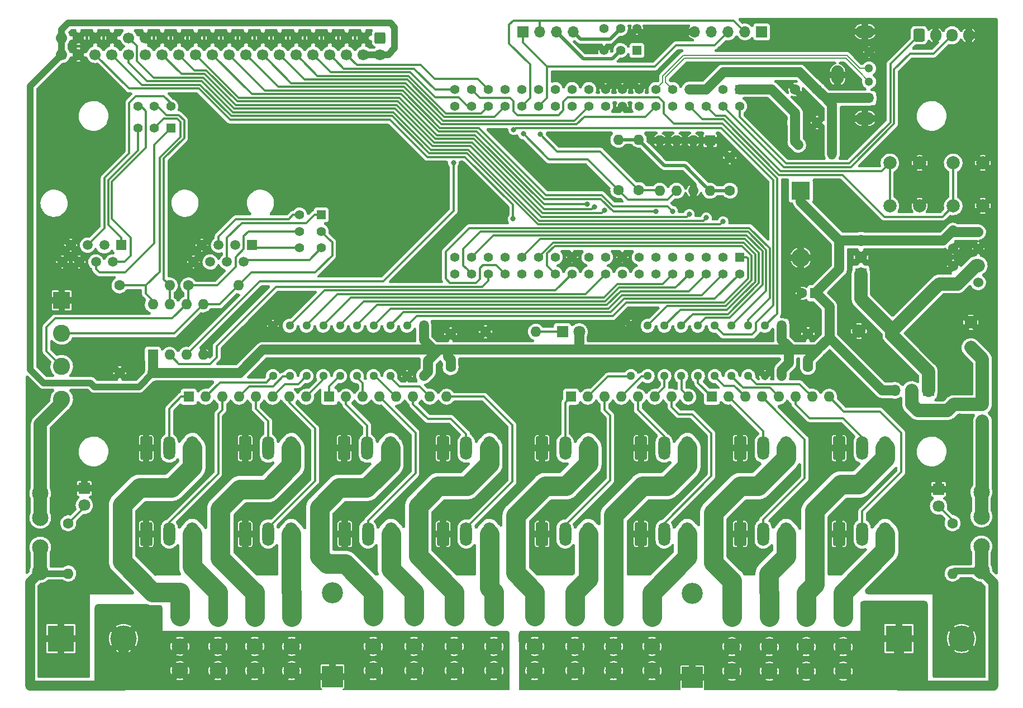
<source format=gbr>
%TF.GenerationSoftware,KiCad,Pcbnew,(6.0.9)*%
%TF.CreationDate,2023-01-07T17:50:50-05:00*%
%TF.ProjectId,PB_16,50425f31-362e-46b6-9963-61645f706362,v1.0h*%
%TF.SameCoordinates,Original*%
%TF.FileFunction,Copper,L1,Top*%
%TF.FilePolarity,Positive*%
%FSLAX46Y46*%
G04 Gerber Fmt 4.6, Leading zero omitted, Abs format (unit mm)*
G04 Created by KiCad (PCBNEW (6.0.9)) date 2023-01-07 17:50:50*
%MOMM*%
%LPD*%
G01*
G04 APERTURE LIST*
G04 Aperture macros list*
%AMRoundRect*
0 Rectangle with rounded corners*
0 $1 Rounding radius*
0 $2 $3 $4 $5 $6 $7 $8 $9 X,Y pos of 4 corners*
0 Add a 4 corners polygon primitive as box body*
4,1,4,$2,$3,$4,$5,$6,$7,$8,$9,$2,$3,0*
0 Add four circle primitives for the rounded corners*
1,1,$1+$1,$2,$3*
1,1,$1+$1,$4,$5*
1,1,$1+$1,$6,$7*
1,1,$1+$1,$8,$9*
0 Add four rect primitives between the rounded corners*
20,1,$1+$1,$2,$3,$4,$5,0*
20,1,$1+$1,$4,$5,$6,$7,0*
20,1,$1+$1,$6,$7,$8,$9,0*
20,1,$1+$1,$8,$9,$2,$3,0*%
G04 Aperture macros list end*
%TA.AperFunction,ComponentPad*%
%ADD10R,1.800000X1.800000*%
%TD*%
%TA.AperFunction,ComponentPad*%
%ADD11C,1.800000*%
%TD*%
%TA.AperFunction,ComponentPad*%
%ADD12C,1.524000*%
%TD*%
%TA.AperFunction,ComponentPad*%
%ADD13RoundRect,0.250000X-0.600000X0.600000X-0.600000X-0.600000X0.600000X-0.600000X0.600000X0.600000X0*%
%TD*%
%TA.AperFunction,ComponentPad*%
%ADD14C,1.700000*%
%TD*%
%TA.AperFunction,ComponentPad*%
%ADD15R,1.600000X1.600000*%
%TD*%
%TA.AperFunction,ComponentPad*%
%ADD16C,1.600000*%
%TD*%
%TA.AperFunction,ComponentPad*%
%ADD17RoundRect,0.250000X-0.650000X-1.550000X0.650000X-1.550000X0.650000X1.550000X-0.650000X1.550000X0*%
%TD*%
%TA.AperFunction,ComponentPad*%
%ADD18O,1.800000X3.600000*%
%TD*%
%TA.AperFunction,ComponentPad*%
%ADD19R,1.295400X1.295400*%
%TD*%
%TA.AperFunction,ComponentPad*%
%ADD20C,1.295400*%
%TD*%
%TA.AperFunction,ComponentPad*%
%ADD21C,2.475000*%
%TD*%
%TA.AperFunction,ComponentPad*%
%ADD22R,3.200000X3.200000*%
%TD*%
%TA.AperFunction,ComponentPad*%
%ADD23O,3.200000X3.200000*%
%TD*%
%TA.AperFunction,ComponentPad*%
%ADD24O,1.600000X1.600000*%
%TD*%
%TA.AperFunction,ComponentPad*%
%ADD25R,1.300000X1.300000*%
%TD*%
%TA.AperFunction,ComponentPad*%
%ADD26C,1.300000*%
%TD*%
%TA.AperFunction,ComponentPad*%
%ADD27O,2.900000X1.900000*%
%TD*%
%TA.AperFunction,ComponentPad*%
%ADD28O,1.900000X2.900000*%
%TD*%
%TA.AperFunction,ComponentPad*%
%ADD29R,1.700000X1.700000*%
%TD*%
%TA.AperFunction,ComponentPad*%
%ADD30O,1.700000X1.700000*%
%TD*%
%TA.AperFunction,ComponentPad*%
%ADD31C,1.270000*%
%TD*%
%TA.AperFunction,ComponentPad*%
%ADD32R,1.400000X1.400000*%
%TD*%
%TA.AperFunction,ComponentPad*%
%ADD33C,1.400000*%
%TD*%
%TA.AperFunction,ComponentPad*%
%ADD34R,1.408000X1.408000*%
%TD*%
%TA.AperFunction,ComponentPad*%
%ADD35C,1.408000*%
%TD*%
%TA.AperFunction,ComponentPad*%
%ADD36R,1.500000X1.500000*%
%TD*%
%TA.AperFunction,ComponentPad*%
%ADD37C,1.500000*%
%TD*%
%TA.AperFunction,ComponentPad*%
%ADD38RoundRect,0.250000X-0.600000X-0.725000X0.600000X-0.725000X0.600000X0.725000X-0.600000X0.725000X0*%
%TD*%
%TA.AperFunction,ComponentPad*%
%ADD39O,1.700000X1.950000*%
%TD*%
%TA.AperFunction,ComponentPad*%
%ADD40C,1.904000*%
%TD*%
%TA.AperFunction,ComponentPad*%
%ADD41R,2.000000X2.000000*%
%TD*%
%TA.AperFunction,ComponentPad*%
%ADD42C,2.000000*%
%TD*%
%TA.AperFunction,ComponentPad*%
%ADD43R,2.600000X2.600000*%
%TD*%
%TA.AperFunction,ComponentPad*%
%ADD44C,2.600000*%
%TD*%
%TA.AperFunction,ComponentPad*%
%ADD45R,2.800000X2.800000*%
%TD*%
%TA.AperFunction,ComponentPad*%
%ADD46O,2.800000X2.800000*%
%TD*%
%TA.AperFunction,ComponentPad*%
%ADD47R,4.000000X4.000000*%
%TD*%
%TA.AperFunction,ComponentPad*%
%ADD48C,4.000000*%
%TD*%
%TA.AperFunction,ViaPad*%
%ADD49C,0.800000*%
%TD*%
%TA.AperFunction,Conductor*%
%ADD50C,0.350000*%
%TD*%
%TA.AperFunction,Conductor*%
%ADD51C,2.000000*%
%TD*%
%TA.AperFunction,Conductor*%
%ADD52C,1.500000*%
%TD*%
%TA.AperFunction,Conductor*%
%ADD53C,1.000000*%
%TD*%
%TA.AperFunction,Conductor*%
%ADD54C,2.999999*%
%TD*%
%TA.AperFunction,Conductor*%
%ADD55C,3.000000*%
%TD*%
%TA.AperFunction,Conductor*%
%ADD56C,0.200000*%
%TD*%
%TA.AperFunction,Conductor*%
%ADD57C,0.500000*%
%TD*%
G04 APERTURE END LIST*
D10*
%TO.P,U2,1,IN*%
%TO.N,/12V*%
X-3698200Y39365700D03*
D11*
%TO.P,U2,2,GND*%
%TO.N,GND*%
X-3698200Y41905700D03*
%TO.P,U2,3,OUT*%
%TO.N,+5V*%
X-3698200Y44445700D03*
D12*
%TO.P,U2,4,OUT*%
X14081800Y45715700D03*
%TO.P,U2,5,GND*%
%TO.N,GND*%
X14081800Y43175700D03*
%TO.P,U2,6,IN*%
%TO.N,/12V*%
X14081800Y40635700D03*
%TO.P,U2,7,EN*%
%TO.N,unconnected-(U2-Pad7)*%
X14081800Y38095700D03*
%TO.P,U2,8,OUT*%
%TO.N,+5V*%
X10271800Y45947640D03*
%TO.P,U2,9,GND*%
%TO.N,GND*%
X10271800Y43252700D03*
%TO.P,U2,10,GND*%
X10271800Y40558700D03*
%TO.P,U2,11,IN*%
%TO.N,/12V*%
X10271800Y37863760D03*
%TD*%
D13*
%TO.P,J24,1,Pin_1*%
%TO.N,unconnected-(J24-Pad1)*%
X-76554600Y75114900D03*
D14*
%TO.P,J24,2,Pin_2*%
%TO.N,+5V*%
X-76554600Y72574900D03*
%TO.P,J24,3,Pin_3*%
%TO.N,GND*%
X-79094600Y75114900D03*
%TO.P,J24,4,Pin_4*%
%TO.N,+5V*%
X-79094600Y72574900D03*
%TO.P,J24,5,Pin_5*%
%TO.N,GND*%
X-81634600Y75114900D03*
%TO.P,J24,6,Pin_6*%
%TO.N,OUT17*%
X-81634600Y72574900D03*
%TO.P,J24,7,Pin_7*%
%TO.N,GND*%
X-84174600Y75114900D03*
%TO.P,J24,8,Pin_8*%
%TO.N,OUT18*%
X-84174600Y72574900D03*
%TO.P,J24,9,Pin_9*%
%TO.N,GND*%
X-86714600Y75114900D03*
%TO.P,J24,10,Pin_10*%
%TO.N,OUT19*%
X-86714600Y72574900D03*
%TO.P,J24,11,Pin_11*%
%TO.N,GND*%
X-89254600Y75114900D03*
%TO.P,J24,12,Pin_12*%
%TO.N,OUT20*%
X-89254600Y72574900D03*
%TO.P,J24,13,Pin_13*%
%TO.N,GND*%
X-91794600Y75114900D03*
%TO.P,J24,14,Pin_14*%
%TO.N,OUT21*%
X-91794600Y72574900D03*
%TO.P,J24,15,Pin_15*%
%TO.N,GND*%
X-94334600Y75114900D03*
%TO.P,J24,16,Pin_16*%
%TO.N,OUT22*%
X-94334600Y72574900D03*
%TO.P,J24,17,Pin_17*%
%TO.N,GND*%
X-96874600Y75114900D03*
%TO.P,J24,18,Pin_18*%
%TO.N,OUT23*%
X-96874600Y72574900D03*
%TO.P,J24,19,Pin_19*%
%TO.N,GND*%
X-99414600Y75114900D03*
%TO.P,J24,20,Pin_20*%
%TO.N,OUT24*%
X-99414600Y72574900D03*
%TO.P,J24,21,Pin_21*%
%TO.N,GND*%
X-101954600Y75114900D03*
%TO.P,J24,22,Pin_22*%
%TO.N,OUT25*%
X-101954600Y72574900D03*
%TO.P,J24,23,Pin_23*%
%TO.N,GND*%
X-104494600Y75114900D03*
%TO.P,J24,24,Pin_24*%
%TO.N,OUT26*%
X-104494600Y72574900D03*
%TO.P,J24,25,Pin_25*%
%TO.N,GND*%
X-107034600Y75114900D03*
%TO.P,J24,26,Pin_26*%
%TO.N,OUT27*%
X-107034600Y72574900D03*
%TO.P,J24,27,Pin_27*%
%TO.N,GND*%
X-109574600Y75114900D03*
%TO.P,J24,28,Pin_28*%
%TO.N,OUT28*%
X-109574600Y72574900D03*
%TO.P,J24,29,Pin_29*%
%TO.N,GND*%
X-112114600Y75114900D03*
%TO.P,J24,30,Pin_30*%
%TO.N,unconnected-(J24-Pad30)*%
X-112114600Y72574900D03*
%TO.P,J24,31,Pin_31*%
%TO.N,OUT29*%
X-114654600Y75114900D03*
%TO.P,J24,32,Pin_32*%
%TO.N,OUT30*%
X-114654600Y72574900D03*
%TO.P,J24,33,Pin_33*%
%TO.N,GND*%
X-117194600Y75114900D03*
%TO.P,J24,34,Pin_34*%
%TO.N,OUT31*%
X-117194600Y72574900D03*
%TO.P,J24,35,Pin_35*%
%TO.N,GND*%
X-119734600Y75114900D03*
%TO.P,J24,36,Pin_36*%
%TO.N,OUT32*%
X-119734600Y72574900D03*
%TO.P,J24,37,Pin_37*%
%TO.N,GND*%
X-122274600Y75114900D03*
%TO.P,J24,38,Pin_38*%
X-122274600Y72574900D03*
%TO.P,J24,39,Pin_39*%
%TO.N,+5V*%
X-124814600Y75114900D03*
%TO.P,J24,40,Pin_40*%
X-124814600Y72574900D03*
%TD*%
D15*
%TO.P,C2,1*%
%TO.N,+5V*%
X-10631088Y36445700D03*
D16*
%TO.P,C2,2*%
%TO.N,GND*%
X-12631088Y36445700D03*
%TD*%
%TO.P,C4,1*%
%TO.N,+5V*%
X-11734800Y25298400D03*
%TO.P,C4,2*%
%TO.N,GND*%
X-11734800Y30298400D03*
%TD*%
D17*
%TO.P,J2,1,Pin_1*%
%TO.N,GND*%
X-112017200Y3500D03*
D18*
%TO.P,J2,2,Pin_2*%
%TO.N,/Output 1-8/DOUT2*%
X-108517200Y3500D03*
%TO.P,J2,3,Pin_3*%
%TO.N,/Output 1-8/VOUT2*%
X-105017200Y3500D03*
%TD*%
D17*
%TO.P,J5,1,Pin_1*%
%TO.N,GND*%
X-82017200Y13003500D03*
D18*
%TO.P,J5,2,Pin_2*%
%TO.N,/Output 1-8/DOUT5*%
X-78517200Y13003500D03*
%TO.P,J5,3,Pin_3*%
%TO.N,/Output 1-8/VOUT5*%
X-75017200Y13003500D03*
%TD*%
D17*
%TO.P,J6,1,Pin_1*%
%TO.N,GND*%
X-81902858Y3500D03*
D18*
%TO.P,J6,2,Pin_2*%
%TO.N,/Output 1-8/DOUT6*%
X-78402858Y3500D03*
%TO.P,J6,3,Pin_3*%
%TO.N,/Output 1-8/VOUT6*%
X-74902858Y3500D03*
%TD*%
D17*
%TO.P,J7,1,Pin_1*%
%TO.N,GND*%
X-67017200Y13003500D03*
D18*
%TO.P,J7,2,Pin_2*%
%TO.N,/Output 1-8/DOUT7*%
X-63517200Y13003500D03*
%TO.P,J7,3,Pin_3*%
%TO.N,/Output 1-8/VOUT7*%
X-60017200Y13003500D03*
%TD*%
D17*
%TO.P,J8,1,Pin_1*%
%TO.N,GND*%
X-67017200Y3500D03*
D18*
%TO.P,J8,2,Pin_2*%
%TO.N,/Output 1-8/DOUT8*%
X-63517200Y3500D03*
%TO.P,J8,3,Pin_3*%
%TO.N,/Output 1-8/VOUT8*%
X-60017200Y3500D03*
%TD*%
D17*
%TO.P,J9,1,Pin_1*%
%TO.N,GND*%
X-52017200Y13003500D03*
D18*
%TO.P,J9,2,Pin_2*%
%TO.N,/Output 9-16/DOUT9*%
X-48517200Y13003500D03*
%TO.P,J9,3,Pin_3*%
%TO.N,/Output 9-16/VOUT9*%
X-45017200Y13003500D03*
%TD*%
D17*
%TO.P,J10,1,Pin_1*%
%TO.N,GND*%
X-52017200Y3500D03*
D18*
%TO.P,J10,2,Pin_2*%
%TO.N,/Output 9-16/DOUT10*%
X-48517200Y3500D03*
%TO.P,J10,3,Pin_3*%
%TO.N,/Output 9-16/VOUT10*%
X-45017200Y3500D03*
%TD*%
D17*
%TO.P,J11,1,Pin_1*%
%TO.N,GND*%
X-37017200Y13003500D03*
D18*
%TO.P,J11,2,Pin_2*%
%TO.N,/Output 9-16/DOUT11*%
X-33517200Y13003500D03*
%TO.P,J11,3,Pin_3*%
%TO.N,/Output 9-16/VOUT11*%
X-30017200Y13003500D03*
%TD*%
D17*
%TO.P,J12,1,Pin_1*%
%TO.N,GND*%
X-37017200Y3500D03*
D18*
%TO.P,J12,2,Pin_2*%
%TO.N,/Output 9-16/DOUT12*%
X-33517200Y3500D03*
%TO.P,J12,3,Pin_3*%
%TO.N,/Output 9-16/VOUT12*%
X-30017200Y3500D03*
%TD*%
D17*
%TO.P,J13,1,Pin_1*%
%TO.N,GND*%
X-22017200Y13003500D03*
D18*
%TO.P,J13,2,Pin_2*%
%TO.N,/Output 9-16/DOUT13*%
X-18517200Y13003500D03*
%TO.P,J13,3,Pin_3*%
%TO.N,/Output 9-16/VOUT13*%
X-15017200Y13003500D03*
%TD*%
D17*
%TO.P,J14,1,Pin_1*%
%TO.N,GND*%
X-22017200Y3500D03*
D18*
%TO.P,J14,2,Pin_2*%
%TO.N,/Output 9-16/DOUT14*%
X-18517200Y3500D03*
%TO.P,J14,3,Pin_3*%
%TO.N,/Output 9-16/VOUT14*%
X-15017200Y3500D03*
%TD*%
D17*
%TO.P,J15,1,Pin_1*%
%TO.N,GND*%
X-7017200Y13003500D03*
D18*
%TO.P,J15,2,Pin_2*%
%TO.N,/Output 9-16/DOUT15*%
X-3517200Y13003500D03*
%TO.P,J15,3,Pin_3*%
%TO.N,/Output 9-16/VOUT15*%
X-17200Y13003500D03*
%TD*%
D17*
%TO.P,J16,1,Pin_1*%
%TO.N,GND*%
X-7017200Y3500D03*
D18*
%TO.P,J16,2,Pin_2*%
%TO.N,/Output 9-16/DOUT16*%
X-3517200Y3500D03*
%TO.P,J16,3,Pin_3*%
%TO.N,/Output 9-16/VOUT16*%
X-17200Y3500D03*
%TD*%
D19*
%TO.P,U4,1,DIR*%
%TO.N,+5V*%
X-15694600Y31534900D03*
D20*
%TO.P,U4,2,A1*%
%TO.N,DATA16*%
X-18234600Y31534900D03*
%TO.P,U4,3,A2*%
%TO.N,DATA15*%
X-20774600Y31534900D03*
%TO.P,U4,4,A3*%
%TO.N,DATA14*%
X-23314600Y31534900D03*
%TO.P,U4,5,A4*%
%TO.N,DATA13*%
X-25854600Y31534900D03*
%TO.P,U4,6,A5*%
%TO.N,DATA12*%
X-28394600Y31534900D03*
%TO.P,U4,7,A6*%
%TO.N,DATA11*%
X-30934600Y31534900D03*
%TO.P,U4,8,A7*%
%TO.N,DATA10*%
X-33474600Y31534900D03*
%TO.P,U4,9,A8*%
%TO.N,DATA9*%
X-36014600Y31534900D03*
%TO.P,U4,10,GND*%
%TO.N,GND*%
X-38554600Y31534900D03*
%TO.P,U4,11,B8*%
%TO.N,Net-(RN3-Pad2)*%
X-38554600Y23914900D03*
%TO.P,U4,12,B7*%
%TO.N,Net-(RN3-Pad4)*%
X-36014600Y23914900D03*
%TO.P,U4,13,B6*%
%TO.N,Net-(RN3-Pad6)*%
X-33474600Y23914900D03*
%TO.P,U4,14,B5*%
%TO.N,Net-(RN3-Pad8)*%
X-30934600Y23914900D03*
%TO.P,U4,15,B4*%
%TO.N,Net-(RN4-Pad1)*%
X-28394600Y23914900D03*
%TO.P,U4,16,B3*%
%TO.N,Net-(RN4-Pad3)*%
X-25854600Y23914900D03*
%TO.P,U4,17,B2*%
%TO.N,Net-(RN4-Pad5)*%
X-23314600Y23914900D03*
%TO.P,U4,18,B1*%
%TO.N,Net-(RN4-Pad7)*%
X-20774600Y23914900D03*
%TO.P,U4,19,\u002AOE*%
%TO.N,GND*%
X-18234600Y23914900D03*
%TO.P,U4,20,VCC*%
%TO.N,+5V*%
X-15694600Y23914900D03*
%TD*%
D21*
%TO.P,F1,1_1,1*%
%TO.N,VIN1*%
X-106894600Y-20685100D03*
%TO.P,F1,1_2,1*%
X-106894600Y-16985100D03*
%TO.P,F1,2_1,2*%
%TO.N,/Output 1-8/VOUT1*%
X-106894600Y-12485100D03*
%TO.P,F1,2_2,2*%
X-106894600Y-8785100D03*
%TD*%
%TO.P,F7,1_1,1*%
%TO.N,VIN1*%
X-65324600Y-20695100D03*
%TO.P,F7,1_2,1*%
X-65324600Y-16995100D03*
%TO.P,F7,2_1,2*%
%TO.N,/Output 1-8/VOUT7*%
X-65324600Y-12495100D03*
%TO.P,F7,2_2,2*%
X-65324600Y-8795100D03*
%TD*%
%TO.P,F14,1_1,1*%
%TO.N,VIN2*%
X-17564100Y-20760100D03*
%TO.P,F14,1_2,1*%
X-17564100Y-17060100D03*
%TO.P,F14,2_1,2*%
%TO.N,/Output 9-16/VOUT14*%
X-17564100Y-12560100D03*
%TO.P,F14,2_2,2*%
X-17564100Y-8860100D03*
%TD*%
D22*
%TO.P,D2,1,K*%
%TO.N,VIN2*%
X-29269600Y-21701500D03*
D23*
%TO.P,D2,2,A*%
%TO.N,GND*%
X-29269600Y-9001500D03*
%TD*%
D16*
%TO.P,C3,1*%
%TO.N,+5V*%
X-65874900Y25273000D03*
%TO.P,C3,2*%
%TO.N,GND*%
X-65874900Y30273000D03*
%TD*%
D21*
%TO.P,F2,1_1,1*%
%TO.N,VIN1*%
X-101149600Y-20700100D03*
%TO.P,F2,1_2,1*%
X-101149600Y-17000100D03*
%TO.P,F2,2_1,2*%
%TO.N,/Output 1-8/VOUT2*%
X-101149600Y-12500100D03*
%TO.P,F2,2_2,2*%
X-101149600Y-8800100D03*
%TD*%
%TO.P,F6,1_1,1*%
%TO.N,VIN1*%
X-71444600Y-20695100D03*
%TO.P,F6,1_2,1*%
X-71444600Y-16995100D03*
%TO.P,F6,2_1,2*%
%TO.N,/Output 1-8/VOUT6*%
X-71444600Y-12495100D03*
%TO.P,F6,2_2,2*%
X-71444600Y-8795100D03*
%TD*%
%TO.P,F8,1_1,1*%
%TO.N,VIN1*%
X-59324100Y-20695100D03*
%TO.P,F8,1_2,1*%
X-59324100Y-16995100D03*
%TO.P,F8,2_1,2*%
%TO.N,/Output 1-8/VOUT8*%
X-59324100Y-12495100D03*
%TO.P,F8,2_2,2*%
X-59324100Y-8795100D03*
%TD*%
%TO.P,F9,1_1,1*%
%TO.N,VIN2*%
X-53114600Y-20695100D03*
%TO.P,F9,1_2,1*%
X-53114600Y-16995100D03*
%TO.P,F9,2_1,2*%
%TO.N,/Output 9-16/VOUT9*%
X-53114600Y-12495100D03*
%TO.P,F9,2_2,2*%
X-53114600Y-8795100D03*
%TD*%
%TO.P,F10,1_1,1*%
%TO.N,VIN2*%
X-47054600Y-20695100D03*
%TO.P,F10,1_2,1*%
X-47054600Y-16995100D03*
%TO.P,F10,2_1,2*%
%TO.N,/Output 9-16/VOUT10*%
X-47054600Y-12495100D03*
%TO.P,F10,2_2,2*%
X-47054600Y-8795100D03*
%TD*%
%TO.P,F16,1_1,1*%
%TO.N,VIN2*%
X-6388100Y-20760100D03*
%TO.P,F16,1_2,1*%
X-6388100Y-17060100D03*
%TO.P,F16,2_1,2*%
%TO.N,/Output 9-16/VOUT16*%
X-6388100Y-12560100D03*
%TO.P,F16,2_2,2*%
X-6388100Y-8860100D03*
%TD*%
%TO.P,F5,1_1,1*%
%TO.N,VIN1*%
X-77604600Y-20695100D03*
%TO.P,F5,1_2,1*%
X-77604600Y-16995100D03*
%TO.P,F5,2_1,2*%
%TO.N,/Output 1-8/VOUT5*%
X-77604600Y-12495100D03*
%TO.P,F5,2_2,2*%
X-77604600Y-8795100D03*
%TD*%
%TO.P,F3,1_1,1*%
%TO.N,VIN1*%
X-95549600Y-20700100D03*
%TO.P,F3,1_2,1*%
X-95549600Y-17000100D03*
%TO.P,F3,2_1,2*%
%TO.N,/Output 1-8/VOUT3*%
X-95549600Y-12500100D03*
%TO.P,F3,2_2,2*%
X-95549600Y-8800100D03*
%TD*%
%TO.P,F13,1_1,1*%
%TO.N,VIN2*%
X-23269600Y-20760100D03*
%TO.P,F13,1_2,1*%
X-23269600Y-17060100D03*
%TO.P,F13,2_1,2*%
%TO.N,/Output 9-16/VOUT13*%
X-23269600Y-12560100D03*
%TO.P,F13,2_2,2*%
X-23269600Y-8860100D03*
%TD*%
D15*
%TO.P,RN1,1,R1.1*%
%TO.N,/Output 1-8/DOUT1*%
X-105555700Y20789900D03*
D24*
%TO.P,RN1,2,R1.2*%
%TO.N,Net-(RN1-Pad2)*%
X-103015700Y20789900D03*
%TO.P,RN1,3,R2.1*%
%TO.N,/Output 1-8/DOUT2*%
X-100475700Y20789900D03*
%TO.P,RN1,4,R2.2*%
%TO.N,Net-(RN1-Pad4)*%
X-97935700Y20789900D03*
%TO.P,RN1,5,R3.1*%
%TO.N,/Output 1-8/DOUT3*%
X-95395700Y20789900D03*
%TO.P,RN1,6,R3.2*%
%TO.N,Net-(RN1-Pad6)*%
X-92855700Y20789900D03*
%TO.P,RN1,7,R4.1*%
%TO.N,/Output 1-8/DOUT4*%
X-90315700Y20789900D03*
%TO.P,RN1,8,R4.2*%
%TO.N,Net-(RN1-Pad8)*%
X-87775700Y20789900D03*
%TD*%
D21*
%TO.P,F11,1_1,1*%
%TO.N,VIN2*%
X-41174600Y-20695100D03*
%TO.P,F11,1_2,1*%
X-41174600Y-16995100D03*
%TO.P,F11,2_1,2*%
%TO.N,/Output 9-16/VOUT11*%
X-41174600Y-12495100D03*
%TO.P,F11,2_2,2*%
X-41174600Y-8795100D03*
%TD*%
D15*
%TO.P,RN3,1,R1.1*%
%TO.N,/Output 9-16/DOUT9*%
X-47631000Y20789900D03*
D24*
%TO.P,RN3,2,R1.2*%
%TO.N,Net-(RN3-Pad2)*%
X-45091000Y20789900D03*
%TO.P,RN3,3,R2.1*%
%TO.N,/Output 9-16/DOUT10*%
X-42551000Y20789900D03*
%TO.P,RN3,4,R2.2*%
%TO.N,Net-(RN3-Pad4)*%
X-40011000Y20789900D03*
%TO.P,RN3,5,R3.1*%
%TO.N,/Output 9-16/DOUT11*%
X-37471000Y20789900D03*
%TO.P,RN3,6,R3.2*%
%TO.N,Net-(RN3-Pad6)*%
X-34931000Y20789900D03*
%TO.P,RN3,7,R4.1*%
%TO.N,/Output 9-16/DOUT12*%
X-32391000Y20789900D03*
%TO.P,RN3,8,R4.2*%
%TO.N,Net-(RN3-Pad8)*%
X-29851000Y20789900D03*
%TD*%
D15*
%TO.P,RN4,1,R1.1*%
%TO.N,Net-(RN4-Pad1)*%
X-26304600Y20789900D03*
D24*
%TO.P,RN4,2,R1.2*%
%TO.N,/Output 9-16/DOUT13*%
X-23764600Y20789900D03*
%TO.P,RN4,3,R2.1*%
%TO.N,Net-(RN4-Pad3)*%
X-21224600Y20789900D03*
%TO.P,RN4,4,R2.2*%
%TO.N,/Output 9-16/DOUT14*%
X-18684600Y20789900D03*
%TO.P,RN4,5,R3.1*%
%TO.N,Net-(RN4-Pad5)*%
X-16144600Y20789900D03*
%TO.P,RN4,6,R3.2*%
%TO.N,/Output 9-16/DOUT15*%
X-13604600Y20789900D03*
%TO.P,RN4,7,R4.1*%
%TO.N,Net-(RN4-Pad7)*%
X-11064600Y20789900D03*
%TO.P,RN4,8,R4.2*%
%TO.N,/Output 9-16/DOUT16*%
X-8524600Y20789900D03*
%TD*%
D15*
%TO.P,RN2,1,R1.1*%
%TO.N,Net-(RN2-Pad1)*%
X-84264500Y20789900D03*
D24*
%TO.P,RN2,2,R1.2*%
%TO.N,/Output 1-8/DOUT5*%
X-81724500Y20789900D03*
%TO.P,RN2,3,R2.1*%
%TO.N,Net-(RN2-Pad3)*%
X-79184500Y20789900D03*
%TO.P,RN2,4,R2.2*%
%TO.N,/Output 1-8/DOUT6*%
X-76644500Y20789900D03*
%TO.P,RN2,5,R3.1*%
%TO.N,Net-(RN2-Pad5)*%
X-74104500Y20789900D03*
%TO.P,RN2,6,R3.2*%
%TO.N,/Output 1-8/DOUT7*%
X-71564500Y20789900D03*
%TO.P,RN2,7,R4.1*%
%TO.N,Net-(RN2-Pad7)*%
X-69024500Y20789900D03*
%TO.P,RN2,8,R4.2*%
%TO.N,/Output 1-8/DOUT8*%
X-66484500Y20789900D03*
%TD*%
D21*
%TO.P,F4,1_1,1*%
%TO.N,VIN1*%
X-89949600Y-20700100D03*
%TO.P,F4,1_2,1*%
X-89949600Y-17000100D03*
%TO.P,F4,2_1,2*%
%TO.N,/Output 1-8/VOUT4*%
X-89949600Y-12500100D03*
%TO.P,F4,2_2,2*%
X-89949600Y-8800100D03*
%TD*%
D17*
%TO.P,J1,1,Pin_1*%
%TO.N,GND*%
X-112017200Y13003500D03*
D18*
%TO.P,J1,2,Pin_2*%
%TO.N,/Output 1-8/DOUT1*%
X-108517200Y13003500D03*
%TO.P,J1,3,Pin_3*%
%TO.N,/Output 1-8/VOUT1*%
X-105017200Y13003500D03*
%TD*%
D17*
%TO.P,J3,1,Pin_1*%
%TO.N,GND*%
X-97017200Y13003500D03*
D18*
%TO.P,J3,2,Pin_2*%
%TO.N,/Output 1-8/DOUT3*%
X-93517200Y13003500D03*
%TO.P,J3,3,Pin_3*%
%TO.N,/Output 1-8/VOUT3*%
X-90017200Y13003500D03*
%TD*%
D17*
%TO.P,J4,1,Pin_1*%
%TO.N,GND*%
X-97017200Y3500D03*
D18*
%TO.P,J4,2,Pin_2*%
%TO.N,/Output 1-8/DOUT4*%
X-93517200Y3500D03*
%TO.P,J4,3,Pin_3*%
%TO.N,/Output 1-8/VOUT4*%
X-90017200Y3500D03*
%TD*%
D22*
%TO.P,D1,1,K*%
%TO.N,VIN1*%
X-83784600Y-21565100D03*
D23*
%TO.P,D1,2,A*%
%TO.N,GND*%
X-83784600Y-8865100D03*
%TD*%
D25*
%TO.P,J19,1,VBUS*%
%TO.N,V_USB*%
X-2467400Y65989900D03*
D26*
%TO.P,J19,2,D-*%
%TO.N,USB_D-*%
X-2467400Y68489900D03*
%TO.P,J19,3,D+*%
%TO.N,USB_D+*%
X-2467400Y70489900D03*
%TO.P,J19,4,GND*%
%TO.N,GND*%
X-2467400Y72989900D03*
D27*
%TO.P,J19,5,Shield*%
X-3067400Y62919900D03*
D28*
X-7247400Y69489900D03*
D27*
X-3067400Y76059900D03*
%TD*%
D16*
%TO.P,R1,1*%
%TO.N,/Serial/DMX1+*%
X-116066200Y37635700D03*
D24*
%TO.P,R1,2*%
%TO.N,/Serial/DMX1-*%
X-108446200Y37635700D03*
%TD*%
D16*
%TO.P,R2,1*%
%TO.N,/Serial/DMX2+*%
X-105616200Y37635700D03*
D24*
%TO.P,R2,2*%
%TO.N,/Serial/DMX2-*%
X-97996200Y37635700D03*
%TD*%
D29*
%TO.P,J25,1,Pin_1*%
%TO.N,unconnected-(J25-Pad1)*%
X-18734600Y76024900D03*
D30*
%TO.P,J25,2,Pin_2*%
%TO.N,I2C_SCL*%
X-21274600Y76024900D03*
%TO.P,J25,3,Pin_3*%
%TO.N,I2C_SDA*%
X-23814600Y76024900D03*
%TO.P,J25,4,Pin_4*%
%TO.N,+3V3*%
X-26354600Y76024900D03*
%TO.P,J25,5,Pin_5*%
%TO.N,GND*%
X-28894600Y76024900D03*
%TD*%
D21*
%TO.P,F15,1_1,1*%
%TO.N,VIN2*%
X-11976100Y-20760100D03*
%TO.P,F15,1_2,1*%
X-11976100Y-17060100D03*
%TO.P,F15,2_1,2*%
%TO.N,/Output 9-16/VOUT15*%
X-11976100Y-12560100D03*
%TO.P,F15,2_2,2*%
X-11976100Y-8860100D03*
%TD*%
%TO.P,F12,1_1,1*%
%TO.N,VIN2*%
X-35356100Y-20695100D03*
%TO.P,F12,1_2,1*%
X-35356100Y-16995100D03*
%TO.P,F12,2_1,2*%
%TO.N,/Output 9-16/VOUT12*%
X-35356100Y-12495100D03*
%TO.P,F12,2_2,2*%
X-35356100Y-8795100D03*
%TD*%
D19*
%TO.P,U3,1,DIR*%
%TO.N,+5V*%
X-69944600Y31534900D03*
D20*
%TO.P,U3,2,A1*%
%TO.N,DATA8*%
X-72484600Y31534900D03*
%TO.P,U3,3,A2*%
%TO.N,DATA7*%
X-75024600Y31534900D03*
%TO.P,U3,4,A3*%
%TO.N,DATA6*%
X-77564600Y31534900D03*
%TO.P,U3,5,A4*%
%TO.N,DATA5*%
X-80104600Y31534900D03*
%TO.P,U3,6,A5*%
%TO.N,DATA4*%
X-82644600Y31534900D03*
%TO.P,U3,7,A6*%
%TO.N,DATA3*%
X-85184600Y31534900D03*
%TO.P,U3,8,A7*%
%TO.N,DATA2*%
X-87724600Y31534900D03*
%TO.P,U3,9,A8*%
%TO.N,DATA1*%
X-90264600Y31534900D03*
%TO.P,U3,10,GND*%
%TO.N,GND*%
X-92804600Y31534900D03*
%TO.P,U3,11,B8*%
%TO.N,Net-(RN1-Pad2)*%
X-92804600Y23914900D03*
%TO.P,U3,12,B7*%
%TO.N,Net-(RN1-Pad4)*%
X-90264600Y23914900D03*
%TO.P,U3,13,B6*%
%TO.N,Net-(RN1-Pad6)*%
X-87724600Y23914900D03*
%TO.P,U3,14,B5*%
%TO.N,Net-(RN1-Pad8)*%
X-85184600Y23914900D03*
%TO.P,U3,15,B4*%
%TO.N,Net-(RN2-Pad1)*%
X-82644600Y23914900D03*
%TO.P,U3,16,B3*%
%TO.N,Net-(RN2-Pad3)*%
X-80104600Y23914900D03*
%TO.P,U3,17,B2*%
%TO.N,Net-(RN2-Pad5)*%
X-77564600Y23914900D03*
%TO.P,U3,18,B1*%
%TO.N,Net-(RN2-Pad7)*%
X-75024600Y23914900D03*
%TO.P,U3,19,\u002AOE*%
%TO.N,GND*%
X-72484600Y23914900D03*
%TO.P,U3,20,VCC*%
%TO.N,+5V*%
X-69944600Y23914900D03*
%TD*%
D31*
%TO.P,F19,1*%
%TO.N,V_USB*%
X-8066200Y57285700D03*
%TO.P,F19,2*%
%TO.N,+5V*%
X-13166200Y58885700D03*
%TD*%
D32*
%TO.P,SW1,1,A*%
%TO.N,Net-(J21-Pad4)*%
X-85473400Y48326900D03*
D33*
%TO.P,SW1,2,B*%
%TO.N,/Serial/DMX2-*%
X-85473400Y45826900D03*
%TO.P,SW1,3,C*%
%TO.N,Net-(J21-Pad2)*%
X-85473400Y43326900D03*
%TO.P,SW1,4,A*%
%TO.N,Net-(J21-Pad5)*%
X-88773400Y48326900D03*
%TO.P,SW1,5,B*%
%TO.N,/Serial/DMX2+*%
X-88773400Y45826900D03*
%TO.P,SW1,6,C*%
%TO.N,Net-(J21-Pad1)*%
X-88773400Y43326900D03*
%TD*%
D16*
%TO.P,C6,1*%
%TO.N,V_USB*%
X-10341400Y67284900D03*
%TO.P,C6,2*%
%TO.N,GND*%
X-10341400Y62284900D03*
%TD*%
%TO.P,C7,1*%
%TO.N,+5V*%
X-13674600Y62294900D03*
%TO.P,C7,2*%
%TO.N,GND*%
X-13674600Y67294900D03*
%TD*%
D34*
%TO.P,U1,P1_1,SYS_VIN*%
%TO.N,+5V*%
X-22081500Y67318300D03*
D35*
%TO.P,U1,P1_2,AIN6/GPIO87*%
%TO.N,GPIO1*%
X-22081500Y64778300D03*
%TO.P,U1,P1_3,USB1_DRVVBUS*%
%TO.N,unconnected-(U1-PadP1_3)*%
X-24621500Y67318300D03*
%TO.P,U1,P1_4,GPIO_89*%
%TO.N,GPIO2*%
X-24621500Y64778300D03*
%TO.P,U1,P1_5,USB1_VBUS*%
%TO.N,V_USB*%
X-27161500Y67318300D03*
%TO.P,U1,P1_6,SPI0_CS*%
%TO.N,BTN1*%
X-27161500Y64778300D03*
%TO.P,U1,P1_7,USB1_VIN*%
%TO.N,V_USB*%
X-29701500Y67318300D03*
%TO.P,U1,P1_8,SPI0_CLK*%
%TO.N,BTN2*%
X-29701500Y64778300D03*
%TO.P,U1,P1_9,USB1_DN*%
%TO.N,USB_D-*%
X-32241500Y67318300D03*
%TO.P,U1,P1_10,SPI0_MISO*%
%TO.N,unconnected-(U1-PadP1_10)*%
X-32241500Y64778300D03*
%TO.P,U1,P1_11,USB1_DP*%
%TO.N,USB_D+*%
X-34781500Y67318300D03*
%TO.P,U1,P1_12,SPI0_MOSI*%
%TO.N,OUT23*%
X-34781500Y64778300D03*
%TO.P,U1,P1_13,USB1_ID*%
%TO.N,GND*%
X-37321500Y67318300D03*
%TO.P,U1,P1_14,SYS_3.3V*%
%TO.N,+3V3*%
X-37321500Y64778300D03*
%TO.P,U1,P1_15,USB1_GND*%
%TO.N,GND*%
X-39861500Y67318300D03*
%TO.P,U1,P1_16,SYS_GND*%
X-39861500Y64778300D03*
%TO.P,U1,P1_17,AIN1.8V_REF-*%
X-42401500Y67318300D03*
%TO.P,U1,P1_18,AIN1.8V_REF+*%
%TO.N,unconnected-(U1-PadP1_18)*%
X-42401500Y64778300D03*
%TO.P,U1,P1_19,AIN0(1.8V)*%
%TO.N,unconnected-(U1-PadP1_19)*%
X-44941500Y67318300D03*
%TO.P,U1,P1_20,GPIO_20*%
%TO.N,OUT22*%
X-44941500Y64778300D03*
%TO.P,U1,P1_21,AIN1(1.8V)*%
%TO.N,unconnected-(U1-PadP1_21)*%
X-47481500Y67318300D03*
%TO.P,U1,P1_22,SYS_GND*%
%TO.N,GND*%
X-47481500Y64778300D03*
%TO.P,U1,P1_23,AIN2(1.8V)*%
%TO.N,unconnected-(U1-PadP1_23)*%
X-50021500Y67318300D03*
%TO.P,U1,P1_24,SYS_VOUT*%
%TO.N,unconnected-(U1-PadP1_24)*%
X-50021500Y64778300D03*
%TO.P,U1,P1_25,AIN3(1.8V)*%
%TO.N,unconnected-(U1-PadP1_25)*%
X-52561500Y67318300D03*
%TO.P,U1,P1_26,I2C2_SDA*%
%TO.N,I2C_SDA*%
X-52561500Y64778300D03*
%TO.P,U1,P1_27,AIN4(1.8V)*%
%TO.N,unconnected-(U1-PadP1_27)*%
X-55101500Y67318300D03*
%TO.P,U1,P1_28,I2C2_SCL*%
%TO.N,I2C_SCL*%
X-55101500Y64778300D03*
%TO.P,U1,P1_29,PRU0_7*%
%TO.N,DATA13*%
X-57641500Y67318300D03*
%TO.P,U1,P1_30,UART0_TX*%
%TO.N,OUT21*%
X-57641500Y64778300D03*
%TO.P,U1,P1_31,PRU0_4*%
%TO.N,OUT17*%
X-60181500Y67318300D03*
%TO.P,U1,P1_32,UART0_RX*%
%TO.N,OUT20*%
X-60181500Y64778300D03*
%TO.P,U1,P1_33,PRU0_1*%
%TO.N,DATA16*%
X-62721500Y67318300D03*
%TO.P,U1,P1_34,GPIO_26*%
%TO.N,OUT19*%
X-62721500Y64778300D03*
%TO.P,U1,P1_35,PRU1_10*%
%TO.N,OUT18*%
X-65261500Y67318300D03*
%TO.P,U1,P1_36,PWM0_A*%
%TO.N,TXD2*%
X-65261500Y64778300D03*
D34*
%TO.P,U1,P2_1,PWM1_A*%
%TO.N,DATA8*%
X-22081500Y41918300D03*
D35*
%TO.P,U1,P2_2,GPIO_59*%
%TO.N,DATA7*%
X-22081500Y39378300D03*
%TO.P,U1,P2_3,GPIO_23*%
%TO.N,OUT31*%
X-24621500Y41918300D03*
%TO.P,U1,P2_4,GPIO_58*%
%TO.N,DATA6*%
X-24621500Y39378300D03*
%TO.P,U1,P2_5,UART4_RX*%
%TO.N,OUT30*%
X-27161500Y41918300D03*
%TO.P,U1,P2_6,GPIO_57*%
%TO.N,DATA5*%
X-27161500Y39378300D03*
%TO.P,U1,P2_7,UART4_TX*%
%TO.N,OUT29*%
X-29701500Y41918300D03*
%TO.P,U1,P2_8,GPIO_60*%
%TO.N,DATA4*%
X-29701500Y39378300D03*
%TO.P,U1,P2_9,I2C1_SCL*%
%TO.N,OUT24*%
X-32241500Y41918300D03*
%TO.P,U1,P2_10,GPIO_52*%
%TO.N,DATA3*%
X-32241500Y39378300D03*
%TO.P,U1,P2_11,I2C1_SDA*%
%TO.N,OUT25*%
X-34781500Y41918300D03*
%TO.P,U1,P2_12,SYS_PWRBTN*%
%TO.N,unconnected-(U1-PadP2_12)*%
X-34781500Y39378300D03*
%TO.P,U1,P2_13,SYS_VOUT*%
%TO.N,unconnected-(U1-PadP2_13)*%
X-37321500Y41918300D03*
%TO.P,U1,P2_14,BAT_VIN*%
%TO.N,unconnected-(U1-PadP2_14)*%
X-37321500Y39378300D03*
%TO.P,U1,P2_15,SYS_GND*%
%TO.N,GND*%
X-39861500Y41918300D03*
%TO.P,U1,P2_16,BAT_TEMP*%
%TO.N,unconnected-(U1-PadP2_16)*%
X-39861500Y39378300D03*
%TO.P,U1,P2_17,GPIO_65*%
%TO.N,OUT28*%
X-42401500Y41918300D03*
%TO.P,U1,P2_18,GPIO_47*%
%TO.N,DATA2*%
X-42401500Y39378300D03*
%TO.P,U1,P2_19,GPIO_27*%
%TO.N,OUT26*%
X-44941500Y41918300D03*
%TO.P,U1,P2_20,GPIO_64*%
%TO.N,OUT27*%
X-44941500Y39378300D03*
%TO.P,U1,P2_21,SYS_GND*%
%TO.N,GND*%
X-47481500Y41918300D03*
%TO.P,U1,P2_22,GPIO_46*%
%TO.N,DATA1*%
X-47481500Y39378300D03*
%TO.P,U1,P2_23,SYS_3.3V*%
%TO.N,unconnected-(U1-PadP2_23)*%
X-50021500Y41918300D03*
%TO.P,U1,P2_24,GPIO_48*%
%TO.N,DATA9*%
X-50021500Y39378300D03*
%TO.P,U1,P2_25,SPI1_MOSI*%
%TO.N,DATA10*%
X-52561500Y41918300D03*
%TO.P,U1,P2_26,SYS_NRST*%
%TO.N,unconnected-(U1-PadP2_26)*%
X-52561500Y39378300D03*
%TO.P,U1,P2_27,SPI1_MISO*%
%TO.N,DATA11*%
X-55101500Y41918300D03*
%TO.P,U1,P2_28,PRU0_6*%
%TO.N,OUT32*%
X-55101500Y39378300D03*
%TO.P,U1,P2_29,SPI1_CLK*%
%TO.N,unconnected-(U1-PadP2_29)*%
X-57641500Y41918300D03*
%TO.P,U1,P2_30,PRU0_3*%
%TO.N,DATA15*%
X-57641500Y39378300D03*
%TO.P,U1,P2_31,SPI1_CS*%
%TO.N,unconnected-(U1-PadP2_31)*%
X-60181500Y41918300D03*
%TO.P,U1,P2_32,PRU0_2*%
%TO.N,TXD1*%
X-60181500Y39378300D03*
%TO.P,U1,P2_33,GPIO_45*%
%TO.N,DATA12*%
X-62721500Y41918300D03*
%TO.P,U1,P2_34,PRU0_5*%
%TO.N,DATA14*%
X-62721500Y39378300D03*
%TO.P,U1,P2_35,AIN5/GPIO86*%
%TO.N,unconnected-(U1-PadP2_35)*%
X-65261500Y41918300D03*
%TO.P,U1,P2_36,AIN7(1.8V)*%
%TO.N,unconnected-(U1-PadP2_36)*%
X-65261500Y39378300D03*
%TD*%
D29*
%TO.P,J26,1,Pin_1*%
%TO.N,I2C_SDA*%
X-54924600Y76024900D03*
D30*
%TO.P,J26,2,Pin_2*%
%TO.N,I2C_SCL*%
X-52384600Y76024900D03*
%TO.P,J26,3,Pin_3*%
%TO.N,/OLED_Pin_3*%
X-49844600Y76024900D03*
%TO.P,J26,4,Pin_4*%
%TO.N,/OLED_Pin_4*%
X-47304600Y76024900D03*
%TD*%
D36*
%TO.P,J21,1*%
%TO.N,Net-(J21-Pad1)*%
X-95966200Y43735700D03*
D37*
%TO.P,J21,2*%
%TO.N,Net-(J21-Pad2)*%
X-97236200Y41195700D03*
%TO.P,J21,3*%
%TO.N,unconnected-(J21-Pad3)*%
X-98506200Y43735700D03*
%TO.P,J21,4*%
%TO.N,Net-(J21-Pad4)*%
X-99776200Y41195700D03*
%TO.P,J21,5*%
%TO.N,Net-(J21-Pad5)*%
X-101046200Y43735700D03*
%TO.P,J21,6*%
%TO.N,unconnected-(J21-Pad6)*%
X-102316200Y41195700D03*
%TO.P,J21,7*%
%TO.N,GND*%
X-103586200Y43735700D03*
%TO.P,J21,8*%
X-104856200Y41195700D03*
%TD*%
D10*
%TO.P,D5,1,K*%
%TO.N,GND*%
X-121397000Y6899500D03*
D11*
%TO.P,D5,2,A*%
%TO.N,Net-(D5-Pad2)*%
X-121397000Y4359500D03*
%TD*%
D10*
%TO.P,D6,1,K*%
%TO.N,GND*%
X8055000Y6772500D03*
D11*
%TO.P,D6,2,A*%
%TO.N,Net-(D6-Pad2)*%
X8055000Y4232500D03*
%TD*%
D16*
%TO.P,R4,1*%
%TO.N,Net-(D5-Pad2)*%
X-123816200Y1635700D03*
D24*
%TO.P,R4,2*%
%TO.N,VIN1*%
X-123816200Y-5984300D03*
%TD*%
D16*
%TO.P,R5,1*%
%TO.N,Net-(D6-Pad2)*%
X10183800Y1635700D03*
D24*
%TO.P,R5,2*%
%TO.N,VIN2*%
X10183800Y-5984300D03*
%TD*%
D29*
%TO.P,J23,1,Pin_1*%
%TO.N,/12V*%
X6533600Y21744300D03*
D30*
%TO.P,J23,2,Pin_2*%
%TO.N,/VIN*%
X3993600Y21744300D03*
%TO.P,J23,3,Pin_3*%
%TO.N,+5V*%
X1453600Y21744300D03*
%TD*%
D10*
%TO.P,D4,1,K*%
%TO.N,Net-(D4-Pad1)*%
X-48921200Y30605700D03*
D11*
%TO.P,D4,2,A*%
%TO.N,+5V*%
X-46381200Y30605700D03*
%TD*%
D16*
%TO.P,R3,1*%
%TO.N,GND*%
X-60576200Y30625700D03*
D24*
%TO.P,R3,2*%
%TO.N,Net-(D4-Pad1)*%
X-52956200Y30625700D03*
%TD*%
D38*
%TO.P,J27,1,Pin_1*%
%TO.N,GPIO1*%
X5116600Y75508900D03*
D39*
%TO.P,J27,2,Pin_2*%
%TO.N,GND*%
X7616600Y75508900D03*
%TO.P,J27,3,Pin_3*%
%TO.N,GPIO2*%
X10116600Y75508900D03*
%TO.P,J27,4,Pin_4*%
%TO.N,GND*%
X12616600Y75508900D03*
%TD*%
D32*
%TO.P,SW2,1,A*%
%TO.N,+3V3*%
X-37621000Y73218900D03*
D33*
%TO.P,SW2,2,B*%
%TO.N,/OLED_Pin_3*%
X-40121000Y73218900D03*
%TO.P,SW2,3,C*%
%TO.N,GND*%
X-42621000Y73218900D03*
%TO.P,SW2,4,A*%
X-37621000Y76518900D03*
%TO.P,SW2,5,B*%
%TO.N,/OLED_Pin_4*%
X-40121000Y76518900D03*
%TO.P,SW2,6,C*%
%TO.N,+3V3*%
X-42621000Y76518900D03*
%TD*%
D21*
%TO.P,F17,1_1,1*%
%TO.N,VIN2*%
X14558800Y-5578300D03*
%TO.P,F17,1_2,1*%
X14558800Y-1878300D03*
%TO.P,F17,2_1,2*%
%TO.N,/VIN_Fuse*%
X14558800Y2621700D03*
%TO.P,F17,2_2,2*%
X14558800Y6321700D03*
%TD*%
D29*
%TO.P,J29,1,Pin_1*%
%TO.N,/VIN*%
X14716400Y22150700D03*
D30*
%TO.P,J29,2,Pin_2*%
X14716400Y19610700D03*
%TO.P,J29,3,Pin_3*%
%TO.N,/VIN_Fuse*%
X14716400Y17070700D03*
%TD*%
D40*
%TO.P,J28,1,Pin_1*%
%TO.N,/VIN*%
X12959259Y28240340D03*
%TO.P,J28,2,Pin_2*%
%TO.N,GND*%
X12959259Y32050340D03*
%TD*%
D41*
%TO.P,C1,1*%
%TO.N,/12V*%
X1001600Y30735900D03*
D42*
%TO.P,C1,2*%
%TO.N,GND*%
X-3998400Y30735900D03*
%TD*%
D16*
%TO.P,R6,1*%
%TO.N,I2C_SDA*%
X-37366200Y52085700D03*
D24*
%TO.P,R6,2*%
%TO.N,+3V3*%
X-37366200Y59705700D03*
%TD*%
D16*
%TO.P,R7,1*%
%TO.N,I2C_SCL*%
X-40466200Y52085700D03*
D24*
%TO.P,R7,2*%
%TO.N,+3V3*%
X-40466200Y59705700D03*
%TD*%
D15*
%TO.P,U6,1,A0*%
%TO.N,GND*%
X-26566200Y59585700D03*
D24*
%TO.P,U6,2,A1*%
X-29106200Y59585700D03*
%TO.P,U6,3,A2*%
X-31646200Y59585700D03*
%TO.P,U6,4,GND*%
X-34186200Y59585700D03*
%TO.P,U6,5,SDA*%
%TO.N,I2C_SDA*%
X-34186200Y51965700D03*
%TO.P,U6,6,SCL*%
%TO.N,I2C_SCL*%
X-31646200Y51965700D03*
%TO.P,U6,7,WP*%
%TO.N,GND*%
X-29106200Y51965700D03*
%TO.P,U6,8,VCC*%
%TO.N,+3V3*%
X-26566200Y51965700D03*
%TD*%
D16*
%TO.P,C8,1*%
%TO.N,+3V3*%
X-23566200Y51985700D03*
%TO.P,C8,2*%
%TO.N,GND*%
X-23566200Y56985700D03*
%TD*%
D42*
%TO.P,SW4,1,A*%
%TO.N,GND*%
X5183800Y49685700D03*
X5183800Y56185700D03*
%TO.P,SW4,2,B*%
%TO.N,BTN1*%
X683800Y56185700D03*
X683800Y49685700D03*
%TD*%
%TO.P,SW5,1,A*%
%TO.N,GND*%
X14783800Y56185700D03*
X14783800Y49685700D03*
%TO.P,SW5,2,B*%
%TO.N,BTN2*%
X10283800Y49685700D03*
X10283800Y56185700D03*
%TD*%
D16*
%TO.P,C5,1*%
%TO.N,+5V*%
X-111016200Y24385700D03*
%TO.P,C5,2*%
%TO.N,GND*%
X-116016200Y24385700D03*
%TD*%
D43*
%TO.P,J22,1,Pin_1*%
%TO.N,GND*%
X-124816200Y35385700D03*
D44*
%TO.P,J22,2,Pin_2*%
%TO.N,/Serial/DMX2-*%
X-124816200Y30385700D03*
%TO.P,J22,3,Pin_3*%
%TO.N,/Serial/DMX2+*%
X-124816200Y25385700D03*
%TO.P,J22,4,Pin_4*%
%TO.N,V_DMX*%
X-124816200Y20385700D03*
%TD*%
D15*
%TO.P,U5,1,VCC*%
%TO.N,+5V*%
X-111006200Y27135700D03*
D24*
%TO.P,U5,2,IN*%
%TO.N,TXD1*%
X-108466200Y27135700D03*
%TO.P,U5,3,IN*%
%TO.N,TXD2*%
X-105926200Y27135700D03*
%TO.P,U5,4,GND*%
%TO.N,GND*%
X-103386200Y27135700D03*
%TO.P,U5,5,OUTA*%
%TO.N,/Serial/DMX2-*%
X-103386200Y34755700D03*
%TO.P,U5,6,OUTB*%
%TO.N,/Serial/DMX2+*%
X-105926200Y34755700D03*
%TO.P,U5,7,OUTA*%
%TO.N,/Serial/DMX1-*%
X-108466200Y34755700D03*
%TO.P,U5,8,OUTB*%
%TO.N,/Serial/DMX1+*%
X-111006200Y34755700D03*
%TD*%
D36*
%TO.P,J20,1*%
%TO.N,Net-(J20-Pad1)*%
X-115816200Y43735700D03*
D37*
%TO.P,J20,2*%
%TO.N,Net-(J20-Pad2)*%
X-117086200Y41195700D03*
%TO.P,J20,3*%
%TO.N,/Serial/9V*%
X-118356200Y43735700D03*
%TO.P,J20,4*%
%TO.N,Net-(J20-Pad4)*%
X-119626200Y41195700D03*
%TO.P,J20,5*%
%TO.N,Net-(J20-Pad5)*%
X-120896200Y43735700D03*
%TO.P,J20,6*%
%TO.N,GND*%
X-122166200Y41195700D03*
%TO.P,J20,7*%
X-123436200Y43735700D03*
%TO.P,J20,8*%
X-124706200Y41195700D03*
%TD*%
D45*
%TO.P,D3,1,K*%
%TO.N,+5V*%
X-12806200Y51995700D03*
D46*
%TO.P,D3,2,A*%
%TO.N,GND*%
X-12806200Y41835700D03*
%TD*%
D47*
%TO.P,J18,1,P1*%
%TO.N,VIN2*%
X2053200Y-15813900D03*
D48*
%TO.P,J18,2,P2*%
%TO.N,GND*%
X11553200Y-15813900D03*
%TD*%
D47*
%TO.P,J17,1,P1*%
%TO.N,GND*%
X-124946800Y-15813900D03*
D48*
%TO.P,J17,2,P2*%
%TO.N,VIN1*%
X-115446800Y-15813900D03*
%TD*%
D32*
%TO.P,SW3,1,A*%
%TO.N,Net-(J20-Pad4)*%
X-108266200Y61435700D03*
D33*
%TO.P,SW3,2,B*%
%TO.N,/Serial/DMX1+*%
X-110766200Y61435700D03*
%TO.P,SW3,3,C*%
%TO.N,Net-(J20-Pad1)*%
X-113266200Y61435700D03*
%TO.P,SW3,4,A*%
%TO.N,Net-(J20-Pad5)*%
X-108266200Y64735700D03*
%TO.P,SW3,5,B*%
%TO.N,/Serial/DMX1-*%
X-110766200Y64735700D03*
%TO.P,SW3,6,C*%
%TO.N,Net-(J20-Pad2)*%
X-113266200Y64735700D03*
%TD*%
D21*
%TO.P,F18,1_1,1*%
%TO.N,VIN1*%
X-128066200Y-5735100D03*
%TO.P,F18,1_2,1*%
X-128066200Y-2035100D03*
%TO.P,F18,2_1,2*%
%TO.N,V_DMX*%
X-128066200Y2464900D03*
%TO.P,F18,2_2,2*%
X-128066200Y6164900D03*
%TD*%
D49*
%TO.N,GND*%
X-125816200Y15635700D03*
X-72466200Y9635700D03*
X-118316200Y-8614300D03*
X-101166200Y33585700D03*
X8308800Y28595900D03*
X-58216200Y47835700D03*
X-14966200Y33405700D03*
X-50766200Y52735700D03*
X-91616200Y49735700D03*
X-115966200Y66385700D03*
X-94566200Y36885700D03*
X-120116200Y48535700D03*
X2133800Y-8164300D03*
X-117816200Y38135700D03*
X-6156200Y46315700D03*
X-106816200Y29385700D03*
X-75516200Y61185700D03*
X-109466200Y20335700D03*
X-1366200Y-8264300D03*
X15803800Y35085700D03*
X-33866200Y18685700D03*
X-31316200Y69035700D03*
X-71966200Y29735700D03*
X2933800Y-3614300D03*
X-102666200Y15185700D03*
X-43166200Y17185700D03*
X16113800Y47105700D03*
X9523800Y35305700D03*
X-125566200Y-4114300D03*
X-13566200Y9085700D03*
X3108800Y24245900D03*
X-91816200Y36135700D03*
X-67566200Y22785700D03*
X-107816200Y52635700D03*
X-68016200Y18935700D03*
X933800Y-5864300D03*
X-106666200Y66235700D03*
X-58966200Y3435700D03*
X-112866200Y25385700D03*
X-42466200Y52435700D03*
X-107816200Y47385700D03*
X-87866200Y36135700D03*
X-35916200Y33835700D03*
X-122466200Y24435700D03*
X-2466200Y20035700D03*
X-58066200Y59985700D03*
X-113166200Y28885700D03*
X-97816200Y49785700D03*
X-117316200Y-6364300D03*
X-64016200Y54735700D03*
X-127266200Y24935700D03*
X-94666200Y61335700D03*
X6223800Y46395700D03*
X-112816200Y34185700D03*
X4533800Y30405700D03*
X-125566200Y3885700D03*
X-43116200Y8585700D03*
X-116066200Y-7864300D03*
X-102466200Y9635700D03*
X-77766200Y18935700D03*
X-118316200Y-4364300D03*
X-43316200Y25785700D03*
X-27816200Y14885700D03*
X-61416200Y18585700D03*
X-18316200Y46135700D03*
X-50016200Y69435700D03*
X-120566200Y-8614300D03*
X-127266200Y52685700D03*
X-1287124Y56403045D03*
X-129566200Y385700D03*
X-27166200Y70585700D03*
X1933800Y51635700D03*
X-58366200Y8085700D03*
X-118316200Y-2364300D03*
X-20266200Y54735700D03*
X-83716200Y39735700D03*
X-10916200Y23235700D03*
X-101316200Y39635700D03*
X-127216200Y47435700D03*
X-63466200Y25685700D03*
X-14066200Y75835700D03*
X-32766200Y4335700D03*
X-125916200Y28185700D03*
X-73416200Y38585700D03*
X-106516200Y18435700D03*
X-129566200Y22135700D03*
X-68066200Y38785700D03*
X-127066200Y67385700D03*
X-74216200Y41785700D03*
X-14966200Y73435700D03*
X2583800Y17785700D03*
X10258800Y22195900D03*
X-95016200Y24335700D03*
X-8316200Y25985700D03*
X11333800Y17835700D03*
X-57966200Y15785700D03*
X-100316200Y26135700D03*
X-121316200Y21135700D03*
X-66866200Y55285700D03*
X-7406200Y53005700D03*
X-49966200Y60335700D03*
X-15386200Y48985700D03*
X2933800Y-614300D03*
X-73866200Y15835700D03*
X-83216200Y46535700D03*
X15908800Y27795900D03*
X-2476200Y48125700D03*
X-46916200Y18435700D03*
%TO.N,DATA13*%
X-56324600Y61204900D03*
%TO.N,TXD2*%
X-65454600Y56234898D03*
%TO.N,I2C_SDA*%
X-52266202Y60485700D03*
%TO.N,I2C_SCL*%
X-54866186Y60585700D03*
%TO.N,OUT32*%
X-56414600Y47704900D03*
%TO.N,OUT24*%
X-32234472Y48854900D03*
%TO.N,OUT31*%
X-24594600Y47304902D03*
%TO.N,OUT30*%
X-27124600Y47874900D03*
%TO.N,OUT27*%
X-44072622Y49546100D03*
%TO.N,OUT26*%
X-45154600Y49960679D03*
%TO.N,OUT25*%
X-34784600Y48804900D03*
%TO.N,OUT29*%
X-29714600Y48404902D03*
%TO.N,OUT28*%
X-42548632Y49014900D03*
%TD*%
D50*
%TO.N,/Serial/DMX2+*%
X-125816200Y32635700D02*
X-127116200Y31335700D01*
X-108046200Y32635700D02*
X-125816200Y32635700D01*
X-105926200Y34755700D02*
X-108046200Y32635700D01*
X-127116200Y31335700D02*
X-127116200Y27685700D01*
X-127116200Y27685700D02*
X-124816200Y25385700D01*
D51*
%TO.N,V_DMX*%
X-128066200Y16635700D02*
X-128066200Y6164900D01*
X-124816200Y19885700D02*
X-128066200Y16635700D01*
X-124816200Y20385700D02*
X-124816200Y19885700D01*
D50*
%TO.N,/Serial/DMX2-*%
X-107756200Y30385700D02*
X-124816200Y30385700D01*
X-103386200Y34755700D02*
X-107756200Y30385700D01*
D52*
%TO.N,+5V*%
X-111006200Y27135700D02*
X-111006200Y24395700D01*
X-10631088Y36445700D02*
X-10476200Y36445700D01*
X-14649000Y25876486D02*
X-14649000Y27894900D01*
X-12806200Y50275700D02*
X-6976200Y44445700D01*
X-10631088Y36445700D02*
X-6976200Y40100588D01*
D53*
X-120416200Y22885700D02*
X-127566200Y22885700D01*
D52*
X-69944600Y29387200D02*
X-68452300Y27894900D01*
X10503740Y45715700D02*
X10271800Y45947640D01*
X-13674600Y59394100D02*
X-13166200Y58885700D01*
D53*
X-74354600Y73553586D02*
X-75333286Y72574900D01*
D52*
X-94357000Y27894900D02*
X-67633400Y27894900D01*
X-17242400Y67318300D02*
X-22081500Y67318300D01*
D53*
X-111016200Y24385700D02*
X-113116200Y22285700D01*
X-124814600Y72574900D02*
X-124814600Y75114900D01*
D52*
X-68452300Y27894900D02*
X-66264600Y27894900D01*
D53*
X-113116200Y22285700D02*
X-119816200Y22285700D01*
D52*
X-69296901Y24562599D02*
X-69296901Y26231399D01*
X-10476200Y36445700D02*
X-8461800Y34431300D01*
X-68452300Y27894900D02*
X-67633400Y27894900D01*
X-15694600Y29387200D02*
X-14202300Y27894900D01*
D53*
X-124814600Y76329900D02*
X-123804600Y77339900D01*
D52*
X-111016200Y24385700D02*
X-97866200Y24385700D01*
X-46381200Y30605700D02*
X-46381200Y28280700D01*
X-472000Y21744300D02*
X1453600Y21744300D01*
X-69296901Y26231399D02*
X-67633400Y27894900D01*
D53*
X-127566200Y22885700D02*
X-129566200Y24885700D01*
D52*
X-8461800Y29734100D02*
X-472000Y21744300D01*
D53*
X-74354600Y76739900D02*
X-74354600Y73553586D01*
D52*
X-14649000Y27894900D02*
X-10301000Y27894900D01*
X-66264600Y27894900D02*
X-46767000Y27894900D01*
X-66264600Y26794070D02*
X-66264600Y27894900D01*
X-46767000Y27894900D02*
X-43407000Y27894900D01*
X-3698200Y44445700D02*
X8769860Y44445700D01*
X-8461800Y34431300D02*
X-8461800Y29734100D01*
X-13674600Y62294900D02*
X-13674600Y59394100D01*
X-43407000Y27894900D02*
X-14649000Y27894900D01*
D53*
X-74954600Y77339900D02*
X-74354600Y76739900D01*
X-129566200Y24885700D02*
X-129566200Y67823300D01*
D52*
X-46381200Y28280700D02*
X-46767000Y27894900D01*
D53*
X-79094600Y72574900D02*
X-76554600Y72574900D01*
X-124814600Y75114900D02*
X-124814600Y76329900D01*
D52*
X-111006200Y24395700D02*
X-111016200Y24385700D01*
X8769860Y44445700D02*
X10271800Y45947640D01*
X-11734800Y25298400D02*
X-11734800Y26429770D01*
X-65874900Y26404370D02*
X-66264600Y26794070D01*
X-69944600Y31534900D02*
X-69944600Y29387200D01*
X-12806200Y51995700D02*
X-12806200Y50275700D01*
X-15694600Y23914900D02*
X-15694600Y24830886D01*
D53*
X-123804600Y77339900D02*
X-74954600Y77339900D01*
D52*
X-15694600Y31534900D02*
X-15694600Y29387200D01*
X-13674600Y63750500D02*
X-17242400Y67318300D01*
X-65874900Y25273000D02*
X-65874900Y26404370D01*
X-8461800Y29734100D02*
X-10301000Y27894900D01*
X-11734800Y26429770D02*
X-10301000Y27863570D01*
X-15694600Y24830886D02*
X-14649000Y25876486D01*
D53*
X-75333286Y72574900D02*
X-76554600Y72574900D01*
X-119816200Y22285700D02*
X-120416200Y22885700D01*
X-125678199Y71711301D02*
X-124814600Y72574900D01*
X-129566200Y67823300D02*
X-125678199Y71711301D01*
D52*
X-97866200Y24385700D02*
X-94357000Y27894900D01*
X-6976200Y40100588D02*
X-6976200Y44445700D01*
X-69944600Y23914900D02*
X-69296901Y24562599D01*
X-67633400Y27894900D02*
X-66264600Y27894900D01*
X-66264600Y27894900D02*
X-69614600Y27894900D01*
X-6976200Y44445700D02*
X-3698200Y44445700D01*
X-10301000Y27863570D02*
X-10301000Y27894900D01*
X-13674600Y62294900D02*
X-13674600Y63750500D01*
X14081800Y45715700D02*
X10503740Y45715700D01*
D51*
%TO.N,/VIN*%
X4908400Y18696300D02*
X9444400Y18696300D01*
X10358800Y19610700D02*
X14716400Y19610700D01*
X3993600Y19611100D02*
X4908400Y18696300D01*
X9444400Y18696300D02*
X10358800Y19610700D01*
X3993600Y21744300D02*
X3993600Y19611100D01*
X14716400Y26483199D02*
X12959259Y28240340D01*
X14716400Y22150700D02*
X14716400Y19610700D01*
X14716400Y22150700D02*
X14716400Y26483199D01*
D50*
%TO.N,Net-(RN1-Pad4)*%
X-91293186Y23846600D02*
X-90377200Y23846600D01*
X-92797086Y22342700D02*
X-91293186Y23846600D01*
X-96382900Y22342700D02*
X-92797086Y22342700D01*
X-97935700Y20789900D02*
X-96382900Y22342700D01*
%TO.N,Net-(RN1-Pad2)*%
X-100827900Y22977700D02*
X-93786100Y22977700D01*
X-103015700Y20789900D02*
X-100827900Y22977700D01*
X-93786100Y22977700D02*
X-92917200Y23846600D01*
%TO.N,Net-(RN2-Pad3)*%
X-79184500Y20789900D02*
X-79184500Y22813900D01*
X-79184500Y22813900D02*
X-80217200Y23846600D01*
%TO.N,Net-(RN2-Pad1)*%
X-82757200Y23846600D02*
X-84264500Y22339300D01*
X-84264500Y22339300D02*
X-84264500Y20789900D01*
%TO.N,Net-(RN1-Pad8)*%
X-85297200Y23268400D02*
X-85297200Y23846600D01*
X-87775700Y20789900D02*
X-85297200Y23268400D01*
%TO.N,Net-(RN1-Pad6)*%
X-88988900Y22694900D02*
X-88484899Y23198901D01*
X-88484899Y23198901D02*
X-87837200Y23846600D01*
X-90950700Y22694900D02*
X-88988900Y22694900D01*
X-92855700Y20789900D02*
X-90950700Y22694900D01*
%TO.N,Net-(RN2-Pad7)*%
X-73655300Y22364700D02*
X-70599300Y22364700D01*
X-75137200Y23846600D02*
X-73655300Y22364700D01*
X-70599300Y22364700D02*
X-69024500Y20789900D01*
%TO.N,Net-(RN2-Pad5)*%
X-77250100Y23846600D02*
X-74193400Y20789900D01*
X-74193400Y20789900D02*
X-74104500Y20789900D01*
X-77677200Y23846600D02*
X-77250100Y23846600D01*
D51*
%TO.N,V_DMX*%
X-128066200Y2464900D02*
X-128066200Y6164900D01*
D52*
%TO.N,VIN1*%
X-129622590Y-22937290D02*
X-115446800Y-22937290D01*
X-128066200Y-5735100D02*
X-129622590Y-7291490D01*
D53*
X-127817000Y-5984300D02*
X-128066200Y-5735100D01*
D51*
X-128066200Y-2035100D02*
X-128066200Y-5735100D01*
D52*
X-129622590Y-7291490D02*
X-129622590Y-22937290D01*
D53*
X-123816200Y-5984300D02*
X-127817000Y-5984300D01*
D52*
X-115446800Y-22937290D02*
X-115446800Y-15813900D01*
D54*
%TO.N,/Output 1-8/VOUT1*%
X-113017200Y7003500D02*
X-115657200Y4363500D01*
D55*
X-111014600Y-8785100D02*
X-106894600Y-8785100D01*
X-115657200Y4363500D02*
X-115657200Y-4142500D01*
X-108168200Y7003500D02*
X-105017200Y10154500D01*
X-115657200Y-4142500D02*
X-111014600Y-8785100D01*
X-105017200Y10154500D02*
X-105017200Y13003500D01*
X-113017200Y7003500D02*
X-108168200Y7003500D01*
X-106894600Y-8785100D02*
X-106894600Y-12485100D01*
%TO.N,/Output 1-8/VOUT2*%
X-101149600Y-12500100D02*
X-101149600Y-8800100D01*
X-101149600Y-8800100D02*
X-105017200Y-4932500D01*
X-105017200Y-4932500D02*
X-105017200Y3500D01*
%TO.N,/Output 1-8/VOUT3*%
X-95655200Y-8800100D02*
X-100787200Y-3668100D01*
X-95549600Y-8800100D02*
X-95655200Y-8800100D01*
X-90017200Y10377300D02*
X-90017200Y13003500D01*
X-97804600Y6789900D02*
X-93604600Y6789900D01*
X-100787200Y3807300D02*
X-97804600Y6789900D01*
X-100787200Y-3668100D02*
X-100787200Y3807300D01*
X-95549600Y-8800100D02*
X-95549600Y-12500100D01*
X-93604600Y6789900D02*
X-90017200Y10377300D01*
%TO.N,/Output 1-8/VOUT4*%
X-90017200Y-8732500D02*
X-89949600Y-8800100D01*
X-90017200Y3500D02*
X-90017200Y-8732500D01*
X-89949600Y-12500100D02*
X-89949600Y-8800100D01*
%TO.N,/Output 1-8/VOUT5*%
X-84604600Y-4525100D02*
X-85767200Y-3362500D01*
X-81874600Y-4525100D02*
X-84604600Y-4525100D01*
X-78591000Y7003500D02*
X-75017200Y10577300D01*
X-75017200Y10577300D02*
X-75017200Y13003500D01*
X-77604600Y-12495100D02*
X-77604600Y-8795100D01*
X-82767200Y7003500D02*
X-78591000Y7003500D01*
X-85767200Y4003500D02*
X-82767200Y7003500D01*
X-77604600Y-8795100D02*
X-81874600Y-4525100D01*
X-85767200Y-3362500D02*
X-85767200Y4003500D01*
%TO.N,/Output 1-8/VOUT6*%
X-71444600Y-8795100D02*
X-74902858Y-5336842D01*
X-74902858Y-5336842D02*
X-74902858Y3500D01*
X-71444600Y-8795100D02*
X-71444600Y-12495100D01*
%TO.N,/Output 1-8/VOUT7*%
X-70767200Y-3352500D02*
X-65324600Y-8795100D01*
X-60017200Y10627300D02*
X-60017200Y13003500D01*
X-63391000Y7253500D02*
X-60017200Y10627300D01*
X-70767200Y4253500D02*
X-70767200Y-3352500D01*
X-70767200Y4253500D02*
X-67767200Y7253500D01*
X-67767200Y7253500D02*
X-63391000Y7253500D01*
X-65324600Y-12495100D02*
X-65324600Y-8795100D01*
D51*
%TO.N,VIN2*%
X14558800Y-1878300D02*
X14558800Y-5578300D01*
D52*
X16358790Y-22937290D02*
X2053200Y-22937290D01*
D53*
X10553800Y-5614300D02*
X14522800Y-5614300D01*
D52*
X16358790Y-7378290D02*
X16358790Y-22937290D01*
D51*
X14522800Y-5614300D02*
X14558800Y-5578300D01*
D52*
X2053200Y-22937290D02*
X2053200Y-15813900D01*
X14558800Y-5578300D02*
X16358790Y-7378290D01*
D53*
X10183800Y-5984300D02*
X10553800Y-5614300D01*
D55*
%TO.N,/Output 1-8/VOUT8*%
X-60017200Y3500D02*
X-60017200Y-8102000D01*
X-59324100Y-12495100D02*
X-59324100Y-8795100D01*
X-60017200Y-8102000D02*
X-59324100Y-8795100D01*
%TO.N,/Output 9-16/VOUT9*%
X-53114600Y-8795100D02*
X-56017200Y-5892500D01*
X-56017200Y-5892500D02*
X-56017200Y2777300D01*
X-56017200Y2777300D02*
X-51541000Y7253500D01*
X-51541000Y7253500D02*
X-48391000Y7253500D01*
X-48391000Y7253500D02*
X-45017200Y10627300D01*
X-53114600Y-12495100D02*
X-53114600Y-8795100D01*
X-45017200Y10627300D02*
X-45017200Y13003500D01*
%TO.N,/Output 9-16/VOUT10*%
X-47054600Y-8795100D02*
X-47054600Y-12495100D01*
X-47054600Y-8795100D02*
X-45017200Y-6757700D01*
X-45017200Y-6757700D02*
X-45017200Y3500D01*
%TO.N,/Output 9-16/VOUT11*%
X-36806000Y7253500D02*
X-33091000Y7253500D01*
X-41174600Y-12495100D02*
X-41174600Y-8795100D01*
X-41174600Y-8795100D02*
X-41174600Y2884900D01*
X-30017200Y10327300D02*
X-30017200Y13003500D01*
X-41174600Y2884900D02*
X-36806000Y7253500D01*
X-33091000Y7253500D02*
X-30017200Y10327300D01*
%TO.N,/Output 9-16/VOUT12*%
X-35356100Y-8860100D02*
X-30017200Y-3521200D01*
X-30017200Y-3521200D02*
X-30017200Y3500D01*
X-35356100Y-12560100D02*
X-35356100Y-8860100D01*
%TO.N,/Output 9-16/VOUT13*%
X-26069600Y-4310011D02*
X-26069600Y3189900D01*
X-26069600Y3189900D02*
X-22006000Y7253500D01*
X-22006000Y7253500D02*
X-19265967Y7253500D01*
X-23269600Y-12560100D02*
X-23269600Y-8860100D01*
X-23269600Y-8860100D02*
X-23269600Y-7110011D01*
X-15017200Y11502267D02*
X-15017200Y13003500D01*
X-19265967Y7253500D02*
X-15017200Y11502267D01*
X-23269600Y-7110011D02*
X-26069600Y-4310011D01*
%TO.N,/Output 9-16/VOUT14*%
X-15017200Y-3357700D02*
X-15017200Y3500D01*
X-17669600Y-6010100D02*
X-15017200Y-3357700D01*
X-17564100Y-8860100D02*
X-17669600Y-8754600D01*
X-17669600Y-8754600D02*
X-17669600Y-6010100D01*
X-17564100Y-12560100D02*
X-17564100Y-8860100D01*
D54*
%TO.N,/Output 9-16/VOUT15*%
X-17200Y13003500D02*
X-17200Y11502268D01*
D55*
X-10738601Y3520899D02*
X-10738601Y-7622601D01*
D54*
X-17200Y11502268D02*
X-4015968Y7503500D01*
D55*
X-11976100Y-8860100D02*
X-10738601Y-7622601D01*
X-11976100Y-12560100D02*
X-11976100Y-8860100D01*
X-6756000Y7503500D02*
X-10738601Y3520899D01*
X-4015968Y7503500D02*
X-6756000Y7503500D01*
%TO.N,/Output 9-16/VOUT16*%
X-6388100Y-8860100D02*
X-17200Y-2489200D01*
X-17200Y-2489200D02*
X-17200Y3500D01*
X-6388100Y-12560100D02*
X-6388100Y-8860100D01*
D50*
%TO.N,/Output 1-8/DOUT1*%
X-108517200Y18978400D02*
X-106705700Y20789900D01*
X-108517200Y11403500D02*
X-108517200Y18978400D01*
X-106705700Y20789900D02*
X-105555700Y20789900D01*
%TO.N,/Output 1-8/DOUT2*%
X-108517200Y1727300D02*
X-108517200Y3500D01*
X-101092200Y9152300D02*
X-108517200Y1727300D01*
X-101092200Y18187130D02*
X-101092200Y9152300D01*
X-100475700Y18803630D02*
X-101092200Y18187130D01*
X-100475700Y20789900D02*
X-100475700Y18803630D01*
%TO.N,/Output 1-8/DOUT3*%
X-93517200Y17093500D02*
X-93517200Y13003500D01*
X-95395700Y18972000D02*
X-93517200Y17093500D01*
X-95395700Y18972000D02*
X-95395700Y20789900D01*
%TO.N,/Output 1-8/DOUT4*%
X-86404600Y15989900D02*
X-86404600Y8016100D01*
X-93517200Y903500D02*
X-93517200Y3500D01*
X-86404600Y8016100D02*
X-93517200Y903500D01*
X-90315700Y19901000D02*
X-86404600Y15989900D01*
X-90315700Y20789900D02*
X-90315700Y19901000D01*
%TO.N,/Output 1-8/DOUT5*%
X-78517200Y16451230D02*
X-78517200Y16252500D01*
X-81724500Y19658530D02*
X-78517200Y16451230D01*
X-78517200Y16252500D02*
X-78517200Y13003500D01*
X-81724500Y20789900D02*
X-81724500Y19658530D01*
%TO.N,/Output 1-8/DOUT6*%
X-78402858Y1991642D02*
X-78402858Y3500D01*
X-71204600Y15337300D02*
X-71204600Y9189900D01*
X-76644500Y20789900D02*
X-76644500Y20777200D01*
X-71204600Y9189900D02*
X-78402858Y1991642D01*
X-76644500Y20777200D02*
X-71204600Y15337300D01*
%TO.N,/Output 1-8/DOUT7*%
X-63517200Y15153500D02*
X-65803600Y17439900D01*
X-69345870Y17439900D02*
X-65803600Y17439900D01*
X-71564500Y20789900D02*
X-71564500Y19658530D01*
X-63517200Y13003500D02*
X-63517200Y15153500D01*
X-71564500Y19658530D02*
X-69345870Y17439900D01*
%TO.N,/Output 1-8/DOUT8*%
X-63517200Y3500D02*
X-63517200Y903500D01*
X-56504600Y7916100D02*
X-56504600Y16489900D01*
X-66484500Y20789900D02*
X-60804600Y20789900D01*
X-63517200Y903500D02*
X-56504600Y7916100D01*
X-56504600Y16489900D02*
X-60804600Y20789900D01*
%TO.N,/Output 9-16/DOUT9*%
X-48517200Y13003500D02*
X-48517200Y19903700D01*
X-48517200Y19903700D02*
X-47631000Y20789900D01*
%TO.N,/Output 9-16/DOUT10*%
X-42551000Y18803630D02*
X-41669600Y17922230D01*
X-42551000Y20789900D02*
X-42551000Y18803630D01*
X-48517200Y1303500D02*
X-48517200Y3500D01*
X-41669600Y8151100D02*
X-48517200Y1303500D01*
X-41669600Y17922230D02*
X-41669600Y8151100D01*
%TO.N,/Output 9-16/DOUT11*%
X-33517200Y14809900D02*
X-37471000Y18763700D01*
X-33517200Y13003500D02*
X-33517200Y14809900D01*
X-37471000Y18763700D02*
X-37471000Y20789900D01*
%TO.N,/Output 9-16/DOUT12*%
X-29254600Y18139900D02*
X-31304600Y18139900D01*
X-31304600Y18139900D02*
X-32391000Y19226300D01*
X-33517200Y3500D02*
X-33517200Y1630700D01*
X-32391000Y19226300D02*
X-32391000Y20789900D01*
X-26354600Y8793300D02*
X-26354600Y15239900D01*
X-33517200Y1627572D02*
X-33517200Y3500D01*
X-26354600Y15239900D02*
X-29254600Y18139900D01*
X-33517200Y1630700D02*
X-26354600Y8793300D01*
%TO.N,/Output 9-16/DOUT13*%
X-18517200Y13003500D02*
X-18517200Y15542500D01*
X-18517200Y15542500D02*
X-23764600Y20789900D01*
%TO.N,/Output 9-16/DOUT14*%
X-18517200Y3500D02*
X-18517200Y2153500D01*
X-16184600Y18289900D02*
X-18684600Y20789900D01*
X-18517200Y2153500D02*
X-12204600Y8466100D01*
X-12204600Y8466100D02*
X-12204600Y14309900D01*
X-12204600Y14309900D02*
X-16184600Y18289900D01*
%TO.N,/Output 9-16/DOUT15*%
X-6427600Y17539900D02*
X-3517200Y14629500D01*
X-3517200Y14629500D02*
X-3517200Y13003500D01*
X-13604600Y20789900D02*
X-13604600Y19658530D01*
X-11485970Y17539900D02*
X-6427600Y17539900D01*
X-13604600Y19658530D02*
X-11485970Y17539900D01*
%TO.N,/Output 9-16/DOUT16*%
X-841800Y18558100D02*
X2409400Y15306900D01*
X2409400Y15306900D02*
X2409400Y9363300D01*
X-6292800Y18558100D02*
X-841800Y18558100D01*
X-3517200Y3436700D02*
X-3517200Y3500D01*
X-8524600Y20789900D02*
X-6292800Y18558100D01*
X2409400Y9363300D02*
X-3517200Y3436700D01*
D56*
%TO.N,USB_D+*%
X-3831003Y70489900D02*
X-2467400Y70489900D01*
X-33736500Y69344400D02*
X-30602200Y72478700D01*
X-5819803Y72478700D02*
X-3831003Y70489900D01*
X-30602200Y72478700D02*
X-5819803Y72478700D01*
X-33736500Y68363300D02*
X-33736500Y69344400D01*
X-34781500Y67318300D02*
X-33736500Y68363300D01*
%TO.N,USB_D-*%
X-4149202Y70171702D02*
X-2467400Y68489900D01*
X-33286500Y69158000D02*
X-30415800Y72028700D01*
X-33286500Y68363300D02*
X-33286500Y69158000D01*
X-32241500Y67318300D02*
X-33286500Y68363300D01*
X-30415800Y72028700D02*
X-6006200Y72028700D01*
X-6006200Y72028700D02*
X-4149202Y70171702D01*
D52*
%TO.N,V_USB*%
X-29701500Y67318300D02*
X-27161500Y67318300D01*
X-27161500Y67318300D02*
X-24562900Y69916900D01*
X-2467400Y65989900D02*
X-9046400Y65989900D01*
X-8066200Y57585700D02*
X-8066200Y65009700D01*
X-12973400Y69916900D02*
X-10341400Y67284900D01*
X-9046400Y65989900D02*
X-10341400Y67284900D01*
X-24562900Y69916900D02*
X-12973400Y69916900D01*
X-8066200Y65009700D02*
X-9046400Y65989900D01*
D50*
%TO.N,Net-(RN3-Pad8)*%
X-29851000Y20789900D02*
X-29851000Y20795900D01*
X-29851000Y20795900D02*
X-30873700Y21818600D01*
X-30873700Y21818600D02*
X-30873700Y23795800D01*
X-30873700Y23795800D02*
X-30924500Y23846600D01*
%TO.N,Net-(RN3-Pad6)*%
X-33464500Y22256400D02*
X-33464500Y23846600D01*
X-34931000Y20789900D02*
X-33464500Y22256400D01*
%TO.N,Net-(RN3-Pad4)*%
X-36954300Y23846600D02*
X-36004500Y23846600D01*
X-40011000Y20789900D02*
X-36954300Y23846600D01*
%TO.N,Net-(RN3-Pad2)*%
X-38544500Y23846600D02*
X-42034300Y23846600D01*
X-42034300Y23846600D02*
X-45091000Y20789900D01*
%TO.N,Net-(RN4-Pad7)*%
X-20774600Y23914900D02*
X-19549590Y22689890D01*
X-19549590Y22689890D02*
X-12964590Y22689890D01*
X-12964590Y22689890D02*
X-11864599Y21589899D01*
X-11864599Y21589899D02*
X-11064600Y20789900D01*
%TO.N,Net-(RN4-Pad5)*%
X-16144600Y20789900D02*
X-17494579Y22139879D01*
X-21597779Y22139879D02*
X-23304500Y23846600D01*
X-17494579Y22139879D02*
X-21597779Y22139879D01*
%TO.N,Net-(RN4-Pad3)*%
X-25196801Y23198901D02*
X-25844500Y23846600D01*
X-24438800Y22440900D02*
X-25196801Y23198901D01*
X-22875600Y22440900D02*
X-24438800Y22440900D01*
X-21224600Y20789900D02*
X-22875600Y22440900D01*
%TO.N,Net-(RN4-Pad1)*%
X-28384500Y23846600D02*
X-28384500Y22872700D01*
X-26304600Y20792800D02*
X-26304600Y20789900D01*
X-28384500Y22872700D02*
X-26304600Y20792800D01*
%TO.N,DATA14*%
X-18064622Y43039258D02*
X-20815230Y45789866D01*
X-64004600Y40661400D02*
X-63425499Y40082299D01*
X-61381434Y45789866D02*
X-64004600Y43166700D01*
X-20815230Y45789866D02*
X-61381434Y45789866D01*
X-63425499Y40082299D02*
X-62721500Y39378300D01*
X-18064622Y36784878D02*
X-18064622Y43039258D01*
X-64004600Y43166700D02*
X-64004600Y40661400D01*
X-23314600Y31534900D02*
X-18064622Y36784878D01*
%TO.N,DATA12*%
X-27189111Y32740389D02*
X-28394600Y31534900D01*
X-21043051Y45239855D02*
X-18614633Y42811437D01*
X-23629111Y32740389D02*
X-27189111Y32740389D01*
X-18614633Y42811437D02*
X-18614633Y37754867D01*
X-62721500Y41918300D02*
X-59399945Y45239855D01*
X-59399945Y45239855D02*
X-21043051Y45239855D01*
X-18614633Y37754867D02*
X-23629111Y32740389D01*
%TO.N,DATA15*%
X-17514611Y43267079D02*
X-17514611Y35710875D01*
X-66604600Y38664900D02*
X-66604600Y42764900D01*
X-60991600Y40677900D02*
X-61454600Y40214900D01*
X-65976000Y38036300D02*
X-66604600Y38664900D01*
X-17514611Y35710875D02*
X-20774600Y32450886D01*
X-62008200Y38036300D02*
X-65976000Y38036300D01*
X-66604600Y42764900D02*
X-63029623Y46339877D01*
X-61454600Y38589900D02*
X-62008200Y38036300D01*
X-58941100Y40677900D02*
X-60991600Y40677900D01*
X-63029623Y46339877D02*
X-20587409Y46339877D01*
X-20774600Y32450886D02*
X-20774600Y31534900D01*
X-57641500Y39378300D02*
X-58941100Y40677900D01*
X-20587409Y46339877D02*
X-17514611Y43267079D01*
X-61454600Y40214900D02*
X-61454600Y38589900D01*
%TO.N,DATA13*%
X-16964600Y53594100D02*
X-16964600Y34634900D01*
X-19594600Y32004900D02*
X-19594600Y30784900D01*
X-20194600Y30184900D02*
X-24504600Y30184900D01*
X-24504600Y30184900D02*
X-25854600Y31534900D01*
X-56324600Y61204900D02*
X-56034600Y61494900D01*
X-56034600Y61494900D02*
X-24865400Y61494900D01*
X-19594600Y30784900D02*
X-20194600Y30184900D01*
X-16964600Y34634900D02*
X-19594600Y32004900D01*
X-24865400Y61494900D02*
X-16964600Y53594100D01*
%TO.N,DATA11*%
X-19164644Y37982688D02*
X-23857432Y33289900D01*
X-19164644Y42583616D02*
X-19164644Y37982688D01*
X-29179600Y33289900D02*
X-30934600Y31534900D01*
X-21270872Y44689844D02*
X-19164644Y42583616D01*
X-55101500Y41918300D02*
X-52329956Y44689844D01*
X-52329956Y44689844D02*
X-21270872Y44689844D01*
X-23857432Y33289900D02*
X-29179600Y33289900D01*
%TO.N,DATA10*%
X-21531646Y36394933D02*
X-21530231Y36394933D01*
X-19714655Y42355795D02*
X-21498693Y44139833D01*
X-31069600Y33939900D02*
X-23986679Y33939900D01*
X-33474600Y31534900D02*
X-31069600Y33939900D01*
X-23986679Y33939900D02*
X-21531646Y36394933D01*
X-50339967Y44139833D02*
X-52561500Y41918300D01*
X-21498693Y44139833D02*
X-50339967Y44139833D01*
X-21530231Y36394933D02*
X-19714655Y38210509D01*
X-19714655Y38210509D02*
X-19714655Y42355795D01*
%TO.N,DATA9*%
X-50106778Y43589822D02*
X-21726514Y43589822D01*
X-51240700Y40597500D02*
X-51240700Y42455900D01*
X-20264666Y38438330D02*
X-21866807Y36836189D01*
X-24203080Y34500622D02*
X-33048878Y34500622D01*
X-33048878Y34500622D02*
X-36014600Y31534900D01*
X-20264666Y42127974D02*
X-20264666Y38438330D01*
X-21866807Y36836189D02*
X-21867513Y36836189D01*
X-50021500Y39378300D02*
X-51240700Y40597500D01*
X-21867513Y36836189D02*
X-24203080Y34500622D01*
X-51240700Y42455900D02*
X-50106778Y43589822D01*
X-21726514Y43589822D02*
X-20264666Y42127974D01*
%TO.N,DATA1*%
X-84978823Y36864977D02*
X-90377200Y31466600D01*
X-47481500Y39378300D02*
X-49994823Y36864977D01*
X-49994823Y36864977D02*
X-84978823Y36864977D01*
%TO.N,DATA2*%
X-45464834Y36314966D02*
X-82988834Y36314966D01*
X-42401500Y39378300D02*
X-45464834Y36314966D01*
X-82988834Y36314966D02*
X-87837200Y31466600D01*
%TO.N,DATA3*%
X-80998845Y35764955D02*
X-85297200Y31466600D01*
X-42659611Y35764955D02*
X-46210976Y35764955D01*
X-46211476Y35765455D02*
X-50340928Y35765455D01*
X-33779078Y37840722D02*
X-40583844Y37840722D01*
X-46210976Y35764955D02*
X-46211476Y35765455D01*
X-50340928Y35765455D02*
X-50341428Y35764955D01*
X-50341428Y35764955D02*
X-80998845Y35764955D01*
X-40583844Y37840722D02*
X-42659611Y35764955D01*
X-32241500Y39378300D02*
X-33779078Y37840722D01*
%TO.N,DATA4*%
X-31789089Y37290711D02*
X-40356022Y37290711D01*
X-29701500Y39378300D02*
X-31789089Y37290711D01*
X-40356022Y37290711D02*
X-42431789Y35214944D01*
X-50114313Y35214944D02*
X-79008856Y35214944D01*
X-42431789Y35214944D02*
X-46438090Y35214944D01*
X-50113313Y35215944D02*
X-50114313Y35214944D01*
X-46438090Y35214944D02*
X-46439090Y35215944D01*
X-79008856Y35214944D02*
X-82757200Y31466600D01*
X-46439090Y35215944D02*
X-50113313Y35215944D01*
%TO.N,DATA5*%
X-77018867Y34664933D02*
X-80217200Y31466600D01*
X-46666704Y34666433D02*
X-49885698Y34666433D01*
X-49887198Y34664933D02*
X-77018867Y34664933D01*
X-49885698Y34666433D02*
X-49887198Y34664933D01*
X-46665204Y34664933D02*
X-46666704Y34666433D01*
X-29799100Y36740700D02*
X-40128200Y36740700D01*
X-42203967Y34664933D02*
X-46665204Y34664933D01*
X-40128200Y36740700D02*
X-42203967Y34664933D01*
X-27161500Y39378300D02*
X-29799100Y36740700D01*
%TO.N,DATA6*%
X-24621500Y39378300D02*
X-27849145Y36150655D01*
X-49658083Y34116922D02*
X-49660083Y34114922D01*
X-49660083Y34114922D02*
X-74984578Y34114922D01*
X-41953878Y34114922D02*
X-46892318Y34114922D01*
X-46894318Y34116922D02*
X-49658083Y34116922D01*
X-46892318Y34114922D02*
X-46894318Y34116922D01*
X-27849145Y36150655D02*
X-39918145Y36150655D01*
X-74984578Y34114922D02*
X-77564600Y31534900D01*
X-39918145Y36150655D02*
X-41953878Y34114922D01*
%TO.N,DATA7*%
X-49432968Y33564911D02*
X-72994589Y33564911D01*
X-25859156Y35600644D02*
X-39579156Y35600644D01*
X-47121932Y33567411D02*
X-49430468Y33567411D01*
X-41614889Y33564911D02*
X-47119432Y33564911D01*
X-72994589Y33564911D02*
X-75024600Y31534900D01*
X-49430468Y33567411D02*
X-49432968Y33564911D01*
X-47119432Y33564911D02*
X-47121932Y33567411D01*
X-39579156Y35600644D02*
X-41614889Y33564911D01*
X-22081500Y39378300D02*
X-25859156Y35600644D01*
%TO.N,DATA8*%
X-39252867Y35050633D02*
X-41288600Y33014900D01*
X-49202853Y33017900D02*
X-49205853Y33014900D01*
X-41288600Y33014900D02*
X-47625233Y33014900D01*
X-20814666Y38666162D02*
X-24430195Y35050633D01*
X-49205853Y33014900D02*
X-71004600Y33014900D01*
X-20814666Y41705466D02*
X-20814666Y38666162D01*
X-22081500Y41918300D02*
X-21027500Y41918300D01*
X-47625233Y33014900D02*
X-47628233Y33017900D01*
X-21027500Y41918300D02*
X-20814666Y41705466D01*
X-24430195Y35050633D02*
X-39252867Y35050633D01*
X-71004600Y33014900D02*
X-72484600Y31534900D01*
X-47628233Y33017900D02*
X-49202853Y33017900D01*
%TO.N,DATA16*%
X-56824600Y66024900D02*
X-61428100Y66024900D01*
X-48816200Y65413300D02*
X-48816200Y64135700D01*
X-16415090Y53821716D02*
X-24729074Y62135700D01*
X-48144600Y66084900D02*
X-48816200Y65413300D01*
X-48816200Y64135700D02*
X-49516146Y63435754D01*
X-24729074Y62135700D02*
X-32016200Y62135700D01*
X-33562300Y65332600D02*
X-34314600Y66084900D01*
X-56344600Y63984900D02*
X-56344600Y65544900D01*
X-33562300Y63681800D02*
X-33562300Y65332600D01*
X-34314600Y66084900D02*
X-48144600Y66084900D01*
X-16415090Y33354410D02*
X-16415090Y53821716D01*
X-61428100Y66024900D02*
X-62721500Y67318300D01*
X-55795454Y63435754D02*
X-56344600Y63984900D01*
X-18234600Y31534900D02*
X-16415090Y33354410D01*
X-56344600Y65544900D02*
X-56824600Y66024900D01*
X-32016200Y62135700D02*
X-33562300Y63681800D01*
X-49516146Y63435754D02*
X-55795454Y63435754D01*
%TO.N,/Serial/DMX1-*%
X-106266189Y62613522D02*
X-107088378Y63435711D01*
X-106266189Y59907878D02*
X-106266189Y62613522D01*
X-108966211Y63435711D02*
X-110266200Y64735700D01*
X-109316200Y38505700D02*
X-109316200Y56857867D01*
X-109316200Y56857867D02*
X-106266189Y59907878D01*
X-108446200Y37635700D02*
X-108446200Y34775700D01*
X-108446200Y37635700D02*
X-109316200Y38505700D01*
X-107088378Y63435711D02*
X-108966211Y63435711D01*
%TO.N,/Serial/DMX1+*%
X-109316200Y62885700D02*
X-107316200Y62885700D01*
X-112046200Y37635700D02*
X-114366200Y37635700D01*
X-106816200Y62385700D02*
X-106816200Y60135700D01*
X-116066200Y37635700D02*
X-114366200Y37635700D01*
X-112046200Y37635700D02*
X-112046200Y36365700D01*
X-109991198Y39690702D02*
X-112046200Y37635700D01*
X-112046200Y36365700D02*
X-111006200Y35325700D01*
X-106816200Y60135700D02*
X-109991198Y56960702D01*
X-107316200Y62885700D02*
X-106816200Y62385700D01*
X-109991198Y56960702D02*
X-109991198Y39690702D01*
X-110766200Y61435700D02*
X-109316200Y62885700D01*
X-111006200Y35325700D02*
X-111006200Y34755700D01*
%TO.N,/Serial/DMX2-*%
X-86416200Y39585700D02*
X-83816200Y42185700D01*
X-83816200Y44169700D02*
X-84366200Y44719700D01*
X-100876200Y34755700D02*
X-103386200Y34755700D01*
X-83816200Y42185700D02*
X-83816200Y44169700D01*
X-97996200Y37635700D02*
X-100876200Y34755700D01*
X-84366200Y44719700D02*
X-85473400Y45826900D01*
X-97996200Y37635700D02*
X-96046200Y39585700D01*
X-96046200Y39585700D02*
X-86416200Y39585700D01*
%TO.N,/Serial/DMX2+*%
X-105616200Y37635700D02*
X-101266200Y37635700D01*
X-105616200Y35065700D02*
X-105926200Y34755700D01*
X-98466200Y41885700D02*
X-98466200Y40435700D01*
X-88773400Y45826900D02*
X-96475000Y45826900D01*
X-97216200Y45085700D02*
X-97216200Y43135700D01*
X-97216200Y43135700D02*
X-98466200Y41885700D01*
X-96475000Y45826900D02*
X-97216200Y45085700D01*
X-98466200Y40435700D02*
X-101266200Y37635700D01*
X-105616200Y37635700D02*
X-105616200Y35065700D01*
%TO.N,TXD1*%
X-101316200Y28457500D02*
X-92347000Y37426700D01*
X-92347000Y37426700D02*
X-61137494Y37426700D01*
X-61137494Y37426700D02*
X-60181500Y38382694D01*
X-101316200Y26757700D02*
X-101316200Y28457500D01*
X-60181500Y38382694D02*
X-60181500Y39378300D01*
X-108466200Y27135700D02*
X-107102200Y25771700D01*
X-107102200Y25771700D02*
X-102302200Y25771700D01*
X-102302200Y25771700D02*
X-101316200Y26757700D01*
%TO.N,TXD2*%
X-94826200Y38235700D02*
X-105926200Y27135700D01*
X-65434600Y48917300D02*
X-76116200Y38235700D01*
X-65434600Y56234898D02*
X-65434600Y48917300D01*
X-76116200Y38235700D02*
X-94826200Y38235700D01*
X-65454600Y56234898D02*
X-65434600Y56234898D01*
D57*
%TO.N,+3V3*%
X-37366200Y59705700D02*
X-40466200Y59705700D01*
X-26546200Y51985700D02*
X-26566200Y51965700D01*
X-37366200Y59685700D02*
X-33466200Y55785700D01*
X-23566200Y51985700D02*
X-26546200Y51985700D01*
X-30386200Y55785700D02*
X-27366199Y52765699D01*
X-27366199Y52765699D02*
X-26566200Y51965700D01*
X-33466200Y55785700D02*
X-30386200Y55785700D01*
D50*
%TO.N,I2C_SDA*%
X-34306200Y52085700D02*
X-34186200Y51965700D01*
X-51286200Y70755100D02*
X-51311600Y70780500D01*
X-31728200Y73980900D02*
X-25858600Y73980900D01*
X-54924600Y76024900D02*
X-54924600Y74393500D01*
X-37366200Y52085700D02*
X-43216200Y57935700D01*
X-25858600Y73980900D02*
X-24664599Y75174901D01*
X-52561500Y64778300D02*
X-51286200Y66053600D01*
X-51286200Y66053600D02*
X-51286200Y70755100D01*
X-51311600Y70780500D02*
X-34928600Y70780500D01*
X-54924600Y74393500D02*
X-51311600Y70780500D01*
X-24664599Y75174901D02*
X-23814600Y76024900D01*
X-37366200Y52085700D02*
X-34306200Y52085700D01*
X-34928600Y70780500D02*
X-31728200Y73980900D01*
X-43216200Y57935700D02*
X-49716202Y57935700D01*
X-49716202Y57935700D02*
X-52266202Y60485700D01*
%TO.N,I2C_SCL*%
X-52384600Y77734900D02*
X-52384600Y76024900D01*
X-22984600Y77734900D02*
X-50674600Y77734900D01*
X-53794600Y66064900D02*
X-53794600Y71074900D01*
X-21274600Y76024900D02*
X-22984600Y77734900D01*
X-33026200Y50585700D02*
X-32446199Y51165701D01*
X-38966200Y50585700D02*
X-33026200Y50585700D01*
X-50966186Y56685700D02*
X-51166193Y56885707D01*
X-56994600Y77134900D02*
X-56394600Y77734900D01*
X-44266200Y55885700D02*
X-45066200Y56685700D01*
X-55081200Y64778300D02*
X-53794600Y66064900D01*
X-56994600Y74274900D02*
X-56994600Y77134900D01*
X-40466200Y52085700D02*
X-38966200Y50585700D01*
X-56394600Y77734900D02*
X-50674600Y77734900D01*
X-45066200Y56685700D02*
X-50966186Y56685700D01*
X-40466200Y52085700D02*
X-44266200Y55885700D01*
X-55101500Y64778300D02*
X-55081200Y64778300D01*
X-51166193Y56885707D02*
X-54866186Y60585700D01*
X-32446199Y51165701D02*
X-31646200Y51965700D01*
X-53794600Y71074900D02*
X-56994600Y74274900D01*
X-50674600Y77734900D02*
X-52384600Y77734900D01*
%TO.N,OUT32*%
X-56414600Y48270585D02*
X-56414600Y47704900D01*
X-63684600Y57094900D02*
X-56414600Y49824900D01*
X-69414600Y57094900D02*
X-63684600Y57094900D01*
X-75054590Y62734890D02*
X-69414600Y57094900D01*
X-99321582Y62734890D02*
X-75054590Y62734890D01*
X-114624535Y67464835D02*
X-104051527Y67464835D01*
X-104051527Y67464835D02*
X-99321582Y62734890D01*
X-119734600Y72574900D02*
X-114624535Y67464835D01*
X-56414600Y49824900D02*
X-56414600Y48270585D01*
%TO.N,OUT24*%
X-99414600Y72574900D02*
X-93994666Y67154966D01*
X-61618955Y61499255D02*
X-51405400Y51285700D01*
X-51405400Y51285700D02*
X-42944032Y51285700D01*
X-93994666Y67154966D02*
X-73162003Y67154966D01*
X-41244032Y49585700D02*
X-32965272Y49585700D01*
X-73162003Y67154966D02*
X-67506292Y61499255D01*
X-32634471Y49254899D02*
X-32234472Y48854900D01*
X-32965272Y49585700D02*
X-32634471Y49254899D01*
X-67506292Y61499255D02*
X-61618955Y61499255D01*
X-42944032Y51285700D02*
X-41244032Y49585700D01*
%TO.N,OUT31*%
X-69101046Y57649178D02*
X-63416711Y57649178D01*
X-63416711Y57649178D02*
X-52657421Y46889888D01*
X-25009614Y46889888D02*
X-24994599Y46904903D01*
X-99093760Y63284900D02*
X-74736768Y63284900D01*
X-112634546Y68014846D02*
X-103823706Y68014846D01*
X-24994599Y46904903D02*
X-24594600Y47304902D01*
X-117194600Y72574900D02*
X-112634546Y68014846D01*
X-74736768Y63284900D02*
X-69101046Y57649178D01*
X-103823706Y68014846D02*
X-99093760Y63284900D01*
X-52657421Y46889888D02*
X-25009614Y46889888D01*
%TO.N,OUT23*%
X-72934181Y67704977D02*
X-92004677Y67704977D01*
X-34781500Y64778300D02*
X-36374089Y63185711D01*
X-46780466Y62049266D02*
X-67278470Y62049266D01*
X-36374089Y63185711D02*
X-45644022Y63185711D01*
X-67278470Y62049266D02*
X-72934181Y67704977D01*
X-45644022Y63185711D02*
X-46780466Y62049266D01*
X-92004677Y67704977D02*
X-96011001Y71711301D01*
X-96011001Y71711301D02*
X-96874600Y72574900D01*
%TO.N,OUT30*%
X-68873224Y58199189D02*
X-63188889Y58199189D01*
X-98885928Y63854900D02*
X-74528935Y63854900D01*
X-103595883Y68564855D02*
X-98885928Y63854900D01*
X-114654600Y72574900D02*
X-114654600Y71353586D01*
X-111865869Y68564855D02*
X-103595883Y68564855D01*
X-52429599Y47439899D02*
X-27559601Y47439899D01*
X-114654600Y71353586D02*
X-111865869Y68564855D01*
X-27559601Y47439899D02*
X-27524599Y47474901D01*
X-27524599Y47474901D02*
X-27124600Y47874900D01*
X-74528935Y63854900D02*
X-68873224Y58199189D01*
X-63188889Y58199189D02*
X-52429599Y47439899D01*
%TO.N,OUT22*%
X-44941500Y64778300D02*
X-47120523Y62599277D01*
X-67050648Y62599277D02*
X-72706359Y68254988D01*
X-72706359Y68254988D02*
X-90014688Y68254988D01*
X-93471001Y71711301D02*
X-94334600Y72574900D01*
X-47120523Y62599277D02*
X-67050648Y62599277D01*
X-90014688Y68254988D02*
X-93471001Y71711301D01*
%TO.N,OUT21*%
X-59270512Y63149288D02*
X-66822826Y63149288D01*
X-66822826Y63149288D02*
X-72478537Y68804999D01*
X-72478537Y68804999D02*
X-88024699Y68804999D01*
X-57641500Y64778300D02*
X-59270512Y63149288D01*
X-90931001Y71711301D02*
X-91794600Y72574900D01*
X-88024699Y68804999D02*
X-90931001Y71711301D01*
%TO.N,OUT20*%
X-88391001Y71711301D02*
X-89254600Y72574900D01*
X-60181500Y64778300D02*
X-61260501Y63699299D01*
X-72250715Y69355010D02*
X-86034710Y69355010D01*
X-86034710Y69355010D02*
X-88391001Y71711301D01*
X-61260501Y63699299D02*
X-66595004Y63699299D01*
X-66595004Y63699299D02*
X-72250715Y69355010D01*
%TO.N,OUT27*%
X-44473833Y49144889D02*
X-44472621Y49146101D01*
X-102912421Y70214889D02*
X-98202466Y65504933D01*
X-98202466Y65504933D02*
X-73845469Y65504933D01*
X-104674589Y70214889D02*
X-102912421Y70214889D01*
X-73845469Y65504933D02*
X-68189758Y59849222D01*
X-44472621Y49146101D02*
X-44072622Y49546100D01*
X-107034600Y72574900D02*
X-104674589Y70214889D01*
X-68189758Y59849222D02*
X-62406755Y59849222D01*
X-62406755Y59849222D02*
X-51702422Y49144889D01*
X-51702422Y49144889D02*
X-44473833Y49144889D01*
%TO.N,OUT19*%
X-68232784Y66114912D02*
X-72022893Y69905021D01*
X-63288000Y64778300D02*
X-64624612Y66114912D01*
X-84044721Y69905021D02*
X-85851001Y71711301D01*
X-85851001Y71711301D02*
X-86714600Y72574900D01*
X-72022893Y69905021D02*
X-84044721Y69905021D01*
X-64624612Y66114912D02*
X-68232784Y66114912D01*
X-62721500Y64778300D02*
X-63288000Y64778300D01*
%TO.N,OUT26*%
X-73617647Y66054944D02*
X-67961936Y60399233D01*
X-97974644Y66054944D02*
X-92462474Y66054944D01*
X-67961936Y60399233D02*
X-62178933Y60399233D01*
X-62178933Y60399233D02*
X-51740379Y49960679D01*
X-92462474Y66054944D02*
X-73617647Y66054944D01*
X-104494600Y72574900D02*
X-97974644Y66054944D01*
X-45720285Y49960679D02*
X-45154600Y49960679D01*
X-51740379Y49960679D02*
X-45720285Y49960679D01*
%TO.N,OUT18*%
X-83311001Y71711301D02*
X-84174600Y72574900D01*
X-68248800Y67318300D02*
X-71316200Y70385700D01*
X-82054732Y70455032D02*
X-83311001Y71711301D01*
X-71385532Y70455032D02*
X-82054732Y70455032D01*
X-71316200Y70385700D02*
X-71385532Y70455032D01*
X-65261500Y67318300D02*
X-68248800Y67318300D01*
%TO.N,OUT25*%
X-35350285Y48804900D02*
X-34784600Y48804900D01*
X-61928944Y60949244D02*
X-51715389Y50735689D01*
X-41241064Y48804900D02*
X-35350285Y48804900D01*
X-101954600Y72574900D02*
X-95984655Y66604955D01*
X-43171853Y50735689D02*
X-41241064Y48804900D01*
X-73389825Y66604955D02*
X-67734114Y60949244D01*
X-95984655Y66604955D02*
X-73389825Y66604955D01*
X-51715389Y50735689D02*
X-43171853Y50735689D01*
X-67734114Y60949244D02*
X-61928944Y60949244D01*
%TO.N,OUT17*%
X-61748900Y68885700D02*
X-60181500Y67318300D01*
X-68316200Y68885700D02*
X-61748900Y68885700D01*
X-81634600Y72574900D02*
X-80064743Y71005043D01*
X-80064743Y71005043D02*
X-70435543Y71005043D01*
X-70435543Y71005043D02*
X-68316200Y68885700D01*
D51*
%TO.N,/12V*%
X14081800Y40635700D02*
X13706382Y40635700D01*
X1001600Y30735900D02*
X1001600Y30903100D01*
X10934442Y37863760D02*
X10271800Y37863760D01*
X-3698200Y35602900D02*
X-3698200Y39365700D01*
X10271800Y37863760D02*
X8129460Y37863760D01*
X13706382Y40635700D02*
X10934442Y37863760D01*
X1001600Y30903100D02*
X-3698200Y35602900D01*
X8129460Y37863760D02*
X1001600Y30735900D01*
X1001600Y30126300D02*
X6533600Y24594300D01*
X6533600Y24594300D02*
X6533600Y21744300D01*
D50*
%TO.N,OUT29*%
X-103368062Y69114866D02*
X-110914566Y69114866D01*
X-113415999Y71616299D02*
X-113415999Y73876299D01*
X-98658107Y64404911D02*
X-103368062Y69114866D01*
X-29714600Y48404902D02*
X-30114599Y48004903D01*
X-74301113Y64404911D02*
X-98658107Y64404911D01*
X-113415999Y73876299D02*
X-113791001Y74251301D01*
X-68645402Y58749200D02*
X-74301113Y64404911D01*
X-113791001Y74251301D02*
X-114654600Y75114900D01*
X-30114599Y48004903D02*
X-52118102Y48004903D01*
X-62862399Y58749200D02*
X-68645402Y58749200D01*
X-110914566Y69114866D02*
X-113415999Y71616299D01*
X-52118102Y48004903D02*
X-62862399Y58749200D01*
%TO.N,OUT28*%
X-74073291Y64954922D02*
X-68417580Y59299211D01*
X-62634577Y59299211D02*
X-51930244Y48594878D01*
X-68417580Y59299211D02*
X-62634577Y59299211D01*
X-109574600Y72574900D02*
X-106664576Y69664876D01*
X-103140240Y69664876D02*
X-98430288Y64954922D01*
X-98430288Y64954922D02*
X-74073291Y64954922D01*
X-42968654Y48594878D02*
X-42948631Y48614901D01*
X-42948631Y48614901D02*
X-42548632Y49014900D01*
X-51930244Y48594878D02*
X-42968654Y48594878D01*
X-106664576Y69664876D02*
X-103140240Y69664876D01*
%TO.N,GPIO2*%
X1333311Y70335211D02*
X3733800Y72735700D01*
X1333311Y62118086D02*
X1333311Y70335211D01*
X-24621500Y64778300D02*
X-15377923Y55534723D01*
X-15377923Y55534723D02*
X-5250051Y55534723D01*
X3733800Y72735700D02*
X7343400Y72735700D01*
X7343400Y72735700D02*
X10116600Y75508900D01*
X-5250051Y55534723D02*
X1333311Y62118086D01*
%TO.N,GPIO1*%
X783800Y62345700D02*
X-5477667Y56084233D01*
X783800Y71176100D02*
X783800Y62345700D01*
X-5477667Y56084233D02*
X-15054733Y56084233D01*
X-22081500Y63111000D02*
X-22081500Y64778300D01*
X5116600Y75508900D02*
X783800Y71176100D01*
X-15054733Y56084233D02*
X-22081500Y63111000D01*
D57*
%TO.N,/OLED_Pin_4*%
X-46175000Y74895300D02*
X-47304600Y76024900D01*
X-41744600Y74895300D02*
X-46175000Y74895300D01*
X-40121000Y76518900D02*
X-41744600Y74895300D01*
%TO.N,/OLED_Pin_3*%
X-48994601Y75174901D02*
X-49844600Y76024900D01*
X-45788599Y71968899D02*
X-48994601Y75174901D01*
X-40121000Y73218900D02*
X-41371001Y71968899D01*
X-41371001Y71968899D02*
X-45788599Y71968899D01*
D51*
%TO.N,/VIN_Fuse*%
X14716400Y17070700D02*
X14716400Y6479300D01*
X14558800Y2621700D02*
X14558800Y6321700D01*
X14716400Y6479300D02*
X14558800Y6321700D01*
D50*
%TO.N,BTN1*%
X683800Y56185700D02*
X683800Y54771487D01*
X-25718900Y63335700D02*
X-27161500Y64778300D01*
X683800Y56185700D02*
X-565220Y54936680D01*
X-15892180Y54936680D02*
X-24291200Y63335700D01*
X-24291200Y63335700D02*
X-25718900Y63335700D01*
X683800Y54771487D02*
X683800Y49685700D01*
X-565220Y54936680D02*
X-15892180Y54936680D01*
%TO.N,BTN2*%
X-6467180Y54386680D02*
X-16134305Y54386680D01*
X8633800Y48035700D02*
X-116200Y48035700D01*
X10283800Y49685700D02*
X10283800Y56185700D01*
X-24533314Y62785689D02*
X-27708889Y62785689D01*
X-27708889Y62785689D02*
X-29701500Y64778300D01*
X10283800Y49685700D02*
X8633800Y48035700D01*
X-16134305Y54386680D02*
X-24533314Y62785689D01*
X-116200Y48035700D02*
X-6467180Y54386680D01*
%TO.N,Net-(J21-Pad5)*%
X-88773400Y48326900D02*
X-89763349Y48326900D01*
X-89763349Y48326900D02*
X-90404549Y47685700D01*
X-101046200Y45055700D02*
X-101046200Y43735700D01*
X-98416200Y47685700D02*
X-101046200Y45055700D01*
X-90404549Y47685700D02*
X-98416200Y47685700D01*
%TO.N,Net-(J21-Pad4)*%
X-85473400Y48326900D02*
X-86523400Y48326900D01*
X-99776200Y41245700D02*
X-99726200Y41195700D01*
X-87764600Y47085700D02*
X-97516200Y47085700D01*
X-99776200Y44825700D02*
X-99776200Y41245700D01*
X-86523400Y48326900D02*
X-87764600Y47085700D01*
X-97516200Y47085700D02*
X-99776200Y44825700D01*
%TO.N,Net-(J21-Pad2)*%
X-85473400Y43326900D02*
X-87293999Y41506301D01*
X-87293999Y41506301D02*
X-96875599Y41506301D01*
X-96875599Y41506301D02*
X-97186200Y41195700D01*
%TO.N,Net-(J21-Pad1)*%
X-95594200Y43326900D02*
X-95963600Y43696300D01*
X-88773400Y43326900D02*
X-95594200Y43326900D01*
%TO.N,Net-(J20-Pad5)*%
X-114566200Y57635700D02*
X-118316200Y53885700D01*
X-114566200Y65285700D02*
X-114566200Y57635700D01*
X-107766200Y64735700D02*
X-109316200Y66285700D01*
X-118316200Y53885700D02*
X-118316200Y46315700D01*
X-113566200Y66285700D02*
X-114566200Y65285700D01*
X-118316200Y46315700D02*
X-120146201Y44485699D01*
X-120146201Y44485699D02*
X-120896200Y43735700D01*
X-109316200Y66285700D02*
X-113566200Y66285700D01*
%TO.N,Net-(J20-Pad4)*%
X-119126860Y39635700D02*
X-115166200Y39635700D01*
X-119626200Y41195700D02*
X-119626200Y40135040D01*
X-115166200Y39635700D02*
X-110816200Y43985700D01*
X-110816200Y43985700D02*
X-110816200Y58885700D01*
X-119626200Y40135040D02*
X-119126860Y39635700D01*
X-110816200Y58885700D02*
X-108266200Y61435700D01*
%TO.N,Net-(J20-Pad2)*%
X-115306200Y41195700D02*
X-114366200Y42135700D01*
X-114366200Y44885700D02*
X-117216178Y47735678D01*
X-117086200Y41195700D02*
X-115306200Y41195700D01*
X-112066201Y64035701D02*
X-112766200Y64735700D01*
X-112066200Y58485700D02*
X-112066201Y64035701D01*
X-114366200Y42135700D02*
X-114366200Y44885700D01*
X-117216178Y53335722D02*
X-112066200Y58485700D01*
X-117216178Y47735678D02*
X-117216178Y53335722D01*
%TO.N,Net-(J20-Pad1)*%
X-115816200Y44835700D02*
X-115816200Y43735700D01*
X-113266200Y61435700D02*
X-113266200Y58063533D01*
X-117766189Y53563544D02*
X-117766189Y46785689D01*
X-117766189Y46785689D02*
X-115816200Y44835700D01*
X-113266200Y58063533D02*
X-117766189Y53563544D01*
%TO.N,Net-(D6-Pad2)*%
X10183800Y2103700D02*
X8055000Y4232500D01*
X10183800Y1635700D02*
X10183800Y2103700D01*
%TO.N,Net-(D5-Pad2)*%
X-123816200Y1635700D02*
X-121397000Y4054900D01*
X-121397000Y4054900D02*
X-121397000Y4359500D01*
%TO.N,Net-(D4-Pad1)*%
X-48941200Y30625700D02*
X-48921200Y30605700D01*
X-52956200Y30625700D02*
X-48941200Y30625700D01*
%TD*%
%TA.AperFunction,Conductor*%
%TO.N,GND*%
G36*
X16899222Y78132861D02*
G01*
X16975251Y78077624D01*
X17022239Y77996238D01*
X17033300Y77926400D01*
X17033300Y-5880135D01*
X17013761Y-5972057D01*
X16958524Y-6048086D01*
X16877138Y-6095074D01*
X16783677Y-6104897D01*
X16694300Y-6075857D01*
X16647494Y-6039941D01*
X16262188Y-5654635D01*
X16211005Y-5575820D01*
X16196691Y-5512561D01*
X16194243Y-5481448D01*
X16189621Y-5422729D01*
X16182333Y-5330121D01*
X16182333Y-5330118D01*
X16181636Y-5321268D01*
X16178647Y-5308815D01*
X16123521Y-5079200D01*
X16121448Y-5070565D01*
X16100083Y-5018985D01*
X16026180Y-4840567D01*
X16026179Y-4840565D01*
X16022782Y-4832364D01*
X16018141Y-4824790D01*
X15992603Y-4783115D01*
X15961233Y-4694529D01*
X15959300Y-4665031D01*
X15959300Y-2791569D01*
X15978839Y-2699647D01*
X15992603Y-2673485D01*
X16018141Y-2631810D01*
X16018143Y-2631806D01*
X16022782Y-2624236D01*
X16033133Y-2599248D01*
X16118049Y-2394241D01*
X16121448Y-2386035D01*
X16181636Y-2135332D01*
X16188828Y-2043956D01*
X16201168Y-1887156D01*
X16201865Y-1878300D01*
X16181636Y-1621268D01*
X16178811Y-1609498D01*
X16123521Y-1379200D01*
X16121448Y-1370565D01*
X16106081Y-1333465D01*
X16026180Y-1140567D01*
X16026179Y-1140565D01*
X16022782Y-1132364D01*
X15976560Y-1056937D01*
X15892710Y-920105D01*
X15892706Y-920099D01*
X15888068Y-912531D01*
X15720622Y-716478D01*
X15524569Y-549032D01*
X15517001Y-544394D01*
X15516995Y-544390D01*
X15380163Y-460540D01*
X15304736Y-414318D01*
X15296535Y-410921D01*
X15296533Y-410920D01*
X15074741Y-319051D01*
X15066535Y-315652D01*
X15021237Y-304777D01*
X14824464Y-257536D01*
X14824460Y-257535D01*
X14815832Y-255464D01*
X14806982Y-254767D01*
X14806979Y-254767D01*
X14567656Y-235932D01*
X14558800Y-235235D01*
X14549944Y-235932D01*
X14310621Y-254767D01*
X14310618Y-254767D01*
X14301768Y-255464D01*
X14293140Y-257535D01*
X14293136Y-257536D01*
X14096363Y-304777D01*
X14051065Y-315652D01*
X14042859Y-319051D01*
X13821067Y-410920D01*
X13821065Y-410921D01*
X13812864Y-414318D01*
X13737437Y-460540D01*
X13600605Y-544390D01*
X13600599Y-544394D01*
X13593031Y-549032D01*
X13396978Y-716478D01*
X13229532Y-912531D01*
X13224894Y-920099D01*
X13224890Y-920105D01*
X13141040Y-1056937D01*
X13094818Y-1132364D01*
X13091421Y-1140565D01*
X13091420Y-1140567D01*
X13011519Y-1333465D01*
X12996152Y-1370565D01*
X12994079Y-1379200D01*
X12938790Y-1609498D01*
X12935964Y-1621268D01*
X12915735Y-1878300D01*
X12916432Y-1887156D01*
X12928773Y-2043956D01*
X12935964Y-2135332D01*
X12996152Y-2386035D01*
X12999551Y-2394241D01*
X13084468Y-2599248D01*
X13094818Y-2624236D01*
X13099457Y-2631806D01*
X13099459Y-2631810D01*
X13124997Y-2673485D01*
X13156367Y-2762071D01*
X13158300Y-2791569D01*
X13158300Y-4487800D01*
X13138761Y-4579722D01*
X13083524Y-4655751D01*
X13002138Y-4702739D01*
X12932300Y-4713800D01*
X10642458Y-4713800D01*
X10624725Y-4712405D01*
X10624717Y-4712553D01*
X10612881Y-4711933D01*
X10601188Y-4710081D01*
X10536135Y-4713490D01*
X10524308Y-4713800D01*
X10506608Y-4713800D01*
X10500738Y-4714417D01*
X10500719Y-4714418D01*
X10488998Y-4715650D01*
X10477205Y-4716578D01*
X10433266Y-4718881D01*
X10412154Y-4719987D01*
X10400708Y-4723054D01*
X10389014Y-4724906D01*
X10388991Y-4724758D01*
X10388880Y-4724778D01*
X10388911Y-4724925D01*
X10377327Y-4727388D01*
X10365544Y-4728626D01*
X10303578Y-4748760D01*
X10292245Y-4752117D01*
X10275014Y-4756734D01*
X10229312Y-4768980D01*
X10228721Y-4769281D01*
X10150877Y-4783181D01*
X10099561Y-4782509D01*
X10099555Y-4782509D01*
X10089206Y-4782374D01*
X9871757Y-4819738D01*
X9862032Y-4823326D01*
X9862031Y-4823326D01*
X9710670Y-4879166D01*
X9664757Y-4896104D01*
X9591118Y-4939915D01*
X9489983Y-5000084D01*
X9475141Y-5008914D01*
X9467357Y-5015740D01*
X9467352Y-5015744D01*
X9375764Y-5096065D01*
X9309257Y-5154390D01*
X9302848Y-5162520D01*
X9302847Y-5162521D01*
X9184507Y-5312636D01*
X9172663Y-5327660D01*
X9069931Y-5522920D01*
X9066859Y-5532814D01*
X9066858Y-5532816D01*
X9053505Y-5575820D01*
X9004503Y-5733633D01*
X9003286Y-5743917D01*
X9003285Y-5743921D01*
X8989460Y-5860734D01*
X8978570Y-5952740D01*
X8979248Y-5963085D01*
X8979248Y-5963087D01*
X8986185Y-6068928D01*
X8993000Y-6172904D01*
X9047311Y-6386752D01*
X9139683Y-6587121D01*
X9267022Y-6767302D01*
X9274439Y-6774528D01*
X9274443Y-6774532D01*
X9340349Y-6838735D01*
X9425064Y-6921261D01*
X9433677Y-6927016D01*
X9599902Y-7038084D01*
X9599905Y-7038085D01*
X9608517Y-7043840D01*
X9618033Y-7047929D01*
X9618036Y-7047930D01*
X9801720Y-7126847D01*
X9801724Y-7126848D01*
X9811236Y-7130935D01*
X10026432Y-7179629D01*
X10036780Y-7180036D01*
X10036783Y-7180036D01*
X10130790Y-7183729D01*
X10246898Y-7188291D01*
X10356075Y-7172461D01*
X10454999Y-7158118D01*
X10455003Y-7158117D01*
X10465252Y-7156631D01*
X10475059Y-7153302D01*
X10475063Y-7153301D01*
X10664369Y-7089040D01*
X10674179Y-7085710D01*
X10722595Y-7058596D01*
X10857646Y-6982964D01*
X10857650Y-6982961D01*
X10866684Y-6977902D01*
X11036318Y-6836818D01*
X11177402Y-6667184D01*
X11198019Y-6630370D01*
X11259982Y-6559716D01*
X11345326Y-6520372D01*
X11395202Y-6514800D01*
X13100347Y-6514800D01*
X13192269Y-6534339D01*
X13272198Y-6594024D01*
X13396978Y-6740122D01*
X13403729Y-6745888D01*
X13437267Y-6774532D01*
X13593031Y-6907568D01*
X13600599Y-6912206D01*
X13600605Y-6912210D01*
X13708099Y-6978082D01*
X13812864Y-7042282D01*
X13821065Y-7045679D01*
X13821067Y-7045680D01*
X13925748Y-7089040D01*
X14051065Y-7140948D01*
X14059701Y-7143021D01*
X14059700Y-7143021D01*
X14293136Y-7199064D01*
X14293140Y-7199065D01*
X14301768Y-7201136D01*
X14310618Y-7201833D01*
X14310621Y-7201833D01*
X14413619Y-7209939D01*
X14493062Y-7216191D01*
X14583167Y-7242881D01*
X14635135Y-7281688D01*
X15142096Y-7788649D01*
X15193279Y-7867464D01*
X15208290Y-7948455D01*
X15208290Y-21560790D01*
X15188751Y-21652712D01*
X15133514Y-21728741D01*
X15052128Y-21775729D01*
X14982290Y-21786790D01*
X7410313Y-21786790D01*
X7318391Y-21767251D01*
X7242362Y-21712014D01*
X7195374Y-21630628D01*
X7184313Y-21560790D01*
X7184313Y-17682920D01*
X10397064Y-17682920D01*
X10404815Y-17692492D01*
X10444684Y-17719130D01*
X10457479Y-17726518D01*
X10702850Y-17847521D01*
X10716501Y-17853176D01*
X10975567Y-17941117D01*
X10989830Y-17944939D01*
X11258177Y-17998316D01*
X11272806Y-18000242D01*
X11545816Y-18018136D01*
X11560584Y-18018136D01*
X11833594Y-18000242D01*
X11848223Y-17998316D01*
X12116570Y-17944939D01*
X12130833Y-17941117D01*
X12389899Y-17853176D01*
X12403550Y-17847521D01*
X12648921Y-17726518D01*
X12661716Y-17719130D01*
X12695682Y-17696435D01*
X12709391Y-17682363D01*
X12703657Y-17671464D01*
X11569997Y-16537804D01*
X11552354Y-16526347D01*
X11549550Y-16527098D01*
X11540623Y-16533584D01*
X10407765Y-17666442D01*
X10397064Y-17682920D01*
X7184313Y-17682920D01*
X7184313Y-15821284D01*
X9348964Y-15821284D01*
X9366858Y-16094294D01*
X9368784Y-16108923D01*
X9422161Y-16377270D01*
X9425983Y-16391533D01*
X9513924Y-16650599D01*
X9519579Y-16664250D01*
X9640582Y-16909621D01*
X9647970Y-16922416D01*
X9670665Y-16956382D01*
X9684737Y-16970091D01*
X9695636Y-16964357D01*
X10829296Y-15830697D01*
X10839654Y-15814746D01*
X12265647Y-15814746D01*
X12266398Y-15817550D01*
X12272884Y-15826477D01*
X13405742Y-16959335D01*
X13422220Y-16970036D01*
X13431792Y-16962285D01*
X13458430Y-16922416D01*
X13465818Y-16909621D01*
X13586821Y-16664250D01*
X13592476Y-16650599D01*
X13680417Y-16391533D01*
X13684239Y-16377270D01*
X13737616Y-16108923D01*
X13739542Y-16094294D01*
X13757436Y-15821284D01*
X13757436Y-15806516D01*
X13739542Y-15533506D01*
X13737616Y-15518877D01*
X13684239Y-15250530D01*
X13680417Y-15236267D01*
X13592476Y-14977201D01*
X13586821Y-14963550D01*
X13465818Y-14718179D01*
X13458430Y-14705384D01*
X13435735Y-14671418D01*
X13421663Y-14657709D01*
X13410764Y-14663443D01*
X12277104Y-15797103D01*
X12265647Y-15814746D01*
X10839654Y-15814746D01*
X10840753Y-15813054D01*
X10840002Y-15810250D01*
X10833516Y-15801323D01*
X9700658Y-14668465D01*
X9684180Y-14657764D01*
X9674608Y-14665515D01*
X9647970Y-14705384D01*
X9640582Y-14718179D01*
X9519579Y-14963550D01*
X9513924Y-14977201D01*
X9425983Y-15236267D01*
X9422161Y-15250530D01*
X9368784Y-15518877D01*
X9366858Y-15533506D01*
X9348964Y-15806516D01*
X9348964Y-15821284D01*
X7184313Y-15821284D01*
X7184313Y-13945437D01*
X10397009Y-13945437D01*
X10402743Y-13956336D01*
X11536403Y-15089996D01*
X11554046Y-15101453D01*
X11556850Y-15100702D01*
X11565777Y-15094216D01*
X12698635Y-13961358D01*
X12709336Y-13944880D01*
X12701585Y-13935308D01*
X12661716Y-13908670D01*
X12648921Y-13901282D01*
X12403550Y-13780279D01*
X12389899Y-13774624D01*
X12130833Y-13686683D01*
X12116570Y-13682861D01*
X11848223Y-13629484D01*
X11833594Y-13627558D01*
X11560584Y-13609664D01*
X11545816Y-13609664D01*
X11272806Y-13627558D01*
X11258177Y-13629484D01*
X10989830Y-13682861D01*
X10975567Y-13686683D01*
X10716501Y-13774624D01*
X10702850Y-13780279D01*
X10457479Y-13901282D01*
X10444684Y-13908670D01*
X10410718Y-13931365D01*
X10397009Y-13945437D01*
X7184313Y-13945437D01*
X7184313Y-9114300D01*
X-2542878Y-9114300D01*
X-2572377Y-9112366D01*
X-2659666Y-9100874D01*
X-2716653Y-9085605D01*
X-2784198Y-9057627D01*
X-2835292Y-9028128D01*
X-2893292Y-8983623D01*
X-2935010Y-8941905D01*
X-2979515Y-8883905D01*
X-3009014Y-8832811D01*
X-3036992Y-8765266D01*
X-3052261Y-8708279D01*
X-3063753Y-8620990D01*
X-3065687Y-8591491D01*
X-3065687Y-8460434D01*
X-3046148Y-8368512D01*
X-2999493Y-8300628D01*
X1375760Y-3925374D01*
X1379570Y-3921653D01*
X1389640Y-3912047D01*
X1466212Y-3839001D01*
X1521432Y-3768955D01*
X1528221Y-3760748D01*
X1581418Y-3699445D01*
X1581423Y-3699439D01*
X1586655Y-3693409D01*
X1606536Y-3662619D01*
X1618902Y-3645313D01*
X1641601Y-3616520D01*
X1686385Y-3539418D01*
X1691950Y-3530336D01*
X1735995Y-3462124D01*
X1735998Y-3462118D01*
X1740329Y-3455411D01*
X1743673Y-3448158D01*
X1743677Y-3448150D01*
X1755673Y-3422128D01*
X1765487Y-3403235D01*
X1779881Y-3378454D01*
X1779884Y-3378448D01*
X1783893Y-3371546D01*
X1817378Y-3288877D01*
X1821589Y-3279147D01*
X1855588Y-3205397D01*
X1855591Y-3205388D01*
X1858936Y-3198133D01*
X1869441Y-3163006D01*
X1876494Y-3142924D01*
X1887246Y-3116380D01*
X1887247Y-3116377D01*
X1890248Y-3108968D01*
X1892173Y-3101218D01*
X1892176Y-3101209D01*
X1911744Y-3022428D01*
X1914546Y-3012185D01*
X1940109Y-2926710D01*
X1945558Y-2890468D01*
X1949711Y-2869589D01*
X1956618Y-2841780D01*
X1958545Y-2834023D01*
X1959359Y-2826081D01*
X1959360Y-2826074D01*
X1965917Y-2762071D01*
X1967633Y-2745324D01*
X1968967Y-2734769D01*
X1981039Y-2654470D01*
X1981040Y-2654463D01*
X1982228Y-2646558D01*
X1982292Y-2638464D01*
X1982550Y-2605442D01*
X1982786Y-2597420D01*
X1983300Y-2592410D01*
X1983300Y-2510890D01*
X1983307Y-2509116D01*
X1984389Y-2371253D01*
X1984452Y-2363267D01*
X1983622Y-2357089D01*
X1983300Y-2346838D01*
X1983300Y75670D01*
X1981103Y106710D01*
X1968965Y278132D01*
X1968964Y278136D01*
X1968401Y286093D01*
X1908775Y563047D01*
X1843017Y741291D01*
X1813489Y821332D01*
X1813484Y821344D01*
X1810720Y828837D01*
X1801747Y845468D01*
X1679991Y1071121D01*
X1676193Y1078160D01*
X1507878Y1306040D01*
X1473990Y1340465D01*
X1349791Y1466629D01*
X1309134Y1507930D01*
X1302786Y1512775D01*
X1302781Y1512779D01*
X1246351Y1555845D01*
X1195990Y1609287D01*
X1083551Y1776298D01*
X1083548Y1776302D01*
X1078209Y1784232D01*
X914155Y1956205D01*
X723470Y2098079D01*
X714934Y2102419D01*
X520140Y2201457D01*
X520136Y2201458D01*
X511607Y2205795D01*
X284624Y2276275D01*
X49011Y2307504D01*
X-188495Y2298587D01*
X-304237Y2274302D01*
X-411745Y2251745D01*
X-411748Y2251744D01*
X-421104Y2249781D01*
X-429998Y2246269D01*
X-430000Y2246268D01*
X-633258Y2165997D01*
X-633260Y2165996D01*
X-642163Y2162480D01*
X-695294Y2130239D01*
X-822611Y2052981D01*
X-845353Y2039181D01*
X-852578Y2032911D01*
X-852580Y2032910D01*
X-953140Y1945649D01*
X-1024864Y1883410D01*
X-1175562Y1699620D01*
X-1180295Y1691305D01*
X-1180300Y1691298D01*
X-1213327Y1633277D01*
X-1278340Y1561200D01*
X-1295624Y1548849D01*
X-1500612Y1353301D01*
X-1505556Y1347029D01*
X-1505561Y1347024D01*
X-1671051Y1137100D01*
X-1671056Y1137093D01*
X-1676001Y1130820D01*
X-1751454Y1000918D01*
X-1800509Y916464D01*
X-1863574Y846791D01*
X-1949525Y808792D01*
X-2043501Y809038D01*
X-2129252Y847487D01*
X-2191951Y917489D01*
X-2221074Y1010279D01*
X-2230705Y1120364D01*
X-2230705Y1120366D01*
X-2231565Y1130192D01*
X-2282635Y1320790D01*
X-2287907Y1340465D01*
X-2287908Y1340467D01*
X-2290461Y1349996D01*
X-2386632Y1556234D01*
X-2402749Y1579252D01*
X-2511491Y1734553D01*
X-2511492Y1734554D01*
X-2517153Y1742639D01*
X-2678061Y1903547D01*
X-2845329Y2020669D01*
X-2909419Y2089397D01*
X-2940015Y2178253D01*
X-2941700Y2205796D01*
X-2941700Y3104708D01*
X-2922161Y3196630D01*
X-2875506Y3264514D01*
X-1907520Y4232500D01*
X6749532Y4232500D01*
X6750392Y4222670D01*
X6765138Y4054127D01*
X6769365Y4005808D01*
X6799886Y3891903D01*
X6822328Y3808148D01*
X6828261Y3786004D01*
X6832430Y3777063D01*
X6832431Y3777061D01*
X6868110Y3700548D01*
X6924432Y3579766D01*
X6930091Y3571684D01*
X7021418Y3441255D01*
X7054953Y3393361D01*
X7215861Y3232453D01*
X7223946Y3226792D01*
X7223947Y3226791D01*
X7361885Y3130207D01*
X7402266Y3101932D01*
X7492425Y3059890D01*
X7518914Y3047538D01*
X7608504Y3005761D01*
X7618033Y3003208D01*
X7618035Y3003207D01*
X7648859Y2994948D01*
X7828308Y2946865D01*
X7838134Y2946005D01*
X7838136Y2946005D01*
X8045170Y2927892D01*
X8055000Y2927032D01*
X8064830Y2927892D01*
X8271864Y2946005D01*
X8271866Y2946005D01*
X8281692Y2946865D01*
X8348932Y2964882D01*
X8442779Y2969801D01*
X8530513Y2936123D01*
X8567231Y2906389D01*
X9057922Y2415698D01*
X9109105Y2336883D01*
X9123806Y2244064D01*
X9098123Y2150663D01*
X9069931Y2097080D01*
X9004503Y1886367D01*
X9003286Y1876083D01*
X9003285Y1876079D01*
X8988423Y1750508D01*
X8978570Y1667260D01*
X8979248Y1656915D01*
X8979248Y1656913D01*
X8985847Y1556234D01*
X8993000Y1447096D01*
X9047311Y1233248D01*
X9139683Y1032879D01*
X9267022Y852698D01*
X9274439Y845472D01*
X9274443Y845468D01*
X9339381Y782208D01*
X9425064Y698739D01*
X9433677Y692984D01*
X9599902Y581916D01*
X9599905Y581915D01*
X9608517Y576160D01*
X9618033Y572071D01*
X9618036Y572070D01*
X9801720Y493153D01*
X9801724Y493152D01*
X9811236Y489065D01*
X10026432Y440371D01*
X10036780Y439964D01*
X10036783Y439964D01*
X10130790Y436271D01*
X10246898Y431709D01*
X10356075Y447539D01*
X10454999Y461882D01*
X10455003Y461883D01*
X10465252Y463369D01*
X10475059Y466698D01*
X10475063Y466699D01*
X10664369Y530960D01*
X10674179Y534290D01*
X10711586Y555239D01*
X10857646Y637036D01*
X10857650Y637039D01*
X10866684Y642098D01*
X11036318Y783182D01*
X11177402Y952816D01*
X11191862Y978635D01*
X11280148Y1136282D01*
X11280148Y1136283D01*
X11285210Y1145321D01*
X11323519Y1258175D01*
X11352801Y1344437D01*
X11352802Y1344441D01*
X11356131Y1354248D01*
X11359457Y1377182D01*
X11386836Y1566014D01*
X11386836Y1566018D01*
X11387791Y1572602D01*
X11388560Y1601957D01*
X11389269Y1629048D01*
X11389269Y1629051D01*
X11389443Y1635700D01*
X11384334Y1691298D01*
X11370202Y1845100D01*
X11370201Y1845106D01*
X11369254Y1855411D01*
X11309365Y2067764D01*
X11211780Y2265647D01*
X11205582Y2273947D01*
X11205579Y2273952D01*
X11092597Y2425251D01*
X11079767Y2442433D01*
X10980963Y2533767D01*
X10925360Y2585166D01*
X10925357Y2585169D01*
X10917749Y2592201D01*
X10908987Y2597729D01*
X10908985Y2597731D01*
X10759158Y2692264D01*
X10731150Y2709936D01*
X10721525Y2713776D01*
X10721523Y2713777D01*
X10588235Y2766953D01*
X10526221Y2791694D01*
X10323154Y2832086D01*
X10236815Y2869181D01*
X10207444Y2893936D01*
X9381111Y3720269D01*
X9329928Y3799084D01*
X9315227Y3891903D01*
X9322618Y3938568D01*
X9332326Y3974799D01*
X9340635Y4005808D01*
X9344863Y4054127D01*
X9359608Y4222670D01*
X9360468Y4232500D01*
X9345530Y4403245D01*
X9341495Y4449364D01*
X9341495Y4449366D01*
X9340635Y4459192D01*
X9281739Y4678996D01*
X9263366Y4718398D01*
X9226246Y4798000D01*
X9185568Y4885234D01*
X9170171Y4907224D01*
X9060709Y5063553D01*
X9060708Y5063554D01*
X9055047Y5071639D01*
X8894139Y5232547D01*
X8885715Y5238446D01*
X8875146Y5245846D01*
X8851998Y5262054D01*
X8787908Y5330781D01*
X8757311Y5419637D01*
X8765500Y5513255D01*
X8811060Y5595449D01*
X8886112Y5652006D01*
X8959475Y5672094D01*
X8985585Y5674665D01*
X9011209Y5679762D01*
X9051541Y5696469D01*
X9080685Y5715942D01*
X9111558Y5746815D01*
X9131031Y5775959D01*
X9147738Y5816291D01*
X9152835Y5841916D01*
X9155000Y5863903D01*
X9155000Y6248747D01*
X9150626Y6269323D01*
X9148113Y6270773D01*
X9137212Y6272500D01*
X6978753Y6272500D01*
X6958177Y6268126D01*
X6956727Y6265613D01*
X6955000Y6254712D01*
X6955000Y5863903D01*
X6957165Y5841916D01*
X6962262Y5816291D01*
X6978969Y5775959D01*
X6998442Y5746815D01*
X7029315Y5715942D01*
X7058459Y5696469D01*
X7098791Y5679762D01*
X7124415Y5674665D01*
X7150525Y5672094D01*
X7240090Y5643640D01*
X7310338Y5581216D01*
X7349123Y5495617D01*
X7349738Y5401643D01*
X7312078Y5315543D01*
X7258003Y5262055D01*
X7234854Y5245846D01*
X7224286Y5238446D01*
X7215861Y5232547D01*
X7054953Y5071639D01*
X7049292Y5063554D01*
X7049291Y5063553D01*
X6939829Y4907224D01*
X6924432Y4885234D01*
X6883754Y4798000D01*
X6846635Y4718398D01*
X6828261Y4678996D01*
X6769365Y4459192D01*
X6768505Y4449366D01*
X6768505Y4449364D01*
X6764470Y4403245D01*
X6749532Y4232500D01*
X-1907520Y4232500D01*
X1156233Y7296253D01*
X6955000Y7296253D01*
X6959374Y7275677D01*
X6961887Y7274227D01*
X6972788Y7272500D01*
X7531247Y7272500D01*
X7551823Y7276874D01*
X7553273Y7279387D01*
X7555000Y7290288D01*
X7555000Y7296253D01*
X8555000Y7296253D01*
X8559374Y7275677D01*
X8561887Y7274227D01*
X8572788Y7272500D01*
X9131247Y7272500D01*
X9151823Y7276874D01*
X9153273Y7279387D01*
X9155000Y7290288D01*
X9155000Y7681097D01*
X9152835Y7703084D01*
X9147738Y7728709D01*
X9131031Y7769041D01*
X9111558Y7798185D01*
X9080685Y7829058D01*
X9051541Y7848531D01*
X9011209Y7865238D01*
X8985584Y7870335D01*
X8963597Y7872500D01*
X8578753Y7872500D01*
X8558177Y7868126D01*
X8556727Y7865613D01*
X8555000Y7854712D01*
X8555000Y7296253D01*
X7555000Y7296253D01*
X7555000Y7848747D01*
X7550626Y7869323D01*
X7548113Y7870773D01*
X7537212Y7872500D01*
X7146403Y7872500D01*
X7124416Y7870335D01*
X7098791Y7865238D01*
X7058459Y7848531D01*
X7029315Y7829058D01*
X6998442Y7798185D01*
X6978969Y7769041D01*
X6962262Y7728709D01*
X6957165Y7703084D01*
X6955000Y7681097D01*
X6955000Y7296253D01*
X1156233Y7296253D01*
X2779196Y8919216D01*
X2801422Y8938708D01*
X2819851Y8952849D01*
X2843009Y8983029D01*
X2843015Y8983035D01*
X2903082Y9061317D01*
X2912098Y9073067D01*
X2970087Y9213064D01*
X2973294Y9237420D01*
X2981866Y9302536D01*
X2981867Y9302536D01*
X2981866Y9302540D01*
X2984900Y9325580D01*
X2984900Y9325585D01*
X2989865Y9363300D01*
X2986833Y9386331D01*
X2984900Y9415829D01*
X2984900Y12437664D01*
X4755358Y12437664D01*
X4781414Y12139835D01*
X4846632Y11848068D01*
X4949864Y11567490D01*
X4953361Y11560857D01*
X4953363Y11560853D01*
X5067218Y11344909D01*
X5089298Y11303030D01*
X5262484Y11059335D01*
X5466379Y10840684D01*
X5512091Y10803136D01*
X5691614Y10655673D01*
X5691620Y10655668D01*
X5697400Y10650921D01*
X5747398Y10619921D01*
X5945120Y10497328D01*
X5945126Y10497325D01*
X5951490Y10493379D01*
X5958323Y10490308D01*
X5958327Y10490306D01*
X6217342Y10373900D01*
X6217348Y10373898D01*
X6224183Y10370826D01*
X6231369Y10368684D01*
X6231371Y10368683D01*
X6503506Y10287556D01*
X6503511Y10287555D01*
X6510689Y10285415D01*
X6805975Y10238646D01*
X6812284Y10238360D01*
X6812289Y10238359D01*
X6843487Y10236943D01*
X6899478Y10234400D01*
X7086234Y10234400D01*
X7089980Y10234649D01*
X7089986Y10234649D01*
X7165034Y10239634D01*
X7308709Y10249177D01*
X7601777Y10308270D01*
X7608861Y10310709D01*
X7608864Y10310710D01*
X7877364Y10403162D01*
X7884456Y10405604D01*
X7891158Y10408960D01*
X8145079Y10536114D01*
X8145084Y10536117D01*
X8151778Y10539469D01*
X8399047Y10707513D01*
X8483341Y10782880D01*
X8616340Y10901793D01*
X8616347Y10901801D01*
X8621920Y10906783D01*
X8816479Y11133780D01*
X8831847Y11157444D01*
X8975220Y11378218D01*
X8975224Y11378226D01*
X8979308Y11384514D01*
X9107545Y11654581D01*
X9198938Y11939236D01*
X9251880Y12233478D01*
X9265442Y12532136D01*
X9239386Y12829965D01*
X9174168Y13121732D01*
X9070936Y13402310D01*
X9016674Y13505227D01*
X8934999Y13660138D01*
X8934997Y13660142D01*
X8931502Y13666770D01*
X8758316Y13910465D01*
X8554421Y14129116D01*
X8398281Y14257371D01*
X8329186Y14314127D01*
X8329180Y14314132D01*
X8323400Y14318879D01*
X8136661Y14434662D01*
X8075680Y14472472D01*
X8075674Y14472475D01*
X8069310Y14476421D01*
X8062477Y14479492D01*
X8062473Y14479494D01*
X7803458Y14595900D01*
X7803452Y14595902D01*
X7796617Y14598974D01*
X7789431Y14601116D01*
X7789429Y14601117D01*
X7517294Y14682244D01*
X7517289Y14682245D01*
X7510111Y14684385D01*
X7214825Y14731154D01*
X7208516Y14731440D01*
X7208511Y14731441D01*
X7177313Y14732857D01*
X7121322Y14735400D01*
X6934566Y14735400D01*
X6930820Y14735151D01*
X6930814Y14735151D01*
X6874961Y14731441D01*
X6712091Y14720623D01*
X6419023Y14661530D01*
X6411939Y14659091D01*
X6411936Y14659090D01*
X6202792Y14587076D01*
X6136344Y14564196D01*
X6129643Y14560841D01*
X6129642Y14560840D01*
X5875721Y14433686D01*
X5875716Y14433683D01*
X5869022Y14430331D01*
X5621753Y14262287D01*
X5616170Y14257295D01*
X5404460Y14068007D01*
X5404453Y14067999D01*
X5398880Y14063017D01*
X5204321Y13836020D01*
X5200242Y13829740D01*
X5200242Y13829739D01*
X5045580Y13591582D01*
X5045576Y13591574D01*
X5041492Y13585286D01*
X4913255Y13315219D01*
X4821862Y13030564D01*
X4768920Y12736322D01*
X4755358Y12437664D01*
X2984900Y12437664D01*
X2984900Y15254371D01*
X2986833Y15283869D01*
X2987932Y15292217D01*
X2989865Y15306900D01*
X2984900Y15344615D01*
X2984900Y15344620D01*
X2970087Y15457136D01*
X2912098Y15597133D01*
X2894430Y15620159D01*
X2888771Y15627533D01*
X2888769Y15627536D01*
X2843025Y15687152D01*
X2843007Y15687174D01*
X2828869Y15705599D01*
X2828868Y15705600D01*
X2819851Y15717351D01*
X2801421Y15731493D01*
X2779196Y15750984D01*
X-397716Y18927896D01*
X-417208Y18950122D01*
X-422333Y18956801D01*
X-431349Y18968551D01*
X-461529Y18991709D01*
X-461532Y18991712D01*
X-511598Y19030129D01*
X-539817Y19051782D01*
X-551567Y19060798D01*
X-619662Y19089004D01*
X-635808Y19095692D01*
X-677882Y19113120D01*
X-677884Y19113121D01*
X-691564Y19118787D01*
X-716417Y19122059D01*
X-804069Y19133599D01*
X-804078Y19133600D01*
X-804081Y19133600D01*
X-804093Y19133601D01*
X-827117Y19136632D01*
X-841800Y19138565D01*
X-856483Y19136632D01*
X-864831Y19135533D01*
X-894329Y19133600D01*
X-5960808Y19133600D01*
X-6052730Y19153139D01*
X-6120614Y19199794D01*
X-7281907Y20361087D01*
X-7333090Y20439902D01*
X-7347791Y20532721D01*
X-7345762Y20553322D01*
X-7321564Y20720211D01*
X-7321563Y20720222D01*
X-7320609Y20726802D01*
X-7318957Y20789900D01*
X-7320039Y20801674D01*
X-7338198Y20999300D01*
X-7338199Y20999306D01*
X-7339146Y21009611D01*
X-7399035Y21221964D01*
X-7496620Y21419847D01*
X-7502818Y21428147D01*
X-7502821Y21428152D01*
X-7604548Y21564379D01*
X-7628633Y21596633D01*
X-7737896Y21697635D01*
X-7783040Y21739366D01*
X-7783045Y21739370D01*
X-7790651Y21746401D01*
X-7799413Y21751929D01*
X-7799415Y21751931D01*
X-7911722Y21822791D01*
X-7977250Y21864136D01*
X-7986875Y21867976D01*
X-7986877Y21867977D01*
X-8093272Y21910424D01*
X-8182179Y21945894D01*
X-8192340Y21947915D01*
X-8192343Y21947916D01*
X-8388415Y21986917D01*
X-8388417Y21986917D01*
X-8398576Y21988938D01*
X-8408925Y21989073D01*
X-8408930Y21989074D01*
X-8507586Y21990365D01*
X-8619194Y21991826D01*
X-8836643Y21954462D01*
X-8846368Y21950874D01*
X-8846369Y21950874D01*
X-8923307Y21922490D01*
X-9043643Y21878096D01*
X-9126102Y21829038D01*
X-9193063Y21789200D01*
X-9233259Y21765286D01*
X-9241043Y21758460D01*
X-9241048Y21758456D01*
X-9330704Y21679829D01*
X-9399143Y21619810D01*
X-9405552Y21611680D01*
X-9405553Y21611679D01*
X-9528139Y21456178D01*
X-9535737Y21446540D01*
X-9540557Y21437378D01*
X-9540560Y21437374D01*
X-9594554Y21334748D01*
X-9654646Y21262495D01*
X-9738931Y21220931D01*
X-9832835Y21217241D01*
X-9920120Y21252065D01*
X-9985696Y21319381D01*
X-9997244Y21340001D01*
X-10036620Y21419847D01*
X-10042818Y21428147D01*
X-10042821Y21428152D01*
X-10144548Y21564379D01*
X-10168633Y21596633D01*
X-10277896Y21697635D01*
X-10323040Y21739366D01*
X-10323045Y21739370D01*
X-10330651Y21746401D01*
X-10339413Y21751929D01*
X-10339415Y21751931D01*
X-10451722Y21822791D01*
X-10517250Y21864136D01*
X-10526875Y21867976D01*
X-10526877Y21867977D01*
X-10633272Y21910424D01*
X-10722179Y21945894D01*
X-10732340Y21947915D01*
X-10732343Y21947916D01*
X-10928415Y21986917D01*
X-10928417Y21986917D01*
X-10938576Y21988938D01*
X-10948925Y21989073D01*
X-10948930Y21989074D01*
X-11047586Y21990365D01*
X-11159194Y21991826D01*
X-11169394Y21990073D01*
X-11169398Y21990073D01*
X-11197756Y21985200D01*
X-11294287Y21968613D01*
X-11388187Y21972303D01*
X-11472472Y22013867D01*
X-11492363Y22031543D01*
X-12520506Y23059686D01*
X-12539998Y23081912D01*
X-12545123Y23088591D01*
X-12554139Y23100341D01*
X-12566781Y23110042D01*
X-12584319Y23123499D01*
X-12584322Y23123502D01*
X-12662604Y23183570D01*
X-12662606Y23183571D01*
X-12674357Y23192588D01*
X-12689598Y23198901D01*
X-12720937Y23211882D01*
X-12800670Y23244909D01*
X-12800671Y23244909D01*
X-12814354Y23250577D01*
X-12839207Y23253849D01*
X-12926859Y23265389D01*
X-12926868Y23265390D01*
X-12926871Y23265390D01*
X-12926883Y23265391D01*
X-12949907Y23268422D01*
X-12964590Y23270355D01*
X-12979273Y23268422D01*
X-12987621Y23267323D01*
X-13017119Y23265390D01*
X-14384686Y23265390D01*
X-14476608Y23284929D01*
X-14552637Y23340166D01*
X-14599625Y23421552D01*
X-14609448Y23515013D01*
X-14600521Y23558408D01*
X-14567491Y23664782D01*
X-14567490Y23664784D01*
X-14564420Y23674673D01*
X-14561490Y23699424D01*
X-14549470Y23800984D01*
X-14544100Y23846355D01*
X-14544100Y24260721D01*
X-14524561Y24352643D01*
X-14477906Y24420527D01*
X-13868234Y25030200D01*
X-13857440Y25040310D01*
X-13810881Y25081141D01*
X-13756588Y25150012D01*
X-13752864Y25154612D01*
X-13703402Y25214083D01*
X-13703401Y25214084D01*
X-13696781Y25222044D01*
X-13691721Y25231079D01*
X-13689394Y25234465D01*
X-13688983Y25235023D01*
X-13688628Y25235611D01*
X-13686387Y25239061D01*
X-13679976Y25247194D01*
X-13675156Y25256356D01*
X-13675153Y25256360D01*
X-13639135Y25324820D01*
X-13636337Y25329974D01*
X-13593463Y25406531D01*
X-13590131Y25416348D01*
X-13588472Y25420074D01*
X-13588163Y25420710D01*
X-13587921Y25421354D01*
X-13586349Y25425150D01*
X-13581523Y25434322D01*
X-13555505Y25518111D01*
X-13553692Y25523692D01*
X-13543825Y25552760D01*
X-13525496Y25606757D01*
X-13524009Y25617014D01*
X-13523053Y25620994D01*
X-13522868Y25621667D01*
X-13522751Y25622322D01*
X-13521891Y25626367D01*
X-13518820Y25636259D01*
X-13514415Y25673476D01*
X-13508512Y25723346D01*
X-13507740Y25729210D01*
X-13496641Y25805762D01*
X-13495154Y25816016D01*
X-13498326Y25896743D01*
X-13498500Y25905616D01*
X-13498500Y26518400D01*
X-13478961Y26610322D01*
X-13423724Y26686351D01*
X-13342338Y26733339D01*
X-13272500Y26744400D01*
X-13112531Y26744400D01*
X-13020609Y26724861D01*
X-12944580Y26669624D01*
X-12897592Y26588238D01*
X-12886841Y26506571D01*
X-12887160Y26500492D01*
X-12888646Y26490240D01*
X-12886460Y26434616D01*
X-12885474Y26409513D01*
X-12885300Y26400640D01*
X-12885300Y25676090D01*
X-12895465Y25609072D01*
X-12914097Y25549067D01*
X-12915314Y25538783D01*
X-12915315Y25538779D01*
X-12935336Y25369621D01*
X-12940030Y25329960D01*
X-12939352Y25319615D01*
X-12939352Y25319613D01*
X-12930443Y25183680D01*
X-12925600Y25109796D01*
X-12871289Y24895948D01*
X-12778917Y24695579D01*
X-12651578Y24515398D01*
X-12644161Y24508172D01*
X-12644157Y24508168D01*
X-12573421Y24439260D01*
X-12493536Y24361439D01*
X-12484923Y24355684D01*
X-12318698Y24244616D01*
X-12318695Y24244615D01*
X-12310083Y24238860D01*
X-12300567Y24234771D01*
X-12300564Y24234770D01*
X-12116880Y24155853D01*
X-12116876Y24155852D01*
X-12107364Y24151765D01*
X-11892168Y24103071D01*
X-11881820Y24102664D01*
X-11881817Y24102664D01*
X-11793185Y24099182D01*
X-11671702Y24094409D01*
X-11562525Y24110239D01*
X-11463601Y24124582D01*
X-11463597Y24124583D01*
X-11453348Y24126069D01*
X-11443541Y24129398D01*
X-11443537Y24129399D01*
X-11254231Y24193660D01*
X-11244421Y24196990D01*
X-11235382Y24202052D01*
X-11060954Y24299736D01*
X-11060950Y24299739D01*
X-11051916Y24304798D01*
X-10904906Y24427066D01*
X-10890244Y24439260D01*
X-10882282Y24445882D01*
X-10741198Y24615516D01*
X-10734151Y24628098D01*
X-10638452Y24798982D01*
X-10638452Y24798983D01*
X-10633390Y24808021D01*
X-10618989Y24850444D01*
X-10565799Y25007137D01*
X-10565798Y25007141D01*
X-10562469Y25016948D01*
X-10560547Y25030200D01*
X-10531764Y25228714D01*
X-10531764Y25228718D01*
X-10530809Y25235302D01*
X-10529481Y25286018D01*
X-10529331Y25291748D01*
X-10529331Y25291751D01*
X-10529157Y25298400D01*
X-10532057Y25329960D01*
X-10548398Y25507800D01*
X-10548399Y25507806D01*
X-10549346Y25518111D01*
X-10575815Y25611964D01*
X-10584300Y25673309D01*
X-10584300Y25859605D01*
X-10564761Y25951527D01*
X-10518106Y26019411D01*
X-9520226Y27017291D01*
X-9509432Y27027401D01*
X-9493590Y27041294D01*
X-9462881Y27068225D01*
X-9408578Y27137109D01*
X-9404853Y27141709D01*
X-9355402Y27201167D01*
X-9355401Y27201168D01*
X-9348781Y27209128D01*
X-9343721Y27218163D01*
X-9341394Y27221549D01*
X-9332625Y27233455D01*
X-9331977Y27234277D01*
X-9331125Y27233605D01*
X-9313600Y27255247D01*
X-8621606Y27947241D01*
X-8542791Y27998424D01*
X-8449972Y28013125D01*
X-8359198Y27988802D01*
X-8301994Y27947241D01*
X-1318279Y20963526D01*
X-1308169Y20952732D01*
X-1267345Y20906181D01*
X-1259210Y20899768D01*
X-1259207Y20899765D01*
X-1198471Y20851884D01*
X-1193874Y20848162D01*
X-1134412Y20798708D01*
X-1134401Y20798701D01*
X-1126442Y20792081D01*
X-1117401Y20787018D01*
X-1114024Y20784697D01*
X-1113459Y20784281D01*
X-1112875Y20783928D01*
X-1109425Y20781687D01*
X-1101292Y20775276D01*
X-1092130Y20770456D01*
X-1092126Y20770453D01*
X-1075979Y20761958D01*
X-1023683Y20734444D01*
X-1018499Y20731629D01*
X-950998Y20693826D01*
X-950995Y20693825D01*
X-941955Y20688762D01*
X-932142Y20685431D01*
X-928380Y20683756D01*
X-927766Y20683458D01*
X-927115Y20683213D01*
X-923329Y20681645D01*
X-914164Y20676823D01*
X-830345Y20650797D01*
X-824866Y20649016D01*
X-741729Y20620795D01*
X-731472Y20619308D01*
X-727477Y20618349D01*
X-726813Y20618166D01*
X-726117Y20618042D01*
X-722124Y20617193D01*
X-712227Y20614120D01*
X-668427Y20608936D01*
X-625156Y20603814D01*
X-619293Y20603042D01*
X-542726Y20591941D01*
X-532470Y20590454D01*
X-451744Y20593626D01*
X-442870Y20593800D01*
X911815Y20593800D01*
X1007326Y20572626D01*
X1024270Y20564725D01*
X1235623Y20508093D01*
X1245447Y20507234D01*
X1245450Y20507233D01*
X1443770Y20489883D01*
X1453600Y20489023D01*
X1463430Y20489883D01*
X1661750Y20507233D01*
X1661753Y20507234D01*
X1671577Y20508093D01*
X1822964Y20548657D01*
X1873400Y20562171D01*
X1873405Y20562173D01*
X1882930Y20564725D01*
X2081239Y20657198D01*
X2237475Y20766596D01*
X2323977Y20803314D01*
X2417938Y20801674D01*
X2503110Y20761958D01*
X2564764Y20691033D01*
X2592240Y20601164D01*
X2593100Y20581466D01*
X2593100Y19669056D01*
X2592536Y19653094D01*
X2591402Y19637083D01*
X2588173Y19591475D01*
X2589115Y19581954D01*
X2589115Y19581950D01*
X2598751Y19484551D01*
X2599040Y19481410D01*
X2601119Y19456916D01*
X2608131Y19374277D01*
X2610495Y19365170D01*
X2610647Y19364313D01*
X2611573Y19354956D01*
X2614106Y19345730D01*
X2614106Y19345728D01*
X2640023Y19251314D01*
X2640837Y19248265D01*
X2644137Y19235550D01*
X2667840Y19144226D01*
X2671707Y19135642D01*
X2671998Y19134834D01*
X2674488Y19125762D01*
X2720044Y19028288D01*
X2721224Y19025717D01*
X2765457Y18927524D01*
X2770711Y18919720D01*
X2771139Y18918962D01*
X2775121Y18910443D01*
X2821625Y18843409D01*
X2836390Y18822125D01*
X2838151Y18819547D01*
X2898191Y18730368D01*
X2903767Y18724523D01*
X2906354Y18721274D01*
X2910595Y18715160D01*
X2915603Y18709656D01*
X2915607Y18709651D01*
X2922096Y18702520D01*
X2927367Y18696727D01*
X2988792Y18635302D01*
X2992513Y18631493D01*
X3055643Y18565315D01*
X3055647Y18565311D01*
X3062245Y18558395D01*
X3069915Y18552688D01*
X3077093Y18546338D01*
X3076723Y18545919D01*
X3087408Y18536686D01*
X3877117Y17746977D01*
X3888005Y17735291D01*
X3928490Y17688636D01*
X4011726Y17620387D01*
X4013963Y17618526D01*
X4096185Y17549166D01*
X4104300Y17544395D01*
X4105001Y17543907D01*
X4112280Y17537938D01*
X4120594Y17533206D01*
X4120596Y17533204D01*
X4205688Y17484767D01*
X4208422Y17483185D01*
X4292827Y17433565D01*
X4292831Y17433563D01*
X4301076Y17428716D01*
X4309876Y17425382D01*
X4310664Y17425011D01*
X4318833Y17420361D01*
X4327829Y17417096D01*
X4327828Y17417096D01*
X4419797Y17383712D01*
X4422753Y17382616D01*
X4514381Y17347901D01*
X4514387Y17347899D01*
X4523333Y17344510D01*
X4532559Y17342708D01*
X4533411Y17342472D01*
X4542244Y17339266D01*
X4602135Y17328436D01*
X4647985Y17320145D01*
X4651085Y17319562D01*
X4747201Y17300792D01*
X4747209Y17300791D01*
X4756601Y17298957D01*
X4764679Y17298767D01*
X4768794Y17298300D01*
X4776125Y17296974D01*
X4783566Y17296623D01*
X4783567Y17296623D01*
X4798365Y17295925D01*
X4798372Y17295925D01*
X4801019Y17295800D01*
X4887900Y17295800D01*
X4893225Y17295737D01*
X4994208Y17293357D01*
X5003686Y17294748D01*
X5013233Y17295332D01*
X5013267Y17294771D01*
X5027349Y17295800D01*
X9386444Y17295800D01*
X9402406Y17295236D01*
X9408974Y17294771D01*
X9464025Y17290873D01*
X9473546Y17291815D01*
X9473550Y17291815D01*
X9570949Y17301451D01*
X9574090Y17301740D01*
X9671691Y17310022D01*
X9671693Y17310022D01*
X9681223Y17310831D01*
X9690330Y17313195D01*
X9691187Y17313347D01*
X9700544Y17314273D01*
X9709770Y17316806D01*
X9709772Y17316806D01*
X9804186Y17342723D01*
X9807235Y17343537D01*
X9871983Y17360342D01*
X9911274Y17370540D01*
X9919858Y17374407D01*
X9920666Y17374698D01*
X9929738Y17377188D01*
X10027212Y17422744D01*
X10029783Y17423924D01*
X10127976Y17468157D01*
X10135780Y17473411D01*
X10136538Y17473839D01*
X10145057Y17477821D01*
X10233402Y17539108D01*
X10235980Y17540870D01*
X10248303Y17549166D01*
X10325132Y17600891D01*
X10330977Y17606467D01*
X10334226Y17609054D01*
X10340340Y17613295D01*
X10345844Y17618303D01*
X10345849Y17618307D01*
X10356789Y17628262D01*
X10358773Y17630067D01*
X10420198Y17691492D01*
X10424007Y17695213D01*
X10490185Y17758343D01*
X10490189Y17758347D01*
X10497105Y17764945D01*
X10502812Y17772615D01*
X10509162Y17779793D01*
X10509581Y17779423D01*
X10518814Y17790108D01*
X10872712Y18144006D01*
X10951527Y18195189D01*
X11032518Y18210200D01*
X13365464Y18210200D01*
X13457386Y18190661D01*
X13533415Y18135424D01*
X13580403Y18054038D01*
X13590226Y17960577D01*
X13561186Y17871200D01*
X13559705Y17868853D01*
X13558038Y17866820D01*
X13554498Y17860602D01*
X13554496Y17860598D01*
X13551388Y17855138D01*
X13440461Y17660267D01*
X13437195Y17651268D01*
X13437194Y17651267D01*
X13372765Y17473768D01*
X13359366Y17436856D01*
X13357662Y17427434D01*
X13357662Y17427433D01*
X13322407Y17232465D01*
X13317074Y17202975D01*
X13315900Y17178081D01*
X13315900Y7471968D01*
X13296361Y7380046D01*
X13261754Y7325196D01*
X13229532Y7287469D01*
X13224894Y7279901D01*
X13224890Y7279895D01*
X13141040Y7143064D01*
X13094818Y7067636D01*
X13091421Y7059435D01*
X13091420Y7059433D01*
X13015079Y6875129D01*
X12996152Y6829435D01*
X12935964Y6578732D01*
X12915735Y6321700D01*
X12916432Y6312844D01*
X12935170Y6074761D01*
X12935964Y6064668D01*
X12938035Y6056040D01*
X12938036Y6056036D01*
X12968475Y5929248D01*
X12996152Y5813965D01*
X12999551Y5805759D01*
X13087305Y5593903D01*
X13094818Y5575764D01*
X13099457Y5568194D01*
X13099459Y5568190D01*
X13124997Y5526515D01*
X13156367Y5437929D01*
X13158300Y5408431D01*
X13158300Y3534969D01*
X13138761Y3443047D01*
X13124997Y3416885D01*
X13099459Y3375210D01*
X13094818Y3367636D01*
X13091421Y3359435D01*
X13091420Y3359433D01*
X13014970Y3174865D01*
X12996152Y3129435D01*
X12994079Y3120800D01*
X12939520Y2893542D01*
X12935964Y2878732D01*
X12935267Y2869882D01*
X12935267Y2869879D01*
X12918698Y2659353D01*
X12915735Y2621700D01*
X12916432Y2612844D01*
X12933019Y2402093D01*
X12935964Y2364668D01*
X12938035Y2356040D01*
X12938036Y2356036D01*
X12961969Y2256349D01*
X12996152Y2113965D01*
X12999551Y2105759D01*
X13086190Y1896595D01*
X13094818Y1875764D01*
X13134246Y1811424D01*
X13224890Y1663505D01*
X13224894Y1663499D01*
X13229532Y1655931D01*
X13396978Y1459878D01*
X13593031Y1292432D01*
X13600599Y1287794D01*
X13600605Y1287790D01*
X13648933Y1258175D01*
X13812864Y1157718D01*
X13821065Y1154321D01*
X13821067Y1154320D01*
X13989408Y1084591D01*
X14051065Y1059052D01*
X14059701Y1056979D01*
X14059700Y1056979D01*
X14293136Y1000936D01*
X14293140Y1000935D01*
X14301768Y998864D01*
X14310618Y998167D01*
X14310621Y998167D01*
X14549944Y979332D01*
X14558800Y978635D01*
X14567656Y979332D01*
X14806979Y998167D01*
X14806982Y998167D01*
X14815832Y998864D01*
X14824460Y1000935D01*
X14824464Y1000936D01*
X15057900Y1056979D01*
X15057899Y1056979D01*
X15066535Y1059052D01*
X15128192Y1084591D01*
X15296533Y1154320D01*
X15296535Y1154321D01*
X15304736Y1157718D01*
X15468667Y1258175D01*
X15516995Y1287790D01*
X15517001Y1287794D01*
X15524569Y1292432D01*
X15720622Y1459878D01*
X15888068Y1655931D01*
X15892706Y1663499D01*
X15892710Y1663505D01*
X15983354Y1811424D01*
X16022782Y1875764D01*
X16031411Y1896595D01*
X16118049Y2105759D01*
X16121448Y2113965D01*
X16155631Y2256349D01*
X16179564Y2356036D01*
X16179565Y2356040D01*
X16181636Y2364668D01*
X16184582Y2402093D01*
X16201168Y2612844D01*
X16201865Y2621700D01*
X16198902Y2659353D01*
X16182333Y2869879D01*
X16182333Y2869882D01*
X16181636Y2878732D01*
X16178081Y2893542D01*
X16123521Y3120800D01*
X16121448Y3129435D01*
X16102630Y3174865D01*
X16026180Y3359433D01*
X16026179Y3359435D01*
X16022782Y3367636D01*
X16018141Y3375210D01*
X15992603Y3416885D01*
X15961233Y3505471D01*
X15959300Y3534969D01*
X15959300Y5408431D01*
X15978839Y5500353D01*
X15992603Y5526515D01*
X16018141Y5568190D01*
X16018143Y5568194D01*
X16022782Y5575764D01*
X16030296Y5593903D01*
X16118049Y5805759D01*
X16121448Y5813965D01*
X16149125Y5929248D01*
X16179564Y6056036D01*
X16179565Y6056040D01*
X16181636Y6064668D01*
X16182431Y6074761D01*
X16201168Y6312844D01*
X16201865Y6321700D01*
X16181636Y6578732D01*
X16123144Y6822371D01*
X16116900Y6875129D01*
X16116900Y17130380D01*
X16101869Y17307523D01*
X16099460Y17316806D01*
X16044565Y17528309D01*
X16044564Y17528312D01*
X16042160Y17537574D01*
X16034158Y17555339D01*
X16000495Y17630067D01*
X15944543Y17754276D01*
X15939203Y17762208D01*
X15939200Y17762213D01*
X15817151Y17943498D01*
X15817148Y17943502D01*
X15811809Y17951432D01*
X15647755Y18123405D01*
X15602029Y18157426D01*
X15539944Y18227971D01*
X15511920Y18317671D01*
X15522802Y18411015D01*
X15570710Y18491862D01*
X15592262Y18512012D01*
X15597132Y18515291D01*
X15604054Y18521894D01*
X15604060Y18521899D01*
X15655391Y18570866D01*
X15663250Y18578018D01*
X15724064Y18630790D01*
X15736332Y18645753D01*
X15755106Y18665991D01*
X15762179Y18672738D01*
X15762180Y18672739D01*
X15769105Y18679345D01*
X15812991Y18738330D01*
X15817157Y18743929D01*
X15823713Y18752320D01*
X15868694Y18807178D01*
X15868701Y18807188D01*
X15874762Y18814580D01*
X15882174Y18827600D01*
X15884338Y18831401D01*
X15899420Y18854493D01*
X15905270Y18862356D01*
X15905272Y18862360D01*
X15910979Y18870030D01*
X15915312Y18878553D01*
X15915316Y18878559D01*
X15947472Y18941806D01*
X15952521Y18951183D01*
X15987605Y19012816D01*
X15987606Y19012819D01*
X15992339Y19021133D01*
X15995602Y19030122D01*
X15995605Y19030129D01*
X15998945Y19039331D01*
X16009923Y19064640D01*
X16010851Y19066465D01*
X16018695Y19081893D01*
X16028650Y19113953D01*
X16042563Y19158759D01*
X16045959Y19168849D01*
X16070170Y19235550D01*
X16070172Y19235557D01*
X16073434Y19244544D01*
X16075316Y19254951D01*
X16076881Y19263602D01*
X16083437Y19290393D01*
X16086335Y19299726D01*
X16086338Y19299738D01*
X16089175Y19308876D01*
X16099754Y19388691D01*
X16101402Y19399211D01*
X16114401Y19471097D01*
X16114401Y19471099D01*
X16115726Y19478425D01*
X16116900Y19503319D01*
X16116900Y19505968D01*
X16116958Y19508429D01*
X16118854Y19532789D01*
X16119147Y19534998D01*
X16119148Y19535009D01*
X16120404Y19544489D01*
X16117059Y19633584D01*
X16116900Y19642063D01*
X16116900Y26425241D01*
X16117464Y26441203D01*
X16118286Y26452816D01*
X16121827Y26502824D01*
X16117803Y26543505D01*
X16111246Y26609779D01*
X16110957Y26612920D01*
X16102679Y26710482D01*
X16102678Y26710488D01*
X16101869Y26720022D01*
X16099505Y26729131D01*
X16099355Y26729971D01*
X16098428Y26739343D01*
X16084011Y26791862D01*
X16069968Y26843021D01*
X16069154Y26846069D01*
X16044566Y26940802D01*
X16042160Y26950073D01*
X16038291Y26958661D01*
X16038003Y26959460D01*
X16035512Y26968537D01*
X15990001Y27065915D01*
X15988689Y27068774D01*
X15957906Y27137109D01*
X15944543Y27166775D01*
X15939288Y27174580D01*
X15938866Y27175327D01*
X15934880Y27183855D01*
X15873564Y27272241D01*
X15871852Y27274746D01*
X15817156Y27355989D01*
X15817155Y27355990D01*
X15811809Y27363931D01*
X15806241Y27369768D01*
X15803648Y27373025D01*
X15799406Y27379139D01*
X15782633Y27397572D01*
X15721208Y27458997D01*
X15717487Y27462806D01*
X15654357Y27528984D01*
X15654353Y27528988D01*
X15647755Y27535904D01*
X15640085Y27541611D01*
X15632907Y27547961D01*
X15633277Y27548380D01*
X15622592Y27557613D01*
X13907362Y29272843D01*
X13819864Y29346654D01*
X13778790Y29381303D01*
X13778786Y29381306D01*
X13771474Y29387474D01*
X13763227Y29392322D01*
X13763223Y29392325D01*
X13574835Y29503073D01*
X13574834Y29503074D01*
X13566583Y29507924D01*
X13390871Y29574495D01*
X13353277Y29588738D01*
X13353275Y29588739D01*
X13344326Y29592129D01*
X13334934Y29593963D01*
X13334931Y29593964D01*
X13191730Y29621929D01*
X13111059Y29637683D01*
X12989235Y29640554D01*
X12883018Y29643057D01*
X12883013Y29643057D01*
X12873452Y29643282D01*
X12638297Y29608768D01*
X12629201Y29605804D01*
X12629198Y29605803D01*
X12551236Y29580396D01*
X12412320Y29535125D01*
X12201982Y29424460D01*
X12194389Y29418644D01*
X12194387Y29418643D01*
X12020893Y29285758D01*
X12013296Y29279939D01*
X12006785Y29272920D01*
X11891194Y29148310D01*
X11851660Y29105692D01*
X11721691Y28906701D01*
X11683692Y28819100D01*
X11636854Y28711121D01*
X11627110Y28688658D01*
X11624836Y28679365D01*
X11624834Y28679359D01*
X11572894Y28467094D01*
X11570619Y28457795D01*
X11553832Y28220715D01*
X11554774Y28211194D01*
X11554774Y28211191D01*
X11571371Y28043438D01*
X11577232Y27984196D01*
X11640147Y27755002D01*
X11644199Y27746331D01*
X11644201Y27746327D01*
X11736726Y27548356D01*
X11736729Y27548351D01*
X11740780Y27539683D01*
X11786439Y27473867D01*
X11862705Y27363931D01*
X11876254Y27344400D01*
X11893026Y27325967D01*
X13249706Y25969287D01*
X13300889Y25890472D01*
X13315900Y25809481D01*
X13315900Y21237200D01*
X13296361Y21145278D01*
X13241124Y21069249D01*
X13159738Y21022261D01*
X13089900Y21011200D01*
X10416756Y21011200D01*
X10400794Y21011764D01*
X10380764Y21013182D01*
X10339175Y21016127D01*
X10329654Y21015185D01*
X10329650Y21015185D01*
X10232220Y21005546D01*
X10229079Y21005257D01*
X10131517Y20996979D01*
X10131511Y20996978D01*
X10121977Y20996169D01*
X10112868Y20993805D01*
X10112028Y20993655D01*
X10102656Y20992728D01*
X10093430Y20990195D01*
X10093428Y20990195D01*
X9998978Y20964268D01*
X9995930Y20963454D01*
X9891926Y20936460D01*
X9883338Y20932591D01*
X9882539Y20932303D01*
X9873462Y20929812D01*
X9776145Y20884329D01*
X9773279Y20883014D01*
X9683949Y20842774D01*
X9683943Y20842771D01*
X9675224Y20838843D01*
X9667415Y20833586D01*
X9666665Y20833162D01*
X9658144Y20829179D01*
X9571391Y20768996D01*
X9569854Y20767930D01*
X9567297Y20766182D01*
X9478068Y20706109D01*
X9472232Y20700542D01*
X9468973Y20697947D01*
X9462860Y20693706D01*
X9444427Y20676933D01*
X9383002Y20615508D01*
X9379193Y20611787D01*
X9313015Y20548657D01*
X9313011Y20548653D01*
X9306095Y20542055D01*
X9300388Y20534385D01*
X9294038Y20527207D01*
X9293619Y20527577D01*
X9284386Y20516892D01*
X8930488Y20162994D01*
X8851673Y20111811D01*
X8770682Y20096800D01*
X7641952Y20096800D01*
X7550030Y20116339D01*
X7474001Y20171576D01*
X7427013Y20252962D01*
X7417190Y20346423D01*
X7446230Y20435800D01*
X7509113Y20505638D01*
X7539350Y20524167D01*
X7556138Y20532721D01*
X7621942Y20566250D01*
X7711650Y20655958D01*
X7747747Y20726802D01*
X7761171Y20753147D01*
X7761172Y20753150D01*
X7769246Y20768996D01*
X7775519Y20808601D01*
X7782711Y20854009D01*
X7782711Y20854013D01*
X7784100Y20862781D01*
X7784100Y21051918D01*
X7804923Y21146625D01*
X7809539Y21154733D01*
X7869304Y21319381D01*
X7887368Y21369146D01*
X7887368Y21369148D01*
X7890634Y21378144D01*
X7892412Y21387978D01*
X7931601Y21604697D01*
X7931601Y21604698D01*
X7932926Y21612025D01*
X7934100Y21636919D01*
X7934100Y24536344D01*
X7934664Y24552306D01*
X7936827Y24582856D01*
X7939027Y24613925D01*
X7937976Y24624554D01*
X7928449Y24720849D01*
X7928160Y24723990D01*
X7919878Y24821591D01*
X7919878Y24821593D01*
X7919069Y24831123D01*
X7916704Y24840236D01*
X7916554Y24841079D01*
X7915627Y24850444D01*
X7912692Y24861139D01*
X7887180Y24954075D01*
X7886366Y24957123D01*
X7873385Y25007137D01*
X7859360Y25061174D01*
X7855498Y25069747D01*
X7855200Y25070576D01*
X7852712Y25079639D01*
X7838707Y25109605D01*
X7807192Y25177036D01*
X7805876Y25179904D01*
X7771435Y25256360D01*
X7761743Y25277876D01*
X7756493Y25285673D01*
X7756058Y25286443D01*
X7752079Y25294957D01*
X7690789Y25383305D01*
X7689039Y25385866D01*
X7634354Y25467094D01*
X7634349Y25467100D01*
X7629009Y25475032D01*
X7623442Y25480868D01*
X7620844Y25484131D01*
X7616605Y25490241D01*
X7599833Y25508674D01*
X7538387Y25570120D01*
X7534666Y25573929D01*
X7471563Y25640078D01*
X7464955Y25647005D01*
X7457274Y25652720D01*
X7450109Y25659059D01*
X7450481Y25659479D01*
X7439798Y25668709D01*
X5141288Y27967219D01*
X2837212Y30271294D01*
X2786029Y30350109D01*
X2771328Y30442928D01*
X2795651Y30533702D01*
X2837212Y30590906D01*
X3207380Y30961074D01*
X12582877Y30961074D01*
X12585271Y30958118D01*
X12591073Y30954614D01*
X12592225Y30954120D01*
X12611849Y30947743D01*
X12798146Y30905589D01*
X12818601Y30902896D01*
X13009457Y30895398D01*
X13030062Y30896478D01*
X13219084Y30923884D01*
X13239152Y30928702D01*
X13317175Y30955187D01*
X13333805Y30965081D01*
X13325512Y30976980D01*
X12976056Y31326436D01*
X12958413Y31337893D01*
X12955609Y31337142D01*
X12946682Y31330656D01*
X12593578Y30977552D01*
X12582877Y30961074D01*
X3207380Y30961074D01*
X4316584Y32070278D01*
X11803398Y32070278D01*
X11815890Y31879692D01*
X11819118Y31859313D01*
X11862285Y31689344D01*
X11869981Y31673738D01*
X11885457Y31683645D01*
X12235355Y32033543D01*
X12245713Y32049494D01*
X13671706Y32049494D01*
X13672457Y32046690D01*
X13678943Y32037763D01*
X14029979Y31686727D01*
X14046208Y31676188D01*
X14053211Y31688887D01*
X14080897Y31770447D01*
X14085715Y31790515D01*
X14113652Y31983198D01*
X14114782Y31996444D01*
X14116020Y32043689D01*
X14115585Y32056969D01*
X14097769Y32250854D01*
X14094007Y32271151D01*
X14054955Y32409622D01*
X14046533Y32425629D01*
X14032240Y32416214D01*
X13683163Y32067137D01*
X13671706Y32049494D01*
X12245713Y32049494D01*
X12246812Y32051186D01*
X12246061Y32053990D01*
X12239575Y32062917D01*
X11888000Y32414492D01*
X11872283Y32424699D01*
X11864824Y32410744D01*
X11830679Y32300776D01*
X11826388Y32280588D01*
X11803939Y32090924D01*
X11803398Y32070278D01*
X4316584Y32070278D01*
X5381991Y33135685D01*
X12584429Y33135685D01*
X12584612Y33134961D01*
X12591864Y33124842D01*
X12942462Y32774244D01*
X12960105Y32762787D01*
X12962909Y32763538D01*
X12971836Y32770024D01*
X13323658Y33121846D01*
X13334359Y33138324D01*
X13332926Y33140093D01*
X13324624Y33144959D01*
X13297468Y33155793D01*
X13277682Y33161654D01*
X13090353Y33198916D01*
X13069837Y33201073D01*
X12878839Y33203573D01*
X12858284Y33201956D01*
X12670028Y33169607D01*
X12650104Y33164268D01*
X12601043Y33146168D01*
X12584429Y33135685D01*
X5381991Y33135685D01*
X8643372Y36397066D01*
X8722187Y36448249D01*
X8803178Y36463260D01*
X10876486Y36463260D01*
X10892448Y36462696D01*
X10903945Y36461882D01*
X10954067Y36458333D01*
X10963588Y36459275D01*
X10963592Y36459275D01*
X11060991Y36468911D01*
X11064132Y36469200D01*
X11161733Y36477482D01*
X11161735Y36477482D01*
X11171265Y36478291D01*
X11180372Y36480655D01*
X11181229Y36480807D01*
X11190586Y36481733D01*
X11199812Y36484266D01*
X11199814Y36484266D01*
X11294228Y36510183D01*
X11297277Y36510997D01*
X11374191Y36530960D01*
X11401316Y36538000D01*
X11409900Y36541867D01*
X11410708Y36542158D01*
X11419780Y36544648D01*
X11517254Y36590204D01*
X11519825Y36591384D01*
X11618018Y36635617D01*
X11625822Y36640871D01*
X11626580Y36641299D01*
X11635099Y36645281D01*
X11723444Y36706568D01*
X11726022Y36708330D01*
X11737837Y36716284D01*
X11815174Y36768351D01*
X11821019Y36773927D01*
X11824268Y36776514D01*
X11830382Y36780755D01*
X11835886Y36785763D01*
X11835891Y36785767D01*
X11846831Y36795722D01*
X11848815Y36797527D01*
X11910240Y36858952D01*
X11914049Y36862673D01*
X11980227Y36925803D01*
X11980231Y36925807D01*
X11987147Y36932405D01*
X11992854Y36940075D01*
X11999204Y36947253D01*
X11999623Y36946883D01*
X12008856Y36957568D01*
X12681311Y37630023D01*
X12760126Y37681206D01*
X12852945Y37695907D01*
X12943719Y37671584D01*
X13016752Y37612443D01*
X13046356Y37564837D01*
X13053850Y37548583D01*
X13070733Y37511960D01*
X13076717Y37503493D01*
X13162301Y37382394D01*
X13194041Y37337482D01*
X13347081Y37188398D01*
X13429169Y37133549D01*
X13516112Y37075455D01*
X13516115Y37075453D01*
X13524727Y37069699D01*
X13534243Y37065611D01*
X13534246Y37065609D01*
X13711513Y36989449D01*
X13711517Y36989448D01*
X13721029Y36985361D01*
X13929413Y36938208D01*
X13939761Y36937801D01*
X13939764Y36937801D01*
X14030351Y36934242D01*
X14142901Y36929820D01*
X14263133Y36947253D01*
X14344090Y36958991D01*
X14344094Y36958992D01*
X14354343Y36960478D01*
X14364150Y36963807D01*
X14364154Y36963808D01*
X14546847Y37025824D01*
X14556657Y37029154D01*
X14606680Y37057168D01*
X14734028Y37128486D01*
X14734031Y37128488D01*
X14743068Y37133549D01*
X14753255Y37142021D01*
X14899365Y37263540D01*
X14907333Y37270167D01*
X14952914Y37324972D01*
X15037326Y37426466D01*
X15037327Y37426468D01*
X15043951Y37434432D01*
X15051044Y37447096D01*
X15143284Y37611804D01*
X15143284Y37611805D01*
X15148346Y37620843D01*
X15168836Y37681206D01*
X15213692Y37813346D01*
X15213693Y37813350D01*
X15217022Y37823157D01*
X15223144Y37865378D01*
X15246725Y38028010D01*
X15246726Y38028016D01*
X15247680Y38034599D01*
X15248792Y38077061D01*
X15249106Y38089049D01*
X15249106Y38089052D01*
X15249280Y38095700D01*
X15229730Y38308456D01*
X15199337Y38416222D01*
X15174548Y38504117D01*
X15174547Y38504119D01*
X15171736Y38514087D01*
X15142988Y38572384D01*
X15081824Y38696412D01*
X15081823Y38696414D01*
X15077240Y38705707D01*
X15020552Y38781622D01*
X14955604Y38868599D01*
X14955600Y38868603D01*
X14949407Y38876897D01*
X14792517Y39021924D01*
X14776023Y39032331D01*
X14708706Y39097905D01*
X14673881Y39185191D01*
X14677569Y39279094D01*
X14719132Y39363380D01*
X14770401Y39410940D01*
X14954598Y39534949D01*
X14954602Y39534952D01*
X14962532Y39540291D01*
X15134505Y39704345D01*
X15276379Y39895030D01*
X15327791Y39996151D01*
X15379757Y40098360D01*
X15379758Y40098364D01*
X15384095Y40106893D01*
X15454575Y40333876D01*
X15485804Y40569489D01*
X15476887Y40806995D01*
X15439005Y40987539D01*
X15430045Y41030245D01*
X15430044Y41030248D01*
X15428081Y41039604D01*
X15420749Y41058171D01*
X15344297Y41251758D01*
X15344296Y41251760D01*
X15340780Y41260663D01*
X15250744Y41409038D01*
X15222445Y41455673D01*
X15222444Y41455675D01*
X15217481Y41463853D01*
X15206121Y41476945D01*
X15067984Y41636134D01*
X15067983Y41636135D01*
X15061710Y41643364D01*
X14877920Y41794062D01*
X14671367Y41911639D01*
X14653017Y41918300D01*
X14527491Y41963864D01*
X14451558Y41991426D01*
X14371820Y42041157D01*
X14319201Y42119021D01*
X14302802Y42211555D01*
X14305992Y42233764D01*
X14305058Y42239289D01*
X14293483Y42256910D01*
X14098597Y42451796D01*
X14080954Y42463253D01*
X14078150Y42462502D01*
X14069222Y42456016D01*
X13868813Y42255607D01*
X13856731Y42237003D01*
X13855220Y42227460D01*
X13821542Y42139726D01*
X13755091Y42073274D01*
X13667357Y42039596D01*
X13654256Y42037912D01*
X13636955Y42036200D01*
X13579832Y42030549D01*
X13576692Y42030260D01*
X13479091Y42021978D01*
X13479089Y42021978D01*
X13469559Y42021169D01*
X13460452Y42018805D01*
X13459595Y42018653D01*
X13450238Y42017727D01*
X13441012Y42015194D01*
X13441010Y42015194D01*
X13346596Y41989277D01*
X13343547Y41988463D01*
X13322168Y41982914D01*
X13239508Y41961460D01*
X13230924Y41957593D01*
X13230116Y41957302D01*
X13221044Y41954812D01*
X13123570Y41909256D01*
X13120999Y41908076D01*
X13022806Y41863843D01*
X13015002Y41858589D01*
X13014244Y41858161D01*
X13005725Y41854179D01*
X12919068Y41794062D01*
X12917407Y41792910D01*
X12914829Y41791149D01*
X12825650Y41731109D01*
X12819805Y41725533D01*
X12816556Y41722946D01*
X12810442Y41718705D01*
X12804938Y41713697D01*
X12804933Y41713693D01*
X12797004Y41706478D01*
X12792009Y41701933D01*
X12730584Y41640508D01*
X12726775Y41636787D01*
X12660597Y41573657D01*
X12660593Y41573653D01*
X12653677Y41567055D01*
X12647970Y41559385D01*
X12641620Y41552207D01*
X12641201Y41552577D01*
X12631968Y41541892D01*
X11613167Y40523091D01*
X11534352Y40471908D01*
X11441533Y40457207D01*
X11350759Y40481530D01*
X11277726Y40540671D01*
X11235062Y40624404D01*
X11228440Y40660842D01*
X11221124Y40735453D01*
X11216850Y40757040D01*
X11214532Y40764720D01*
X11205596Y40780974D01*
X11192135Y40771929D01*
X10978907Y40558700D01*
X10271800Y39851593D01*
X10058814Y39638608D01*
X10047357Y39620965D01*
X10049308Y39613682D01*
X10082392Y39548751D01*
X10087309Y39454904D01*
X10053630Y39367170D01*
X9987179Y39300719D01*
X9899444Y39267042D01*
X9864092Y39264260D01*
X8187416Y39264260D01*
X8171454Y39264824D01*
X8140128Y39267042D01*
X8109835Y39269187D01*
X8100314Y39268245D01*
X8100310Y39268245D01*
X8002911Y39258609D01*
X7999770Y39258320D01*
X7902169Y39250038D01*
X7902167Y39250038D01*
X7892637Y39249229D01*
X7883530Y39246865D01*
X7882673Y39246713D01*
X7873316Y39245787D01*
X7864090Y39243254D01*
X7864088Y39243254D01*
X7769674Y39217337D01*
X7766625Y39216523D01*
X7711021Y39202091D01*
X7662586Y39189520D01*
X7654002Y39185653D01*
X7653194Y39185362D01*
X7644122Y39182872D01*
X7546648Y39137316D01*
X7544077Y39136136D01*
X7445884Y39091903D01*
X7438087Y39086653D01*
X7437317Y39086218D01*
X7428803Y39082239D01*
X7340455Y39020949D01*
X7337894Y39019199D01*
X7256666Y38964514D01*
X7256660Y38964509D01*
X7248728Y38959169D01*
X7242887Y38953597D01*
X7239637Y38951010D01*
X7233519Y38946765D01*
X7215087Y38929993D01*
X7153662Y38868568D01*
X7149853Y38864847D01*
X7083675Y38801717D01*
X7083671Y38801713D01*
X7076755Y38795115D01*
X7071048Y38787445D01*
X7064698Y38780267D01*
X7064279Y38780637D01*
X7055046Y38769952D01*
X1245006Y32959912D01*
X1166191Y32908729D01*
X1073372Y32894028D01*
X982598Y32918351D01*
X925394Y32959912D01*
X-2231506Y36116812D01*
X-2282689Y36195627D01*
X-2297700Y36276618D01*
X-2297700Y39425380D01*
X-2312731Y39602523D01*
X-2317517Y39620965D01*
X-2363804Y39799300D01*
X-2372440Y39832574D01*
X-2377760Y39844384D01*
X-2378233Y39846587D01*
X-2379551Y39850329D01*
X-2379073Y39850497D01*
X-2397701Y39937205D01*
X-2397701Y40297218D01*
X-2412554Y40391004D01*
X-2470150Y40504042D01*
X-2527286Y40561178D01*
X9306164Y40561178D01*
X9320101Y40395212D01*
X9324072Y40373579D01*
X9329893Y40353278D01*
X9338437Y40337209D01*
X9352532Y40346538D01*
X9547895Y40541902D01*
X9559353Y40559546D01*
X9558602Y40562350D01*
X9552116Y40571278D01*
X9352083Y40771311D01*
X9336244Y40781597D01*
X9329282Y40768667D01*
X9325036Y40748690D01*
X9306472Y40583187D01*
X9306164Y40561178D01*
X-2527286Y40561178D01*
X-2559858Y40593750D01*
X-2618610Y40623686D01*
X-2657047Y40643271D01*
X-2657050Y40643272D01*
X-2672896Y40651346D01*
X-2712622Y40657638D01*
X-2757909Y40664811D01*
X-2757913Y40664811D01*
X-2766681Y40666200D01*
X-3129331Y40666200D01*
X-3196350Y40676366D01*
X-3207406Y40679799D01*
X-3289399Y40725717D01*
X-3345628Y40801016D01*
X-3360815Y40845757D01*
X-3364224Y40860825D01*
X-3372947Y40873340D01*
X-3681403Y41181796D01*
X-3699046Y41193253D01*
X-3701850Y41192502D01*
X-3710777Y41186016D01*
X-4024290Y40872503D01*
X-4038446Y40850705D01*
X-4069457Y40769918D01*
X-4135908Y40703467D01*
X-4175949Y40682819D01*
X-4177994Y40682011D01*
X-4261041Y40666199D01*
X-4629718Y40666199D01*
X-4638481Y40664811D01*
X-4638483Y40664811D01*
X-4638590Y40664794D01*
X-4723504Y40651346D01*
X-4836542Y40593750D01*
X-4926250Y40504042D01*
X-4942623Y40471908D01*
X-4975771Y40406853D01*
X-4975772Y40406850D01*
X-4983846Y40391004D01*
X-4998700Y40297219D01*
X-4998700Y39927352D01*
X-5012262Y39850243D01*
X-5055234Y39731856D01*
X-5056936Y39722444D01*
X-5056937Y39722440D01*
X-5089874Y39540291D01*
X-5097526Y39497975D01*
X-5098700Y39473081D01*
X-5098700Y35660856D01*
X-5099264Y35644894D01*
X-5103627Y35583275D01*
X-5102685Y35573754D01*
X-5102685Y35573750D01*
X-5093049Y35476351D01*
X-5092760Y35473210D01*
X-5084541Y35376358D01*
X-5083669Y35366077D01*
X-5081305Y35356970D01*
X-5081153Y35356113D01*
X-5080227Y35346756D01*
X-5077694Y35337530D01*
X-5077694Y35337528D01*
X-5051777Y35243114D01*
X-5050963Y35240065D01*
X-5047224Y35225661D01*
X-5023960Y35136026D01*
X-5020093Y35127442D01*
X-5019802Y35126634D01*
X-5017312Y35117562D01*
X-4971756Y35020088D01*
X-4970576Y35017517D01*
X-4926343Y34919324D01*
X-4921089Y34911520D01*
X-4920661Y34910762D01*
X-4916679Y34902243D01*
X-4888724Y34861947D01*
X-4855410Y34813925D01*
X-4853649Y34811347D01*
X-4793609Y34722168D01*
X-4788033Y34716323D01*
X-4785446Y34713074D01*
X-4781205Y34706960D01*
X-4776197Y34701456D01*
X-4776193Y34701451D01*
X-4768978Y34693522D01*
X-4764433Y34688527D01*
X-4703008Y34627102D01*
X-4699287Y34623293D01*
X-4636157Y34557115D01*
X-4636153Y34557111D01*
X-4629555Y34550195D01*
X-4621885Y34544488D01*
X-4614707Y34538138D01*
X-4615077Y34537719D01*
X-4604392Y34528486D01*
X-465093Y30389187D01*
X-413910Y30310372D01*
X-398899Y30229381D01*
X-398899Y30184267D01*
X-399463Y30168304D01*
X-403827Y30106675D01*
X-402885Y30097154D01*
X-402885Y30097151D01*
X-399997Y30067964D01*
X-398899Y30045713D01*
X-398899Y29704382D01*
X-384046Y29610596D01*
X-326450Y29497558D01*
X-236742Y29407850D01*
X-220893Y29399775D01*
X-207624Y29390134D01*
X-154772Y29336117D01*
X-133324Y29305200D01*
X-101670Y29259572D01*
X-81405Y29230360D01*
X-64633Y29211927D01*
X5066906Y24080388D01*
X5118089Y24001573D01*
X5133100Y23920582D01*
X5133100Y23091981D01*
X5113561Y23000059D01*
X5058324Y22924030D01*
X4976938Y22877042D01*
X4883477Y22867219D01*
X4794100Y22896259D01*
X4772195Y22910662D01*
X4746288Y22929937D01*
X4734270Y22938879D01*
X4712945Y22949721D01*
X4530940Y23042257D01*
X4530936Y23042258D01*
X4522407Y23046595D01*
X4295424Y23117075D01*
X4059811Y23148304D01*
X3822305Y23139387D01*
X3711553Y23116149D01*
X3599055Y23092545D01*
X3599052Y23092544D01*
X3589696Y23090581D01*
X3580802Y23087069D01*
X3580800Y23087068D01*
X3377542Y23006797D01*
X3377540Y23006796D01*
X3368637Y23003280D01*
X3316496Y22971640D01*
X3189008Y22894278D01*
X3165447Y22879981D01*
X3158222Y22873711D01*
X3158220Y22873710D01*
X2993166Y22730484D01*
X2985936Y22724210D01*
X2835238Y22540420D01*
X2830504Y22532103D01*
X2826947Y22525854D01*
X2764492Y22455633D01*
X2678875Y22416887D01*
X2584901Y22416313D01*
X2498818Y22454012D01*
X2445410Y22508030D01*
X2420858Y22543094D01*
X2420857Y22543096D01*
X2415198Y22551177D01*
X2260477Y22705898D01*
X2252393Y22711559D01*
X2252390Y22711561D01*
X2089325Y22825740D01*
X2081239Y22831402D01*
X1882930Y22923875D01*
X1873405Y22926427D01*
X1873400Y22926429D01*
X1724997Y22966193D01*
X1671577Y22980507D01*
X1661753Y22981366D01*
X1661750Y22981367D01*
X1463430Y22998717D01*
X1453600Y22999577D01*
X1443770Y22998717D01*
X1245450Y22981367D01*
X1245447Y22981366D01*
X1235623Y22980507D01*
X1107972Y22946303D01*
X1033801Y22926429D01*
X1033799Y22926428D01*
X1024270Y22923875D01*
X1007329Y22915975D01*
X911817Y22894800D01*
X98164Y22894800D01*
X6242Y22914339D01*
X-61642Y22960994D01*
X-6710737Y29610089D01*
X-4411327Y29610089D01*
X-4408933Y29607133D01*
X-4403129Y29603629D01*
X-4380325Y29593831D01*
X-4360705Y29587457D01*
X-4165807Y29543356D01*
X-4145352Y29540662D01*
X-3945679Y29532818D01*
X-3925074Y29533898D01*
X-3727321Y29562570D01*
X-3707253Y29567388D01*
X-3602635Y29602901D01*
X-3586007Y29612794D01*
X-3594302Y29624695D01*
X-3981603Y30011996D01*
X-3999246Y30023453D01*
X-4002050Y30022702D01*
X-4010977Y30016216D01*
X-4400626Y29626567D01*
X-4411327Y29610089D01*
X-6710737Y29610089D01*
X-7245106Y30144458D01*
X-7296289Y30223273D01*
X-7311300Y30304264D01*
X-7311300Y30757104D01*
X-5202450Y30757104D01*
X-5189382Y30557719D01*
X-5186152Y30537326D01*
X-5136966Y30343656D01*
X-5133366Y30333491D01*
X-5124204Y30321221D01*
X-5119163Y30322933D01*
X-5116065Y30325342D01*
X-4722304Y30719103D01*
X-4711946Y30735054D01*
X-3285953Y30735054D01*
X-3285202Y30732250D01*
X-3278716Y30723323D01*
X-2889833Y30334440D01*
X-2873604Y30323901D01*
X-2866601Y30336600D01*
X-2829888Y30444753D01*
X-2825070Y30464821D01*
X-2795867Y30666236D01*
X-2794737Y30679480D01*
X-2793433Y30729249D01*
X-2793868Y30742529D01*
X-2812491Y30945201D01*
X-2816252Y30965492D01*
X-2863800Y31134088D01*
X-2872221Y31150093D01*
X-2886517Y31140676D01*
X-3274496Y30752697D01*
X-3285953Y30735054D01*
X-4711946Y30735054D01*
X-4710847Y30736746D01*
X-4711598Y30739550D01*
X-4718084Y30748477D01*
X-5108013Y31138406D01*
X-5123730Y31148613D01*
X-5131190Y31134657D01*
X-5174135Y30996354D01*
X-5178423Y30976181D01*
X-5201910Y30777737D01*
X-5202450Y30757104D01*
X-7311300Y30757104D01*
X-7311300Y31858623D01*
X-4410609Y31858623D01*
X-4410425Y31857899D01*
X-4403175Y31847782D01*
X-4015197Y31459804D01*
X-3997554Y31448347D01*
X-3994750Y31449098D01*
X-3985823Y31455584D01*
X-3597057Y31844350D01*
X-3586356Y31860828D01*
X-3587790Y31862598D01*
X-3596090Y31867463D01*
X-3646490Y31887571D01*
X-3666286Y31893435D01*
X-3862270Y31932419D01*
X-3882785Y31934575D01*
X-4082601Y31937190D01*
X-4103159Y31935572D01*
X-4300108Y31901731D01*
X-4320028Y31896393D01*
X-4393993Y31869106D01*
X-4410609Y31858623D01*
X-7311300Y31858623D01*
X-7311300Y34384976D01*
X-7310816Y34399758D01*
X-7307444Y34451200D01*
X-7307444Y34451202D01*
X-7306766Y34461546D01*
X-7307985Y34471845D01*
X-7317077Y34548660D01*
X-7317696Y34554545D01*
X-7324771Y34631544D01*
X-7324771Y34631545D01*
X-7325719Y34641860D01*
X-7328531Y34651830D01*
X-7329277Y34655854D01*
X-7329383Y34656552D01*
X-7329549Y34657224D01*
X-7330403Y34661242D01*
X-7331620Y34671527D01*
X-7334689Y34681411D01*
X-7334691Y34681420D01*
X-7357634Y34755308D01*
X-7359314Y34760980D01*
X-7380300Y34835393D01*
X-7380302Y34835398D01*
X-7383114Y34845369D01*
X-7387697Y34854662D01*
X-7389163Y34858481D01*
X-7389395Y34859149D01*
X-7389678Y34859774D01*
X-7391250Y34863569D01*
X-7394322Y34873463D01*
X-7435173Y34951109D01*
X-7437857Y34956378D01*
X-7462510Y35006367D01*
X-7476635Y35035010D01*
X-7482842Y35043322D01*
X-7484968Y35046791D01*
X-7485323Y35047415D01*
X-7485713Y35047975D01*
X-7487953Y35051424D01*
X-7492776Y35060592D01*
X-7499187Y35068724D01*
X-7499190Y35068729D01*
X-7532219Y35110625D01*
X-7547086Y35129484D01*
X-7550651Y35134129D01*
X-7603149Y35204433D01*
X-7662467Y35259266D01*
X-7668863Y35265416D01*
X-8766785Y36363338D01*
X-8817968Y36442153D01*
X-8832669Y36534972D01*
X-8808346Y36625746D01*
X-8766785Y36682950D01*
X-6195426Y39254309D01*
X-6184632Y39264419D01*
X-6179195Y39269187D01*
X-6138081Y39305243D01*
X-6083778Y39374127D01*
X-6080053Y39378727D01*
X-6030602Y39438185D01*
X-6030601Y39438186D01*
X-6023981Y39446146D01*
X-6018921Y39455181D01*
X-6016594Y39458567D01*
X-6016183Y39459125D01*
X-6015828Y39459713D01*
X-6013587Y39463163D01*
X-6007176Y39471296D01*
X-6002356Y39480458D01*
X-6002353Y39480462D01*
X-5966335Y39548922D01*
X-5963537Y39554076D01*
X-5920663Y39630633D01*
X-5917331Y39640450D01*
X-5915672Y39644176D01*
X-5915363Y39644812D01*
X-5915121Y39645456D01*
X-5913548Y39649254D01*
X-5908723Y39658424D01*
X-5892982Y39709116D01*
X-5882721Y39742163D01*
X-5880894Y39747786D01*
X-5856026Y39821047D01*
X-5856025Y39821050D01*
X-5852696Y39830858D01*
X-5851210Y39841105D01*
X-5850249Y39845108D01*
X-5850068Y39845768D01*
X-5849948Y39846439D01*
X-5849091Y39850469D01*
X-5846020Y39860361D01*
X-5842825Y39887349D01*
X-5835710Y39947467D01*
X-5834938Y39953330D01*
X-5823842Y40029862D01*
X-5822355Y40040118D01*
X-5825526Y40120828D01*
X-5825700Y40129700D01*
X-5825700Y41492262D01*
X10049933Y41492262D01*
X10059121Y41478485D01*
X10255002Y41282605D01*
X10272646Y41271147D01*
X10275450Y41271898D01*
X10284378Y41278384D01*
X10484070Y41478076D01*
X10494265Y41493774D01*
X10480266Y41501249D01*
X10476738Y41502341D01*
X10455177Y41506767D01*
X10289535Y41524176D01*
X10267546Y41524330D01*
X10101673Y41509235D01*
X10080063Y41505112D01*
X10066096Y41501001D01*
X10049933Y41492262D01*
X-5825700Y41492262D01*
X-5825700Y41924271D01*
X-4801856Y41924271D01*
X-4789990Y41743230D01*
X-4786760Y41722837D01*
X-4752386Y41587492D01*
X-4744691Y41571886D01*
X-4729212Y41581795D01*
X-4422104Y41888903D01*
X-4411746Y41904854D01*
X-2985753Y41904854D01*
X-2985002Y41902050D01*
X-2978516Y41893123D01*
X-2668479Y41583086D01*
X-2652250Y41572547D01*
X-2645247Y41585245D01*
X-2627342Y41637995D01*
X-2622522Y41658071D01*
X-2595957Y41841292D01*
X-2594827Y41854537D01*
X-2593661Y41899049D01*
X-2594096Y41912328D01*
X-2611038Y42096706D01*
X-2614797Y42116985D01*
X-2644649Y42222834D01*
X-2653072Y42238843D01*
X-2667367Y42229426D01*
X-2974296Y41922497D01*
X-2985753Y41904854D01*
X-4411746Y41904854D01*
X-4410647Y41906546D01*
X-4411398Y41909350D01*
X-4417884Y41918277D01*
X-4727908Y42228301D01*
X-4743625Y42238508D01*
X-4751085Y42224552D01*
X-4775701Y42145273D01*
X-4779990Y42125095D01*
X-4801315Y41944917D01*
X-4801856Y41924271D01*
X-5825700Y41924271D01*
X-5825700Y42316631D01*
X10048438Y42316631D01*
X10059146Y42310817D01*
X10075206Y42307286D01*
X10240583Y42287565D01*
X10262572Y42287105D01*
X10428643Y42299883D01*
X10450299Y42303702D01*
X10476977Y42311150D01*
X10492948Y42319500D01*
X10483483Y42333910D01*
X10288597Y42528796D01*
X10270954Y42540253D01*
X10268150Y42539502D01*
X10259222Y42533016D01*
X10058813Y42332607D01*
X10048438Y42316631D01*
X-5825700Y42316631D01*
X-5825700Y43069200D01*
X-5806161Y43161122D01*
X-5750924Y43237151D01*
X-5669538Y43284139D01*
X-5599700Y43295200D01*
X-4358292Y43295200D01*
X-4262785Y43274027D01*
X-4155584Y43224038D01*
X-4080537Y43167485D01*
X-4034976Y43085292D01*
X-4026786Y42991674D01*
X-4028366Y42980939D01*
X-4033165Y42953015D01*
X-4032356Y42949829D01*
X-4025107Y42939714D01*
X-3714997Y42629604D01*
X-3697354Y42618147D01*
X-3694550Y42618898D01*
X-3685623Y42625384D01*
X-3373822Y42937185D01*
X-3362365Y42954827D01*
X-3363906Y42960577D01*
X-3368825Y43054424D01*
X-3335148Y43142159D01*
X-3268697Y43208610D01*
X-3241119Y43223897D01*
X-3212696Y43237151D01*
X-3133619Y43274025D01*
X-3038108Y43295200D01*
X8723548Y43295200D01*
X8738329Y43294716D01*
X8789759Y43291345D01*
X8789761Y43291345D01*
X8800106Y43290667D01*
X8887197Y43300975D01*
X8893076Y43301594D01*
X8900253Y43302253D01*
X8970097Y43308670D01*
X8970102Y43308671D01*
X8980420Y43309619D01*
X8990396Y43312433D01*
X8994428Y43313180D01*
X8995119Y43313285D01*
X8995788Y43313450D01*
X8999798Y43314302D01*
X9010087Y43315520D01*
X9022190Y43319278D01*
X9025021Y43320157D01*
X9029109Y43320533D01*
X9030118Y43320747D01*
X9030143Y43320628D01*
X9118603Y43328755D01*
X9207592Y43298546D01*
X9276600Y43234755D01*
X9313695Y43148410D01*
X9317244Y43123235D01*
X9320101Y43089212D01*
X9324072Y43067579D01*
X9329893Y43047278D01*
X9338437Y43031209D01*
X9352532Y43040538D01*
X9563847Y43251854D01*
X10984247Y43251854D01*
X10984998Y43249050D01*
X10991484Y43240122D01*
X11192304Y43039302D01*
X11208415Y43028839D01*
X11213045Y43037296D01*
X11215819Y43049507D01*
X11232074Y43178178D01*
X13116164Y43178178D01*
X13130101Y43012212D01*
X13134072Y42990579D01*
X13139893Y42970278D01*
X13148437Y42954209D01*
X13162532Y42963538D01*
X13357895Y43158902D01*
X13368254Y43174854D01*
X14794247Y43174854D01*
X14794998Y43172050D01*
X14801484Y43163122D01*
X15002304Y42962302D01*
X15018415Y42951839D01*
X15023045Y42960296D01*
X15025819Y42972507D01*
X15047288Y43142455D01*
X15048166Y43155012D01*
X15048367Y43169380D01*
X15047838Y43181994D01*
X15031124Y43352453D01*
X15026850Y43374040D01*
X15024532Y43381720D01*
X15015596Y43397974D01*
X15002135Y43388929D01*
X14805705Y43192498D01*
X14794247Y43174854D01*
X13368254Y43174854D01*
X13369353Y43176546D01*
X13368602Y43179350D01*
X13362116Y43188278D01*
X13162083Y43388311D01*
X13146244Y43398597D01*
X13139282Y43385667D01*
X13135036Y43365690D01*
X13116472Y43200187D01*
X13116164Y43178178D01*
X11232074Y43178178D01*
X11237288Y43219455D01*
X11238166Y43232012D01*
X11238367Y43246380D01*
X11237838Y43258994D01*
X11221124Y43429453D01*
X11216850Y43451040D01*
X11214532Y43458720D01*
X11205596Y43474974D01*
X11192135Y43465929D01*
X10995705Y43269498D01*
X10984247Y43251854D01*
X9563847Y43251854D01*
X9564693Y43252700D01*
X10271800Y43959807D01*
X10484070Y44172076D01*
X10494770Y44188553D01*
X10487950Y44196975D01*
X10445286Y44280708D01*
X10440369Y44374556D01*
X10474047Y44462290D01*
X10540499Y44528740D01*
X10628233Y44562418D01*
X10663586Y44565200D01*
X13827217Y44565200D01*
X13919139Y44545661D01*
X13995168Y44490424D01*
X14042156Y44409038D01*
X14051979Y44315577D01*
X14022939Y44226200D01*
X13960056Y44156362D01*
X13891028Y44122395D01*
X13876092Y44117999D01*
X13859933Y44109262D01*
X13869121Y44095485D01*
X14065002Y43899605D01*
X14082646Y43888147D01*
X14085450Y43888898D01*
X14094378Y43895384D01*
X14294070Y44095076D01*
X14304265Y44110774D01*
X14290266Y44118249D01*
X14286739Y44119340D01*
X14263392Y44124133D01*
X14177276Y44161757D01*
X14113909Y44231155D01*
X14084246Y44320327D01*
X14093418Y44413855D01*
X14139837Y44495566D01*
X14215478Y44551332D01*
X14276409Y44569178D01*
X14344089Y44578991D01*
X14344091Y44578992D01*
X14354343Y44580478D01*
X14364150Y44583807D01*
X14364154Y44583808D01*
X14543878Y44644816D01*
X14556657Y44649154D01*
X14575303Y44659596D01*
X14734028Y44748486D01*
X14734031Y44748488D01*
X14743068Y44753549D01*
X14760230Y44767822D01*
X14899365Y44883540D01*
X14907333Y44890167D01*
X14913960Y44898135D01*
X15037326Y45046466D01*
X15037327Y45046468D01*
X15043951Y45054432D01*
X15053657Y45071762D01*
X15143284Y45231804D01*
X15143284Y45231805D01*
X15148346Y45240843D01*
X15163133Y45284404D01*
X15213692Y45433346D01*
X15213693Y45433350D01*
X15217022Y45443157D01*
X15219170Y45457972D01*
X15246725Y45648010D01*
X15246726Y45648016D01*
X15247680Y45654599D01*
X15249280Y45715700D01*
X15229730Y45928456D01*
X15171736Y46134087D01*
X15123318Y46232271D01*
X15081824Y46316412D01*
X15081823Y46316414D01*
X15077240Y46325707D01*
X15016263Y46407365D01*
X14955604Y46488599D01*
X14955600Y46488603D01*
X14949407Y46496897D01*
X14792517Y46641924D01*
X14783755Y46647452D01*
X14783753Y46647454D01*
X14694567Y46703726D01*
X14611825Y46755932D01*
X14413382Y46835103D01*
X14347312Y46848245D01*
X14213993Y46874764D01*
X14213987Y46874765D01*
X14203835Y46876784D01*
X14193484Y46876920D01*
X14193479Y46876920D01*
X14099972Y46878144D01*
X13990201Y46879581D01*
X13937627Y46870547D01*
X13931323Y46869464D01*
X13893050Y46866200D01*
X11060003Y46866200D01*
X10968081Y46885739D01*
X10939406Y46901065D01*
X10885755Y46934916D01*
X10801825Y46987872D01*
X10603382Y47067043D01*
X10552852Y47077094D01*
X10403993Y47106704D01*
X10403987Y47106705D01*
X10393835Y47108724D01*
X10383484Y47108860D01*
X10383479Y47108860D01*
X10289972Y47110084D01*
X10180201Y47111521D01*
X10048157Y47088832D01*
X9979846Y47077094D01*
X9979843Y47077093D01*
X9969634Y47075339D01*
X9769187Y47001390D01*
X9760286Y46996095D01*
X9760287Y46996095D01*
X9624610Y46915376D01*
X9585572Y46892151D01*
X9577783Y46885321D01*
X9577784Y46885321D01*
X9432725Y46758108D01*
X9432721Y46758104D01*
X9424940Y46751280D01*
X9374265Y46686999D01*
X9345862Y46650970D01*
X9328186Y46631079D01*
X8821225Y46124117D01*
X8359502Y45662394D01*
X8280687Y45611211D01*
X8199696Y45596200D01*
X-3038108Y45596200D01*
X-3133620Y45617375D01*
X-3242761Y45668269D01*
X-3242763Y45668270D01*
X-3251704Y45672439D01*
X-3261233Y45674992D01*
X-3261235Y45674993D01*
X-3320028Y45690746D01*
X-3471508Y45731335D01*
X-3481334Y45732195D01*
X-3481336Y45732195D01*
X-3688370Y45750308D01*
X-3698200Y45751168D01*
X-3708030Y45750308D01*
X-3915064Y45732195D01*
X-3915066Y45732195D01*
X-3924892Y45731335D01*
X-4076372Y45690746D01*
X-4135165Y45674993D01*
X-4135167Y45674992D01*
X-4144696Y45672439D01*
X-4153637Y45668270D01*
X-4153639Y45668269D01*
X-4262780Y45617375D01*
X-4358292Y45596200D01*
X-6406035Y45596200D01*
X-6497957Y45615739D01*
X-6565841Y45662394D01*
X-8786819Y47883372D01*
X-11023698Y50120250D01*
X-11074881Y50199065D01*
X-11089582Y50291884D01*
X-11065259Y50382658D01*
X-11028629Y50454547D01*
X-11028628Y50454550D01*
X-11020554Y50470396D01*
X-11005700Y50564181D01*
X-11005701Y53427218D01*
X-11020554Y53521004D01*
X-11022672Y53525161D01*
X-11031464Y53608802D01*
X-11002424Y53698179D01*
X-10939543Y53768017D01*
X-10853691Y53806241D01*
X-10806702Y53811180D01*
X-6799172Y53811180D01*
X-6707250Y53791641D01*
X-6639366Y53744986D01*
X-560284Y47665904D01*
X-540793Y47643679D01*
X-526651Y47625249D01*
X-496471Y47602091D01*
X-496468Y47602088D01*
X-409643Y47535465D01*
X-406433Y47533002D01*
X-337778Y47504564D01*
X-280118Y47480680D01*
X-280116Y47480679D01*
X-266436Y47475013D01*
X-251753Y47473080D01*
X-153931Y47460201D01*
X-153922Y47460200D01*
X-153919Y47460200D01*
X-153907Y47460199D01*
X-130883Y47457168D01*
X-116200Y47455235D01*
X-101517Y47457168D01*
X-93169Y47458267D01*
X-63671Y47460200D01*
X8581271Y47460200D01*
X8610769Y47458267D01*
X8633800Y47455235D01*
X8648483Y47457168D01*
X8671507Y47460199D01*
X8671519Y47460200D01*
X8671522Y47460200D01*
X8671531Y47460201D01*
X8769353Y47473080D01*
X8784036Y47475013D01*
X8797716Y47480679D01*
X8797718Y47480680D01*
X8855378Y47504564D01*
X8924033Y47533002D01*
X8927243Y47535465D01*
X9014068Y47602088D01*
X9014071Y47602091D01*
X9044251Y47625249D01*
X9058393Y47643679D01*
X9077884Y47665904D01*
X9686601Y48274621D01*
X9765416Y48325804D01*
X9858235Y48340505D01*
X9891460Y48334853D01*
X9891734Y48336199D01*
X10108322Y48292134D01*
X10108326Y48292134D01*
X10117407Y48290286D01*
X10126670Y48289946D01*
X10126673Y48289946D01*
X10241723Y48285727D01*
X10347549Y48281847D01*
X10356744Y48283025D01*
X10356747Y48283025D01*
X10566774Y48309930D01*
X10566773Y48309930D01*
X10575978Y48311109D01*
X10584862Y48313774D01*
X10584865Y48313775D01*
X10787678Y48374622D01*
X10796561Y48377287D01*
X10887725Y48421948D01*
X10995051Y48474526D01*
X10995057Y48474529D01*
X11003374Y48478604D01*
X11117332Y48559889D01*
X14370873Y48559889D01*
X14373267Y48556933D01*
X14379071Y48553429D01*
X14401875Y48543631D01*
X14421495Y48537257D01*
X14616393Y48493156D01*
X14636848Y48490462D01*
X14836521Y48482618D01*
X14857126Y48483698D01*
X15054879Y48512370D01*
X15074947Y48517188D01*
X15179565Y48552701D01*
X15196193Y48562594D01*
X15187898Y48574495D01*
X14800597Y48961796D01*
X14782954Y48973253D01*
X14780150Y48972502D01*
X14771223Y48966016D01*
X14381574Y48576367D01*
X14370873Y48559889D01*
X11117332Y48559889D01*
X11190862Y48612337D01*
X11204785Y48626211D01*
X11347418Y48768348D01*
X11353990Y48774897D01*
X11359401Y48782428D01*
X11359405Y48782432D01*
X11482962Y48954381D01*
X11482963Y48954382D01*
X11488377Y48961917D01*
X11590415Y49168375D01*
X11657363Y49388725D01*
X11675177Y49524041D01*
X11686637Y49611085D01*
X11686638Y49611093D01*
X11687422Y49617051D01*
X11689100Y49685700D01*
X11687357Y49706904D01*
X13579750Y49706904D01*
X13592818Y49507519D01*
X13596048Y49487126D01*
X13645234Y49293456D01*
X13648834Y49283291D01*
X13657996Y49271021D01*
X13663037Y49272733D01*
X13666135Y49275142D01*
X14059896Y49668903D01*
X14070254Y49684854D01*
X15496247Y49684854D01*
X15496998Y49682050D01*
X15503484Y49673123D01*
X15892367Y49284240D01*
X15908596Y49273701D01*
X15915599Y49286400D01*
X15952312Y49394553D01*
X15957130Y49414621D01*
X15986333Y49616036D01*
X15987463Y49629280D01*
X15988767Y49679049D01*
X15988332Y49692329D01*
X15969709Y49895001D01*
X15965948Y49915292D01*
X15918400Y50083888D01*
X15909979Y50099893D01*
X15895683Y50090476D01*
X15507704Y49702497D01*
X15496247Y49684854D01*
X14070254Y49684854D01*
X14071353Y49686546D01*
X14070602Y49689350D01*
X14064116Y49698277D01*
X13674187Y50088206D01*
X13658470Y50098413D01*
X13651010Y50084457D01*
X13608065Y49946154D01*
X13603777Y49925981D01*
X13580290Y49727537D01*
X13579750Y49706904D01*
X11687357Y49706904D01*
X11675755Y49848022D01*
X11670990Y49905981D01*
X11670989Y49905984D01*
X11670230Y49915222D01*
X11614126Y50138580D01*
X11609341Y50149586D01*
X11525992Y50341276D01*
X11525991Y50341277D01*
X11522296Y50349776D01*
X11397205Y50543137D01*
X11242212Y50713471D01*
X11229396Y50723593D01*
X11121982Y50808423D01*
X14371591Y50808423D01*
X14371775Y50807699D01*
X14379025Y50797582D01*
X14767003Y50409604D01*
X14784646Y50398147D01*
X14787450Y50398898D01*
X14796377Y50405384D01*
X15185143Y50794150D01*
X15195844Y50810628D01*
X15194410Y50812398D01*
X15186110Y50817263D01*
X15135710Y50837371D01*
X15115914Y50843235D01*
X14919930Y50882219D01*
X14899415Y50884375D01*
X14699599Y50886990D01*
X14679041Y50885372D01*
X14482092Y50851531D01*
X14462172Y50846193D01*
X14388207Y50818906D01*
X14371591Y50808423D01*
X11121982Y50808423D01*
X11068758Y50850457D01*
X11061481Y50856204D01*
X11053368Y50860682D01*
X11053366Y50860684D01*
X10976078Y50903349D01*
X10905046Y50964879D01*
X10865181Y51049981D01*
X10859300Y51101204D01*
X10859300Y54767077D01*
X10878839Y54858999D01*
X10934076Y54935028D01*
X10985871Y54970030D01*
X11003374Y54978604D01*
X11117332Y55059889D01*
X14370873Y55059889D01*
X14373267Y55056933D01*
X14379071Y55053429D01*
X14401875Y55043631D01*
X14421495Y55037257D01*
X14616393Y54993156D01*
X14636848Y54990462D01*
X14836521Y54982618D01*
X14857126Y54983698D01*
X15054879Y55012370D01*
X15074947Y55017188D01*
X15179565Y55052701D01*
X15196193Y55062594D01*
X15187898Y55074495D01*
X14800597Y55461796D01*
X14782954Y55473253D01*
X14780150Y55472502D01*
X14771223Y55466016D01*
X14381574Y55076367D01*
X14370873Y55059889D01*
X11117332Y55059889D01*
X11190862Y55112337D01*
X11228331Y55149675D01*
X11347418Y55268348D01*
X11353990Y55274897D01*
X11359401Y55282428D01*
X11359405Y55282432D01*
X11482962Y55454381D01*
X11482963Y55454382D01*
X11488377Y55461917D01*
X11590415Y55668375D01*
X11657363Y55888725D01*
X11674576Y56019473D01*
X11686637Y56111085D01*
X11686638Y56111093D01*
X11687422Y56117051D01*
X11689100Y56185700D01*
X11687357Y56206904D01*
X13579750Y56206904D01*
X13592818Y56007519D01*
X13596048Y55987126D01*
X13645234Y55793456D01*
X13648834Y55783291D01*
X13657996Y55771021D01*
X13663037Y55772733D01*
X13666135Y55775142D01*
X14059896Y56168903D01*
X14070254Y56184854D01*
X15496247Y56184854D01*
X15496998Y56182050D01*
X15503484Y56173123D01*
X15892367Y55784240D01*
X15908596Y55773701D01*
X15915599Y55786400D01*
X15952312Y55894553D01*
X15957130Y55914621D01*
X15986333Y56116036D01*
X15987463Y56129280D01*
X15988767Y56179049D01*
X15988332Y56192329D01*
X15969709Y56395001D01*
X15965948Y56415292D01*
X15918400Y56583888D01*
X15909979Y56599893D01*
X15895683Y56590476D01*
X15507704Y56202497D01*
X15496247Y56184854D01*
X14070254Y56184854D01*
X14071353Y56186546D01*
X14070602Y56189350D01*
X14064116Y56198277D01*
X13674187Y56588206D01*
X13658470Y56598413D01*
X13651010Y56584457D01*
X13608065Y56446154D01*
X13603777Y56425981D01*
X13580290Y56227537D01*
X13579750Y56206904D01*
X11687357Y56206904D01*
X11673906Y56370513D01*
X11670990Y56405981D01*
X11670989Y56405984D01*
X11670230Y56415222D01*
X11614126Y56638580D01*
X11604929Y56659733D01*
X11525992Y56841276D01*
X11525991Y56841277D01*
X11522296Y56849776D01*
X11397205Y57043137D01*
X11242212Y57213471D01*
X11222014Y57229423D01*
X11121982Y57308423D01*
X14371591Y57308423D01*
X14371775Y57307699D01*
X14379025Y57297582D01*
X14767003Y56909604D01*
X14784646Y56898147D01*
X14787450Y56898898D01*
X14796377Y56905384D01*
X15185143Y57294150D01*
X15195844Y57310628D01*
X15194410Y57312398D01*
X15186110Y57317263D01*
X15135710Y57337371D01*
X15115914Y57343235D01*
X14919930Y57382219D01*
X14899415Y57384375D01*
X14699599Y57386990D01*
X14679041Y57385372D01*
X14482092Y57351531D01*
X14462172Y57346193D01*
X14388207Y57318906D01*
X14371591Y57308423D01*
X11121982Y57308423D01*
X11068758Y57350457D01*
X11061481Y57356204D01*
X11053368Y57360682D01*
X11053366Y57360684D01*
X10867988Y57463018D01*
X10867987Y57463019D01*
X10859865Y57467502D01*
X10851122Y57470598D01*
X10851120Y57470599D01*
X10651516Y57541283D01*
X10651513Y57541284D01*
X10642778Y57544377D01*
X10633657Y57546002D01*
X10633652Y57546003D01*
X10425178Y57583137D01*
X10425179Y57583137D01*
X10416050Y57584763D01*
X10310596Y57586052D01*
X10195048Y57587464D01*
X10195044Y57587464D01*
X10185771Y57587577D01*
X10168120Y57584876D01*
X9967284Y57554144D01*
X9967279Y57554143D01*
X9958125Y57552742D01*
X9949325Y57549866D01*
X9949318Y57549864D01*
X9874010Y57525249D01*
X9739224Y57481194D01*
X9730995Y57476910D01*
X9730992Y57476909D01*
X9549095Y57382219D01*
X9534949Y57374855D01*
X9527536Y57369289D01*
X9527531Y57369286D01*
X9363844Y57246387D01*
X9350784Y57236581D01*
X9344381Y57229881D01*
X9344378Y57229878D01*
X9253103Y57134363D01*
X9191677Y57070084D01*
X9186447Y57062418D01*
X9186446Y57062416D01*
X9110708Y56951388D01*
X9061899Y56879837D01*
X8964936Y56670948D01*
X8962461Y56662025D01*
X8962460Y56662021D01*
X8941525Y56586532D01*
X8903392Y56449027D01*
X8878919Y56220035D01*
X8879453Y56210772D01*
X8879453Y56210767D01*
X8889562Y56035449D01*
X8892176Y55990120D01*
X8894215Y55981073D01*
X8894215Y55981072D01*
X8910458Y55908995D01*
X8942806Y55765458D01*
X8946293Y55756872D01*
X8946294Y55756867D01*
X9025958Y55560678D01*
X9025961Y55560673D01*
X9029449Y55552082D01*
X9034295Y55544175D01*
X9034297Y55544170D01*
X9089320Y55454381D01*
X9149779Y55355722D01*
X9155852Y55348711D01*
X9155855Y55348707D01*
X9243609Y55247401D01*
X9300563Y55181652D01*
X9307689Y55175736D01*
X9307693Y55175732D01*
X9455008Y55053429D01*
X9477753Y55034546D01*
X9596325Y54965258D01*
X9665831Y54902012D01*
X9703604Y54815962D01*
X9708300Y54770132D01*
X9708300Y51102235D01*
X9688761Y51010313D01*
X9633524Y50934284D01*
X9586660Y50901774D01*
X9534949Y50874855D01*
X9527536Y50869289D01*
X9527531Y50869286D01*
X9358201Y50742150D01*
X9350784Y50736581D01*
X9344381Y50729881D01*
X9344378Y50729878D01*
X9322144Y50706611D01*
X9191677Y50570084D01*
X9061899Y50379837D01*
X8964936Y50170948D01*
X8962461Y50162025D01*
X8962460Y50162021D01*
X8923578Y50021816D01*
X8903392Y49949027D01*
X8878919Y49720035D01*
X8879453Y49710772D01*
X8879453Y49710767D01*
X8886810Y49583175D01*
X8892176Y49490120D01*
X8894215Y49481073D01*
X8894215Y49481072D01*
X8935090Y49299696D01*
X8936238Y49205727D01*
X8899066Y49119415D01*
X8874425Y49090205D01*
X8461614Y48677394D01*
X8382799Y48626211D01*
X8301808Y48611200D01*
X6332958Y48611200D01*
X6241036Y48630739D01*
X6165007Y48685976D01*
X6118019Y48767362D01*
X6108196Y48860823D01*
X6137236Y48950200D01*
X6159199Y48981712D01*
X6170362Y48995134D01*
X6182050Y49012140D01*
X6279691Y49186490D01*
X6288080Y49205331D01*
X6352312Y49394553D01*
X6357130Y49414621D01*
X6386333Y49616036D01*
X6387463Y49629280D01*
X6388767Y49679049D01*
X6388332Y49692329D01*
X6369709Y49895001D01*
X6365948Y49915292D01*
X6318400Y50083888D01*
X6309979Y50099893D01*
X6295683Y50090476D01*
X5343606Y49138399D01*
X5264791Y49087216D01*
X5171972Y49072515D01*
X5081198Y49096838D01*
X5023994Y49138399D01*
X4074187Y50088206D01*
X4058470Y50098413D01*
X4051010Y50084457D01*
X4008065Y49946154D01*
X4003777Y49925981D01*
X3980290Y49727537D01*
X3979750Y49706904D01*
X3992818Y49507519D01*
X3996048Y49487126D01*
X4045234Y49293456D01*
X4052122Y49274007D01*
X4135778Y49092543D01*
X4146098Y49074668D01*
X4221741Y48967635D01*
X4258837Y48881291D01*
X4257607Y48787323D01*
X4218264Y48701979D01*
X4147609Y48640016D01*
X4057860Y48612148D01*
X4037180Y48611200D01*
X2076212Y48611200D01*
X1984290Y48630739D01*
X1908261Y48685976D01*
X1861273Y48767362D01*
X1851450Y48860823D01*
X1882492Y48953599D01*
X1882962Y48954381D01*
X1888377Y48961917D01*
X1990415Y49168375D01*
X2057363Y49388725D01*
X2075177Y49524041D01*
X2086637Y49611085D01*
X2086638Y49611093D01*
X2087422Y49617051D01*
X2089100Y49685700D01*
X2075755Y49848022D01*
X2070990Y49905981D01*
X2070989Y49905984D01*
X2070230Y49915222D01*
X2014126Y50138580D01*
X2009341Y50149586D01*
X1925992Y50341276D01*
X1925991Y50341277D01*
X1922296Y50349776D01*
X1797205Y50543137D01*
X1642212Y50713471D01*
X1629396Y50723593D01*
X1521982Y50808423D01*
X4771591Y50808423D01*
X4771775Y50807699D01*
X4779025Y50797582D01*
X5167003Y50409604D01*
X5184646Y50398147D01*
X5187450Y50398898D01*
X5196377Y50405384D01*
X5585143Y50794150D01*
X5595844Y50810628D01*
X5594410Y50812398D01*
X5586110Y50817263D01*
X5535710Y50837371D01*
X5515914Y50843235D01*
X5319930Y50882219D01*
X5299415Y50884375D01*
X5099599Y50886990D01*
X5079041Y50885372D01*
X4882092Y50851531D01*
X4862172Y50846193D01*
X4788207Y50818906D01*
X4771591Y50808423D01*
X1521982Y50808423D01*
X1468758Y50850457D01*
X1461481Y50856204D01*
X1453368Y50860682D01*
X1453366Y50860684D01*
X1376078Y50903349D01*
X1305046Y50964879D01*
X1265181Y51049981D01*
X1259300Y51101204D01*
X1259300Y54767077D01*
X1278839Y54858999D01*
X1334076Y54935028D01*
X1385871Y54970030D01*
X1403374Y54978604D01*
X1517332Y55059889D01*
X4770873Y55059889D01*
X4773267Y55056933D01*
X4779071Y55053429D01*
X4801875Y55043631D01*
X4821495Y55037257D01*
X5016393Y54993156D01*
X5036848Y54990462D01*
X5236521Y54982618D01*
X5257126Y54983698D01*
X5454879Y55012370D01*
X5474947Y55017188D01*
X5579565Y55052701D01*
X5596193Y55062594D01*
X5587898Y55074495D01*
X5200597Y55461796D01*
X5182954Y55473253D01*
X5180150Y55472502D01*
X5171223Y55466016D01*
X4781574Y55076367D01*
X4770873Y55059889D01*
X1517332Y55059889D01*
X1590862Y55112337D01*
X1628331Y55149675D01*
X1747418Y55268348D01*
X1753990Y55274897D01*
X1759401Y55282428D01*
X1759405Y55282432D01*
X1882962Y55454381D01*
X1882963Y55454382D01*
X1888377Y55461917D01*
X1990415Y55668375D01*
X2057363Y55888725D01*
X2074576Y56019473D01*
X2086637Y56111085D01*
X2086638Y56111093D01*
X2087422Y56117051D01*
X2089100Y56185700D01*
X2087357Y56206904D01*
X3979750Y56206904D01*
X3992818Y56007519D01*
X3996048Y55987126D01*
X4045234Y55793456D01*
X4048834Y55783291D01*
X4057996Y55771021D01*
X4063037Y55772733D01*
X4066135Y55775142D01*
X4459896Y56168903D01*
X4470254Y56184854D01*
X5896247Y56184854D01*
X5896998Y56182050D01*
X5903484Y56173123D01*
X6292367Y55784240D01*
X6308596Y55773701D01*
X6315599Y55786400D01*
X6352312Y55894553D01*
X6357130Y55914621D01*
X6386333Y56116036D01*
X6387463Y56129280D01*
X6388767Y56179049D01*
X6388332Y56192329D01*
X6369709Y56395001D01*
X6365948Y56415292D01*
X6318400Y56583888D01*
X6309979Y56599893D01*
X6295683Y56590476D01*
X5907704Y56202497D01*
X5896247Y56184854D01*
X4470254Y56184854D01*
X4471353Y56186546D01*
X4470602Y56189350D01*
X4464116Y56198277D01*
X4074187Y56588206D01*
X4058470Y56598413D01*
X4051010Y56584457D01*
X4008065Y56446154D01*
X4003777Y56425981D01*
X3980290Y56227537D01*
X3979750Y56206904D01*
X2087357Y56206904D01*
X2073906Y56370513D01*
X2070990Y56405981D01*
X2070989Y56405984D01*
X2070230Y56415222D01*
X2014126Y56638580D01*
X2004929Y56659733D01*
X1925992Y56841276D01*
X1925991Y56841277D01*
X1922296Y56849776D01*
X1797205Y57043137D01*
X1642212Y57213471D01*
X1622014Y57229423D01*
X1521982Y57308423D01*
X4771591Y57308423D01*
X4771775Y57307699D01*
X4779025Y57297582D01*
X5167003Y56909604D01*
X5184646Y56898147D01*
X5187450Y56898898D01*
X5196377Y56905384D01*
X5585143Y57294150D01*
X5595844Y57310628D01*
X5594410Y57312398D01*
X5586110Y57317263D01*
X5535710Y57337371D01*
X5515914Y57343235D01*
X5319930Y57382219D01*
X5299415Y57384375D01*
X5099599Y57386990D01*
X5079041Y57385372D01*
X4882092Y57351531D01*
X4862172Y57346193D01*
X4788207Y57318906D01*
X4771591Y57308423D01*
X1521982Y57308423D01*
X1468758Y57350457D01*
X1461481Y57356204D01*
X1453368Y57360682D01*
X1453366Y57360684D01*
X1267988Y57463018D01*
X1267987Y57463019D01*
X1259865Y57467502D01*
X1251122Y57470598D01*
X1251120Y57470599D01*
X1051516Y57541283D01*
X1051513Y57541284D01*
X1042778Y57544377D01*
X1033657Y57546002D01*
X1033652Y57546003D01*
X825178Y57583137D01*
X825179Y57583137D01*
X816050Y57584763D01*
X710596Y57586052D01*
X595048Y57587464D01*
X595044Y57587464D01*
X585771Y57587577D01*
X568120Y57584876D01*
X367284Y57554144D01*
X367279Y57554143D01*
X358125Y57552742D01*
X349325Y57549866D01*
X349318Y57549864D01*
X274010Y57525249D01*
X139224Y57481194D01*
X130995Y57476910D01*
X130992Y57476909D01*
X-50905Y57382219D01*
X-65051Y57374855D01*
X-72464Y57369289D01*
X-72469Y57369286D01*
X-236156Y57246387D01*
X-249216Y57236581D01*
X-255619Y57229881D01*
X-255622Y57229878D01*
X-346897Y57134363D01*
X-408323Y57070084D01*
X-413553Y57062418D01*
X-413554Y57062416D01*
X-489292Y56951388D01*
X-538101Y56879837D01*
X-635064Y56670948D01*
X-637539Y56662025D01*
X-637540Y56662021D01*
X-658475Y56586532D01*
X-696608Y56449027D01*
X-721081Y56220035D01*
X-720547Y56210772D01*
X-720547Y56210767D01*
X-710438Y56035449D01*
X-707824Y55990120D01*
X-705785Y55981073D01*
X-705785Y55981072D01*
X-664910Y55799696D01*
X-663762Y55705727D01*
X-700934Y55619415D01*
X-725575Y55590205D01*
X-737406Y55578374D01*
X-816221Y55527191D01*
X-897212Y55512180D01*
X-3913102Y55512180D01*
X-4005024Y55531719D01*
X-4081053Y55586956D01*
X-4128041Y55668342D01*
X-4137864Y55761803D01*
X-4108824Y55851180D01*
X-4072908Y55897986D01*
X1703107Y61674002D01*
X1725333Y61693494D01*
X1732012Y61698619D01*
X1743762Y61707635D01*
X1766920Y61737815D01*
X1766926Y61737821D01*
X1826994Y61816104D01*
X1836010Y61827854D01*
X1843637Y61846266D01*
X1869978Y61909862D01*
X1893998Y61967850D01*
X1898710Y62003637D01*
X1908811Y62080366D01*
X1911844Y62103402D01*
X1911844Y62103404D01*
X1913777Y62118086D01*
X1910745Y62141116D01*
X1908811Y62170615D01*
X1908811Y63237664D01*
X4755358Y63237664D01*
X4781414Y62939835D01*
X4846632Y62648068D01*
X4892067Y62524578D01*
X4942755Y62386813D01*
X4949864Y62367490D01*
X4953361Y62360857D01*
X4953363Y62360853D01*
X5082122Y62116641D01*
X5089298Y62103030D01*
X5262484Y61859335D01*
X5466379Y61640684D01*
X5472167Y61635930D01*
X5691614Y61455673D01*
X5691620Y61455668D01*
X5697400Y61450921D01*
X5771176Y61405178D01*
X5945120Y61297328D01*
X5945126Y61297325D01*
X5951490Y61293379D01*
X5958323Y61290308D01*
X5958327Y61290306D01*
X6217342Y61173900D01*
X6217348Y61173898D01*
X6224183Y61170826D01*
X6231369Y61168684D01*
X6231371Y61168683D01*
X6503506Y61087556D01*
X6503511Y61087555D01*
X6510689Y61085415D01*
X6805975Y61038646D01*
X6812284Y61038360D01*
X6812289Y61038359D01*
X6843487Y61036943D01*
X6899478Y61034400D01*
X7086234Y61034400D01*
X7089980Y61034649D01*
X7089986Y61034649D01*
X7165034Y61039634D01*
X7308709Y61049177D01*
X7601777Y61108270D01*
X7608861Y61110709D01*
X7608864Y61110710D01*
X7877364Y61203162D01*
X7884456Y61205604D01*
X7905510Y61216147D01*
X8145079Y61336114D01*
X8145084Y61336117D01*
X8151778Y61339469D01*
X8399047Y61507513D01*
X8542675Y61635930D01*
X8616340Y61701793D01*
X8616347Y61701801D01*
X8621920Y61706783D01*
X8816479Y61933780D01*
X8820558Y61940061D01*
X8975220Y62178218D01*
X8975224Y62178226D01*
X8979308Y62184514D01*
X9107545Y62454581D01*
X9198938Y62739236D01*
X9248056Y63012224D01*
X9250551Y63026090D01*
X9250551Y63026094D01*
X9251880Y63033478D01*
X9258297Y63174777D01*
X9264052Y63301535D01*
X9265442Y63332136D01*
X9239386Y63629965D01*
X9174168Y63921732D01*
X9102979Y64115219D01*
X9073525Y64195274D01*
X9073523Y64195278D01*
X9070936Y64202310D01*
X9064131Y64215217D01*
X8934999Y64460138D01*
X8934997Y64460142D01*
X8931502Y64466770D01*
X8758316Y64710465D01*
X8554421Y64929116D01*
X8421931Y65037945D01*
X8329186Y65114127D01*
X8329180Y65114132D01*
X8323400Y65118879D01*
X8204034Y65192889D01*
X8075680Y65272472D01*
X8075674Y65272475D01*
X8069310Y65276421D01*
X8062477Y65279492D01*
X8062473Y65279494D01*
X7803458Y65395900D01*
X7803452Y65395902D01*
X7796617Y65398974D01*
X7789431Y65401116D01*
X7789429Y65401117D01*
X7517294Y65482244D01*
X7517289Y65482245D01*
X7510111Y65484385D01*
X7214825Y65531154D01*
X7208516Y65531440D01*
X7208511Y65531441D01*
X7177313Y65532857D01*
X7121322Y65535400D01*
X6934566Y65535400D01*
X6930820Y65535151D01*
X6930814Y65535151D01*
X6874961Y65531441D01*
X6712091Y65520623D01*
X6419023Y65461530D01*
X6411939Y65459091D01*
X6411936Y65459090D01*
X6237347Y65398974D01*
X6136344Y65364196D01*
X6129643Y65360841D01*
X6129642Y65360840D01*
X5875721Y65233686D01*
X5875716Y65233683D01*
X5869022Y65230331D01*
X5621753Y65062287D01*
X5616170Y65057295D01*
X5404460Y64868007D01*
X5404453Y64867999D01*
X5398880Y64863017D01*
X5204321Y64636020D01*
X5200242Y64629740D01*
X5200242Y64629739D01*
X5045580Y64391582D01*
X5045576Y64391574D01*
X5041492Y64385286D01*
X4913255Y64115219D01*
X4821862Y63830564D01*
X4820533Y63823177D01*
X4770912Y63547391D01*
X4768920Y63536322D01*
X4768580Y63528830D01*
X4768579Y63528823D01*
X4759308Y63324650D01*
X4755358Y63237664D01*
X1908811Y63237664D01*
X1908811Y70003219D01*
X1928350Y70095141D01*
X1975005Y70163025D01*
X3905986Y72094006D01*
X3984801Y72145189D01*
X4065792Y72160200D01*
X7290871Y72160200D01*
X7320369Y72158267D01*
X7343400Y72155235D01*
X7358083Y72157168D01*
X7381107Y72160199D01*
X7381119Y72160200D01*
X7381122Y72160200D01*
X7381131Y72160201D01*
X7478953Y72173080D01*
X7493636Y72175013D01*
X7507316Y72180679D01*
X7507318Y72180680D01*
X7588480Y72214299D01*
X7633633Y72233002D01*
X7645381Y72242017D01*
X7645385Y72242019D01*
X7677425Y72266604D01*
X7723647Y72302071D01*
X7723674Y72302093D01*
X7742099Y72316231D01*
X7742100Y72316232D01*
X7753851Y72325249D01*
X7767993Y72343679D01*
X7787484Y72365904D01*
X9545491Y74123911D01*
X9624306Y74175094D01*
X9717125Y74189795D01*
X9758047Y74183862D01*
X9933185Y74141815D01*
X10079135Y74133400D01*
X10145993Y74129545D01*
X10145995Y74129545D01*
X10156038Y74128966D01*
X10227097Y74137565D01*
X10367649Y74154573D01*
X10367654Y74154574D01*
X10377644Y74155783D01*
X10591000Y74221419D01*
X10789359Y74323801D01*
X10811147Y74340519D01*
X10947002Y74444764D01*
X10966454Y74459690D01*
X11067801Y74571069D01*
X11109914Y74617350D01*
X11109917Y74617354D01*
X11116686Y74624793D01*
X11210535Y74774400D01*
X11229955Y74805358D01*
X11229956Y74805359D01*
X11235307Y74813890D01*
X11259601Y74874323D01*
X11267292Y74893455D01*
X11319706Y74971457D01*
X11399315Y75021396D01*
X11492354Y75034638D01*
X11582734Y75008892D01*
X11654830Y74948612D01*
X11676529Y74915262D01*
X11732614Y74809782D01*
X11744784Y74791465D01*
X11860956Y74649023D01*
X11876465Y74633406D01*
X12018087Y74516246D01*
X12036333Y74503939D01*
X12095706Y74471836D01*
X12113417Y74466624D01*
X12116600Y74482698D01*
X12116600Y74484166D01*
X13116600Y74484166D01*
X13120509Y74465775D01*
X13135531Y74470310D01*
X13184523Y74495922D01*
X13202943Y74507976D01*
X13346192Y74623151D01*
X13361903Y74638536D01*
X13480061Y74779352D01*
X13492483Y74797493D01*
X13581040Y74958577D01*
X13589704Y74978794D01*
X13592072Y74986259D01*
X13593989Y75005810D01*
X13586917Y75008900D01*
X13140353Y75008900D01*
X13119777Y75004526D01*
X13118327Y75002013D01*
X13116600Y74991112D01*
X13116600Y74484166D01*
X12116600Y74484166D01*
X12116600Y76032653D01*
X13116600Y76032653D01*
X13120974Y76012077D01*
X13123487Y76010627D01*
X13134388Y76008900D01*
X13576488Y76008900D01*
X13595705Y76012985D01*
X13596558Y76021100D01*
X13595265Y76025382D01*
X13586884Y76045716D01*
X13500586Y76208018D01*
X13488416Y76226335D01*
X13372244Y76368777D01*
X13356735Y76384394D01*
X13215113Y76501554D01*
X13196867Y76513861D01*
X13137494Y76545964D01*
X13119783Y76551176D01*
X13116600Y76535102D01*
X13116600Y76032653D01*
X12116600Y76032653D01*
X12116600Y76533634D01*
X12112691Y76552025D01*
X12097669Y76547490D01*
X12048677Y76521878D01*
X12030257Y76509824D01*
X11887008Y76394649D01*
X11871297Y76379264D01*
X11753139Y76238448D01*
X11740712Y76220300D01*
X11675523Y76101721D01*
X11614118Y76030581D01*
X11529086Y75990568D01*
X11435130Y75988600D01*
X11348497Y76025017D01*
X11284166Y76093523D01*
X11273494Y76113301D01*
X11269218Y76122266D01*
X11197308Y76273029D01*
X11144038Y76347162D01*
X11072923Y76446130D01*
X11072919Y76446135D01*
X11067048Y76454305D01*
X11059823Y76461307D01*
X11059820Y76461310D01*
X10913972Y76602647D01*
X10913969Y76602650D01*
X10906746Y76609649D01*
X10721468Y76734150D01*
X10517071Y76823874D01*
X10507284Y76826224D01*
X10507280Y76826225D01*
X10321116Y76870919D01*
X10300015Y76875985D01*
X10153439Y76884436D01*
X10087207Y76888255D01*
X10087205Y76888255D01*
X10077162Y76888834D01*
X10024027Y76882404D01*
X9865551Y76863227D01*
X9865546Y76863226D01*
X9855556Y76862017D01*
X9642200Y76796381D01*
X9443841Y76693999D01*
X9435853Y76687870D01*
X9435852Y76687869D01*
X9359724Y76629454D01*
X9266746Y76558110D01*
X9209056Y76494709D01*
X9123286Y76400450D01*
X9123283Y76400446D01*
X9116514Y76393007D01*
X8997893Y76203910D01*
X8994135Y76194561D01*
X8965908Y76124345D01*
X8913494Y76046343D01*
X8833885Y75996404D01*
X8740846Y75983162D01*
X8650466Y76008908D01*
X8578370Y76069188D01*
X8556671Y76102538D01*
X8500586Y76208018D01*
X8488416Y76226335D01*
X8372244Y76368777D01*
X8356735Y76384394D01*
X8215113Y76501554D01*
X8196867Y76513861D01*
X8137494Y76545964D01*
X8119783Y76551176D01*
X8116600Y76535102D01*
X8116600Y74484168D01*
X8119378Y74471099D01*
X8119379Y74377123D01*
X8081156Y74291271D01*
X8058123Y74264303D01*
X7171214Y73377394D01*
X7092399Y73326211D01*
X7011408Y73311200D01*
X4278392Y73311200D01*
X4186470Y73330739D01*
X4110441Y73385976D01*
X4063453Y73467362D01*
X4053630Y73560823D01*
X4082670Y73650200D01*
X4118586Y73697006D01*
X4488786Y74067206D01*
X4567601Y74118389D01*
X4648592Y74133400D01*
X5782294Y74133400D01*
X5819169Y74136302D01*
X5976998Y74182156D01*
X6118465Y74265819D01*
X6234681Y74382035D01*
X6318344Y74523502D01*
X6347772Y74624793D01*
X6360975Y74670236D01*
X6360976Y74670240D01*
X6364198Y74681331D01*
X6365018Y74681093D01*
X6397043Y74758991D01*
X6465040Y74823860D01*
X6553542Y74855464D01*
X6647248Y74848338D01*
X6729954Y74803716D01*
X6758772Y74774314D01*
X6860956Y74649023D01*
X6876465Y74633406D01*
X7018087Y74516246D01*
X7036333Y74503939D01*
X7095706Y74471836D01*
X7113417Y74466624D01*
X7116600Y74482698D01*
X7116600Y76533634D01*
X7112691Y76552025D01*
X7097669Y76547490D01*
X7048677Y76521878D01*
X7030257Y76509824D01*
X6887008Y76394649D01*
X6871297Y76379264D01*
X6756504Y76242459D01*
X6682449Y76184601D01*
X6591265Y76161867D01*
X6498716Y76178186D01*
X6420807Y76230737D01*
X6371007Y76310433D01*
X6364301Y76335157D01*
X6364198Y76336469D01*
X6318344Y76494298D01*
X6234681Y76635765D01*
X6118465Y76751981D01*
X5976998Y76835644D01*
X5819169Y76881498D01*
X5782294Y76884400D01*
X4450906Y76884400D01*
X4414031Y76881498D01*
X4256202Y76835644D01*
X4114735Y76751981D01*
X3998519Y76635765D01*
X3914856Y76494298D01*
X3869002Y76336469D01*
X3866100Y76299594D01*
X3866100Y75165892D01*
X3846561Y75073970D01*
X3799906Y75006086D01*
X414004Y71620184D01*
X391779Y71600693D01*
X373349Y71586551D01*
X350191Y71556371D01*
X350188Y71556368D01*
X282857Y71468620D01*
X281102Y71466333D01*
X269637Y71438655D01*
X234168Y71353024D01*
X223113Y71326336D01*
X208300Y71213820D01*
X208300Y71213814D01*
X203335Y71176100D01*
X205268Y71161417D01*
X206367Y71153069D01*
X208300Y71123571D01*
X208300Y62677692D01*
X188761Y62585770D01*
X142106Y62517886D01*
X-5649853Y56725927D01*
X-5728668Y56674744D01*
X-5809659Y56659733D01*
X-6869737Y56659733D01*
X-6961659Y56679272D01*
X-7037688Y56734509D01*
X-7084676Y56815895D01*
X-7094499Y56909356D01*
X-7084182Y56957071D01*
X-7068273Y57004894D01*
X-7053835Y57038785D01*
X-7003549Y57134363D01*
X-7003548Y57134364D01*
X-6998723Y57143536D01*
X-6986902Y57181606D01*
X-6939091Y57335582D01*
X-6939090Y57335584D01*
X-6936020Y57345473D01*
X-6934219Y57360684D01*
X-6921210Y57470599D01*
X-6915700Y57517155D01*
X-6915700Y62416282D01*
X-4601425Y62416282D01*
X-4595633Y62398844D01*
X-4507052Y62249953D01*
X-4494926Y62233263D01*
X-4369227Y62089931D01*
X-4354267Y62075736D01*
X-4204551Y61957708D01*
X-4187252Y61946474D01*
X-4018543Y61857712D01*
X-3999473Y61849813D01*
X-3817427Y61793286D01*
X-3797224Y61788992D01*
X-3642537Y61770684D01*
X-3629251Y61769900D01*
X-3591153Y61769900D01*
X-3570577Y61774274D01*
X-3569127Y61776787D01*
X-3567400Y61787688D01*
X-3567400Y61793653D01*
X-2567400Y61793653D01*
X-2563026Y61773077D01*
X-2560513Y61771627D01*
X-2549612Y61769900D01*
X-2518959Y61769900D01*
X-2508621Y61770374D01*
X-2367250Y61783364D01*
X-2346959Y61787124D01*
X-2163482Y61838871D01*
X-2144217Y61846266D01*
X-1973244Y61930580D01*
X-1955650Y61941363D01*
X-1802908Y62055420D01*
X-1787569Y62069231D01*
X-1658171Y62209214D01*
X-1645605Y62225589D01*
X-1543881Y62386813D01*
X-1537037Y62400246D01*
X-1534123Y62417201D01*
X-1537488Y62418971D01*
X-1544206Y62419900D01*
X-2543647Y62419900D01*
X-2564223Y62415526D01*
X-2565673Y62413013D01*
X-2567400Y62402112D01*
X-2567400Y61793653D01*
X-3567400Y61793653D01*
X-3567400Y62396147D01*
X-3571774Y62416723D01*
X-3574287Y62418173D01*
X-3585188Y62419900D01*
X-4584407Y62419900D01*
X-4601425Y62416282D01*
X-6915700Y62416282D01*
X-6915700Y63422599D01*
X-4600677Y63422599D01*
X-4597312Y63420829D01*
X-4590594Y63419900D01*
X-3591153Y63419900D01*
X-3570577Y63424274D01*
X-3569127Y63426787D01*
X-3567400Y63437688D01*
X-3567400Y63443653D01*
X-2567400Y63443653D01*
X-2563026Y63423077D01*
X-2560513Y63421627D01*
X-2549612Y63419900D01*
X-1550393Y63419900D01*
X-1533375Y63423518D01*
X-1539167Y63440956D01*
X-1627748Y63589847D01*
X-1639874Y63606537D01*
X-1765573Y63749869D01*
X-1780533Y63764064D01*
X-1930249Y63882092D01*
X-1947548Y63893326D01*
X-2116257Y63982088D01*
X-2135327Y63989987D01*
X-2317373Y64046514D01*
X-2337576Y64050808D01*
X-2492263Y64069116D01*
X-2505549Y64069900D01*
X-2543647Y64069900D01*
X-2564223Y64065526D01*
X-2565673Y64063013D01*
X-2567400Y64052112D01*
X-2567400Y63443653D01*
X-3567400Y63443653D01*
X-3567400Y64046147D01*
X-3571774Y64066723D01*
X-3574287Y64068173D01*
X-3585188Y64069900D01*
X-3615841Y64069900D01*
X-3626179Y64069426D01*
X-3767550Y64056436D01*
X-3787841Y64052676D01*
X-3971318Y64000929D01*
X-3990583Y63993534D01*
X-4161556Y63909220D01*
X-4179150Y63898437D01*
X-4331892Y63784380D01*
X-4347231Y63770569D01*
X-4476629Y63630586D01*
X-4489195Y63614211D01*
X-4590919Y63452987D01*
X-4597763Y63439554D01*
X-4600677Y63422599D01*
X-6915700Y63422599D01*
X-6915700Y64613400D01*
X-6896161Y64705322D01*
X-6840924Y64781351D01*
X-6759538Y64828339D01*
X-6689700Y64839400D01*
X-2413759Y64839400D01*
X-2256840Y64853819D01*
X-2053331Y64911214D01*
X-2044046Y64915793D01*
X-2044043Y64915794D01*
X-2043431Y64916096D01*
X-2042987Y64916199D01*
X-2034363Y64919510D01*
X-2033905Y64918317D01*
X-1943477Y64939401D01*
X-1785882Y64939401D01*
X-1777119Y64940789D01*
X-1777117Y64940789D01*
X-1761890Y64943201D01*
X-1692096Y64954254D01*
X-1579058Y65011850D01*
X-1489350Y65101558D01*
X-1459793Y65159566D01*
X-1439829Y65198747D01*
X-1439828Y65198750D01*
X-1431754Y65214596D01*
X-1420492Y65285700D01*
X-1418289Y65299609D01*
X-1418289Y65299613D01*
X-1416900Y65308381D01*
X-1416900Y65474578D01*
X-1400811Y65558322D01*
X-1359552Y65661740D01*
X-1340269Y65758683D01*
X-1320321Y65858967D01*
X-1320320Y65858973D01*
X-1318301Y65869125D01*
X-1318139Y65881456D01*
X-1315833Y66057638D01*
X-1315533Y66080554D01*
X-1343943Y66245892D01*
X-1349586Y66278735D01*
X-1349587Y66278738D01*
X-1351341Y66288947D01*
X-1366459Y66329927D01*
X-1402932Y66428790D01*
X-1416901Y66507013D01*
X-1416901Y66671418D01*
X-1431754Y66765204D01*
X-1489350Y66878242D01*
X-1579058Y66967950D01*
X-1646736Y67002434D01*
X-1676247Y67017471D01*
X-1676250Y67017472D01*
X-1692096Y67025546D01*
X-1731701Y67031819D01*
X-1777109Y67039011D01*
X-1777113Y67039011D01*
X-1785881Y67040400D01*
X-1941773Y67040400D01*
X-2024090Y67056774D01*
X-2025236Y67057377D01*
X-2035129Y67060449D01*
X-2035139Y67060453D01*
X-2083560Y67075488D01*
X-2165554Y67121407D01*
X-2221782Y67196706D01*
X-2242522Y67288365D01*
X-2224187Y67380535D01*
X-2169949Y67457279D01*
X-2098272Y67502026D01*
X-2096323Y67502782D01*
X-2085675Y67505755D01*
X-2075501Y67510894D01*
X-2020572Y67538641D01*
X-1901790Y67598642D01*
X-1893084Y67605444D01*
X-1893079Y67605447D01*
X-1748159Y67718671D01*
X-1739449Y67725476D01*
X-1604836Y67881428D01*
X-1597807Y67893800D01*
X-1508533Y68050951D01*
X-1508532Y68050954D01*
X-1503077Y68060556D01*
X-1438049Y68256037D01*
X-1436219Y68270519D01*
X-1413019Y68454171D01*
X-1413019Y68454174D01*
X-1412229Y68460426D01*
X-1411817Y68489900D01*
X-1413240Y68504420D01*
X-1430841Y68683928D01*
X-1430842Y68683931D01*
X-1431920Y68694930D01*
X-1449061Y68751705D01*
X-1488271Y68881573D01*
X-1488272Y68881576D01*
X-1491465Y68892151D01*
X-1510552Y68928049D01*
X-1582992Y69064291D01*
X-1582995Y69064295D01*
X-1588182Y69074051D01*
X-1718389Y69233700D01*
X-1817761Y69315908D01*
X-1876134Y69389557D01*
X-1899505Y69480581D01*
X-1883832Y69573241D01*
X-1831827Y69651515D01*
X-1812843Y69668134D01*
X-1748161Y69718669D01*
X-1748158Y69718672D01*
X-1739449Y69725476D01*
X-1604836Y69881428D01*
X-1591707Y69904538D01*
X-1508533Y70050951D01*
X-1508532Y70050954D01*
X-1503077Y70060556D01*
X-1438049Y70256037D01*
X-1431889Y70304795D01*
X-1413019Y70454171D01*
X-1413019Y70454174D01*
X-1412229Y70460426D01*
X-1411817Y70489900D01*
X-1414446Y70516720D01*
X-1430841Y70683928D01*
X-1430842Y70683931D01*
X-1431920Y70694930D01*
X-1436420Y70709837D01*
X-1488271Y70881573D01*
X-1488272Y70881576D01*
X-1491465Y70892151D01*
X-1499170Y70906642D01*
X-1582992Y71064291D01*
X-1582995Y71064295D01*
X-1588182Y71074051D01*
X-1718389Y71233700D01*
X-1815924Y71314388D01*
X-1868611Y71357975D01*
X-1868614Y71357977D01*
X-1877125Y71365018D01*
X-1982870Y71422194D01*
X-2048622Y71457746D01*
X-2048624Y71457747D01*
X-2058345Y71463003D01*
X-2069102Y71466333D01*
X-2244589Y71520655D01*
X-2244588Y71520655D01*
X-2255146Y71523923D01*
X-2460031Y71545457D01*
X-2471031Y71544456D01*
X-2471033Y71544456D01*
X-2654189Y71527788D01*
X-2654191Y71527788D01*
X-2665197Y71526786D01*
X-2862828Y71468620D01*
X-3045398Y71373174D01*
X-3100913Y71328539D01*
X-3182172Y71263205D01*
X-3205953Y71244085D01*
X-3338376Y71086270D01*
X-3338829Y71085446D01*
X-3403442Y71023913D01*
X-3491972Y70992386D01*
X-3521868Y70990400D01*
X-3530077Y70990400D01*
X-3621999Y71009939D01*
X-3689883Y71056594D01*
X-4784488Y72151199D01*
X-2593777Y72151199D01*
X-2582239Y72145320D01*
X-2568329Y72142364D01*
X-2544892Y72139900D01*
X-2389908Y72139900D01*
X-2366471Y72142364D01*
X-2357130Y72144349D01*
X-2340913Y72151569D01*
X-2347386Y72162780D01*
X-2450605Y72265998D01*
X-2468245Y72277454D01*
X-2471051Y72276702D01*
X-2479974Y72270219D01*
X-2584111Y72166083D01*
X-2593777Y72151199D01*
X-4784488Y72151199D01*
X-5420007Y72786718D01*
X-5427265Y72794583D01*
X-5434733Y72806420D01*
X-5446799Y72817076D01*
X-5446803Y72817081D01*
X-5472074Y72839399D01*
X-5482277Y72848988D01*
X-5491309Y72858020D01*
X-5497746Y72862844D01*
X-5499530Y72864391D01*
X-5510323Y72873178D01*
X-5542191Y72901323D01*
X-5556763Y72908165D01*
X-5560350Y72910521D01*
X-5564100Y72912574D01*
X-5576979Y72922226D01*
X-5616787Y72937149D01*
X-5633489Y72944188D01*
X-5657390Y72955410D01*
X-5657393Y72955411D01*
X-5671966Y72962253D01*
X-5687879Y72964730D01*
X-5691970Y72965981D01*
X-5696143Y72966899D01*
X-5711223Y72972552D01*
X-5753645Y72975705D01*
X-5771611Y72977768D01*
X-5773886Y72978122D01*
X-3320844Y72978122D01*
X-3310529Y72879982D01*
X-3305045Y72863103D01*
X-3298300Y72866106D01*
X-3191302Y72973105D01*
X-3180944Y72989055D01*
X-1754954Y72989055D01*
X-1754202Y72986249D01*
X-1747719Y72977326D01*
X-1643549Y72873155D01*
X-1628665Y72863489D01*
X-1625313Y72870067D01*
X-1613956Y72978122D01*
X-1613956Y73001678D01*
X-1624271Y73099818D01*
X-1629755Y73116697D01*
X-1636500Y73113694D01*
X-1743498Y73006695D01*
X-1754954Y72989055D01*
X-3180944Y72989055D01*
X-3179846Y72990745D01*
X-3180598Y72993551D01*
X-3187081Y73002474D01*
X-3291251Y73106645D01*
X-3306135Y73116311D01*
X-3309487Y73109733D01*
X-3320844Y73001678D01*
X-3320844Y72978122D01*
X-5773886Y72978122D01*
X-5780812Y72979200D01*
X-5792298Y72979200D01*
X-5809045Y72979821D01*
X-5810094Y72979899D01*
X-5854195Y72983176D01*
X-5869939Y72979815D01*
X-5871276Y72979724D01*
X-5886651Y72979200D01*
X-25645075Y72979200D01*
X-25736997Y72998739D01*
X-25813026Y73053976D01*
X-25860014Y73135362D01*
X-25869837Y73228823D01*
X-25840797Y73318200D01*
X-25777914Y73388038D01*
X-25711257Y73419832D01*
X-25708364Y73420213D01*
X-25694684Y73425879D01*
X-25694682Y73425880D01*
X-25582051Y73472534D01*
X-25582052Y73472534D01*
X-25568367Y73478202D01*
X-25567172Y73479119D01*
X-25478332Y73547288D01*
X-25478329Y73547291D01*
X-25448149Y73570449D01*
X-25434007Y73588879D01*
X-25414516Y73611104D01*
X-25197389Y73828231D01*
X-2593887Y73828231D01*
X-2587414Y73817020D01*
X-2484195Y73713802D01*
X-2466555Y73702346D01*
X-2463749Y73703098D01*
X-2454826Y73709581D01*
X-2350689Y73813717D01*
X-2341023Y73828601D01*
X-2352561Y73834480D01*
X-2366471Y73837436D01*
X-2389908Y73839900D01*
X-2544892Y73839900D01*
X-2568329Y73837436D01*
X-2577670Y73835451D01*
X-2593887Y73828231D01*
X-25197389Y73828231D01*
X-24286007Y74739613D01*
X-24207192Y74790796D01*
X-24114373Y74805497D01*
X-24067712Y74798107D01*
X-24032577Y74788693D01*
X-24022753Y74787834D01*
X-24022750Y74787833D01*
X-23824430Y74770483D01*
X-23814600Y74769623D01*
X-23804770Y74770483D01*
X-23606450Y74787833D01*
X-23606447Y74787834D01*
X-23596623Y74788693D01*
X-23477235Y74820683D01*
X-23394800Y74842771D01*
X-23394795Y74842773D01*
X-23385270Y74845325D01*
X-23186961Y74937798D01*
X-23098020Y75000075D01*
X-23015810Y75057639D01*
X-23015805Y75057643D01*
X-23007723Y75063302D01*
X-22853002Y75218023D01*
X-22729729Y75394076D01*
X-22660999Y75458168D01*
X-22572143Y75488763D01*
X-22478525Y75480573D01*
X-22396331Y75435013D01*
X-22359472Y75394077D01*
X-22236198Y75218023D01*
X-22081477Y75063302D01*
X-22073395Y75057643D01*
X-22073390Y75057639D01*
X-21991180Y75000075D01*
X-21902239Y74937798D01*
X-21703930Y74845325D01*
X-21694405Y74842773D01*
X-21694400Y74842771D01*
X-21611965Y74820683D01*
X-21492577Y74788693D01*
X-21482753Y74787834D01*
X-21482750Y74787833D01*
X-21284430Y74770483D01*
X-21274600Y74769623D01*
X-21264770Y74770483D01*
X-21066450Y74787833D01*
X-21066447Y74787834D01*
X-21056623Y74788693D01*
X-20937235Y74820683D01*
X-20854800Y74842771D01*
X-20854795Y74842773D01*
X-20845270Y74845325D01*
X-20646961Y74937798D01*
X-20558020Y75000075D01*
X-20475810Y75057639D01*
X-20475805Y75057643D01*
X-20467723Y75063302D01*
X-20353776Y75177249D01*
X-20274961Y75228432D01*
X-20182142Y75243133D01*
X-20091368Y75218810D01*
X-20018335Y75159669D01*
X-19979637Y75083721D01*
X-19978525Y75084082D01*
X-19976243Y75077059D01*
X-19975671Y75075936D01*
X-19975279Y75074093D01*
X-19973029Y75067167D01*
X-19970246Y75049596D01*
X-19912650Y74936558D01*
X-19822942Y74846850D01*
X-19771133Y74820452D01*
X-19725753Y74797329D01*
X-19725750Y74797328D01*
X-19709904Y74789254D01*
X-19670299Y74782981D01*
X-19624891Y74775789D01*
X-19624887Y74775789D01*
X-19616119Y74774400D01*
X-19607235Y74774400D01*
X-18734104Y74774401D01*
X-17853082Y74774401D01*
X-17844319Y74775789D01*
X-17844317Y74775789D01*
X-17821820Y74779352D01*
X-17759296Y74789254D01*
X-17646258Y74846850D01*
X-17556550Y74936558D01*
X-17521264Y75005810D01*
X-17507029Y75033747D01*
X-17507028Y75033750D01*
X-17498954Y75049596D01*
X-17492681Y75089201D01*
X-17485489Y75134609D01*
X-17485489Y75134613D01*
X-17484100Y75143381D01*
X-17484100Y75556282D01*
X-4601425Y75556282D01*
X-4595633Y75538844D01*
X-4507052Y75389953D01*
X-4494926Y75373263D01*
X-4369227Y75229931D01*
X-4354267Y75215736D01*
X-4204551Y75097708D01*
X-4187252Y75086474D01*
X-4018543Y74997712D01*
X-3999473Y74989813D01*
X-3817427Y74933286D01*
X-3797224Y74928992D01*
X-3642537Y74910684D01*
X-3629251Y74909900D01*
X-3591153Y74909900D01*
X-3570577Y74914274D01*
X-3569127Y74916787D01*
X-3567400Y74927688D01*
X-3567400Y74933653D01*
X-2567400Y74933653D01*
X-2563026Y74913077D01*
X-2560513Y74911627D01*
X-2549612Y74909900D01*
X-2518959Y74909900D01*
X-2508621Y74910374D01*
X-2367250Y74923364D01*
X-2346959Y74927124D01*
X-2163482Y74978871D01*
X-2144217Y74986266D01*
X-1973244Y75070580D01*
X-1955650Y75081363D01*
X-1802908Y75195420D01*
X-1787569Y75209231D01*
X-1658171Y75349214D01*
X-1645605Y75365589D01*
X-1543881Y75526813D01*
X-1537037Y75540246D01*
X-1534123Y75557201D01*
X-1537488Y75558971D01*
X-1544206Y75559900D01*
X-2543647Y75559900D01*
X-2564223Y75555526D01*
X-2565673Y75553013D01*
X-2567400Y75542112D01*
X-2567400Y74933653D01*
X-3567400Y74933653D01*
X-3567400Y75536147D01*
X-3571774Y75556723D01*
X-3574287Y75558173D01*
X-3585188Y75559900D01*
X-4584407Y75559900D01*
X-4601425Y75556282D01*
X-17484100Y75556282D01*
X-17484100Y76024900D01*
X-17484101Y76562599D01*
X-4600677Y76562599D01*
X-4597312Y76560829D01*
X-4590594Y76559900D01*
X-3591153Y76559900D01*
X-3570577Y76564274D01*
X-3569127Y76566787D01*
X-3567400Y76577688D01*
X-3567400Y76583653D01*
X-2567400Y76583653D01*
X-2563026Y76563077D01*
X-2560513Y76561627D01*
X-2549612Y76559900D01*
X-1550393Y76559900D01*
X-1533375Y76563518D01*
X-1539167Y76580956D01*
X-1627748Y76729847D01*
X-1639874Y76746537D01*
X-1765573Y76889869D01*
X-1780533Y76904064D01*
X-1930249Y77022092D01*
X-1947548Y77033326D01*
X-2116257Y77122088D01*
X-2135327Y77129987D01*
X-2317373Y77186514D01*
X-2337576Y77190808D01*
X-2492263Y77209116D01*
X-2505549Y77209900D01*
X-2543647Y77209900D01*
X-2564223Y77205526D01*
X-2565673Y77203013D01*
X-2567400Y77192112D01*
X-2567400Y76583653D01*
X-3567400Y76583653D01*
X-3567400Y77186147D01*
X-3571774Y77206723D01*
X-3574287Y77208173D01*
X-3585188Y77209900D01*
X-3615841Y77209900D01*
X-3626179Y77209426D01*
X-3767550Y77196436D01*
X-3787841Y77192676D01*
X-3971318Y77140929D01*
X-3990583Y77133534D01*
X-4161556Y77049220D01*
X-4179150Y77038437D01*
X-4331892Y76924380D01*
X-4347231Y76910569D01*
X-4476629Y76770586D01*
X-4489195Y76754211D01*
X-4590919Y76592987D01*
X-4597763Y76579554D01*
X-4600677Y76562599D01*
X-17484101Y76562599D01*
X-17484101Y76897544D01*
X-17484101Y76906418D01*
X-17498954Y77000204D01*
X-17556550Y77113242D01*
X-17646258Y77202950D01*
X-17705330Y77233049D01*
X-17743447Y77252471D01*
X-17743450Y77252472D01*
X-17759296Y77260546D01*
X-17798901Y77266819D01*
X-17844309Y77274011D01*
X-17844313Y77274011D01*
X-17853081Y77275400D01*
X-17861965Y77275400D01*
X-18735096Y77275399D01*
X-19616118Y77275399D01*
X-19624881Y77274011D01*
X-19624883Y77274011D01*
X-19636848Y77272116D01*
X-19709904Y77260546D01*
X-19822942Y77202950D01*
X-19912650Y77113242D01*
X-19936619Y77066201D01*
X-19962171Y77016053D01*
X-19962172Y77016050D01*
X-19970246Y77000204D01*
X-19973028Y76982639D01*
X-19978526Y76965718D01*
X-19982292Y76966942D01*
X-20004438Y76909260D01*
X-20070892Y76842812D01*
X-20158628Y76809139D01*
X-20252475Y76814062D01*
X-20336206Y76856730D01*
X-20353777Y76872552D01*
X-20467723Y76986498D01*
X-20475807Y76992159D01*
X-20475810Y76992161D01*
X-20609828Y77086001D01*
X-20646961Y77112002D01*
X-20845270Y77204475D01*
X-20854795Y77207027D01*
X-20854800Y77207029D01*
X-20951909Y77233049D01*
X-21056623Y77261107D01*
X-21066447Y77261966D01*
X-21066450Y77261967D01*
X-21264770Y77279317D01*
X-21274600Y77280177D01*
X-21284430Y77279317D01*
X-21482750Y77261967D01*
X-21482753Y77261966D01*
X-21492577Y77261107D01*
X-21527711Y77251693D01*
X-21621557Y77246776D01*
X-21709291Y77280455D01*
X-21746007Y77310187D01*
X-22202414Y77766594D01*
X-22253597Y77845409D01*
X-22268298Y77938228D01*
X-22243975Y78029002D01*
X-22184834Y78102035D01*
X-22101101Y78144699D01*
X-22042608Y78152400D01*
X16807300Y78152400D01*
X16899222Y78132861D01*
G37*
%TD.AperFunction*%
%TA.AperFunction,Conductor*%
G36*
X-129958100Y23993211D02*
G01*
X-129911294Y23957295D01*
X-128265640Y22311641D01*
X-128254086Y22298113D01*
X-128253975Y22298213D01*
X-128246050Y22289412D01*
X-128239088Y22279829D01*
X-128201559Y22246038D01*
X-128190671Y22236234D01*
X-128182089Y22228090D01*
X-128169580Y22215581D01*
X-128155810Y22204430D01*
X-128146835Y22196764D01*
X-128121142Y22173630D01*
X-128098416Y22153167D01*
X-128088160Y22147245D01*
X-128078577Y22140283D01*
X-128078664Y22140163D01*
X-128078566Y22140095D01*
X-128078485Y22140220D01*
X-128068554Y22133771D01*
X-128059349Y22126317D01*
X-128048796Y22120940D01*
X-128048793Y22120938D01*
X-128001294Y22096736D01*
X-127990923Y22091106D01*
X-127934484Y22058521D01*
X-127923217Y22054860D01*
X-127912400Y22050044D01*
X-127912461Y22049907D01*
X-127912354Y22049863D01*
X-127912301Y22050002D01*
X-127901241Y22045757D01*
X-127890688Y22040380D01*
X-127833580Y22025078D01*
X-127827755Y22023517D01*
X-127816422Y22020160D01*
X-127754456Y22000026D01*
X-127742673Y21998788D01*
X-127731089Y21996325D01*
X-127731120Y21996178D01*
X-127731009Y21996158D01*
X-127730986Y21996306D01*
X-127719292Y21994454D01*
X-127707846Y21991387D01*
X-127686734Y21990281D01*
X-127642795Y21987978D01*
X-127631002Y21987050D01*
X-127619281Y21985818D01*
X-127619262Y21985817D01*
X-127613392Y21985200D01*
X-127595692Y21985200D01*
X-127583866Y21984890D01*
X-127518812Y21981481D01*
X-127507119Y21983333D01*
X-127495283Y21983953D01*
X-127495275Y21983805D01*
X-127477542Y21985200D01*
X-126170598Y21985200D01*
X-126078676Y21965661D01*
X-126002647Y21910424D01*
X-125955659Y21829038D01*
X-125945836Y21735577D01*
X-125974876Y21646200D01*
X-126020109Y21590591D01*
X-126042867Y21570279D01*
X-126204485Y21375954D01*
X-126208836Y21368784D01*
X-126208838Y21368781D01*
X-126250778Y21299666D01*
X-126335605Y21159875D01*
X-126338846Y21152145D01*
X-126338847Y21152144D01*
X-126405865Y20992323D01*
X-126433346Y20926789D01*
X-126495561Y20681817D01*
X-126496401Y20673477D01*
X-126496401Y20673476D01*
X-126498770Y20649946D01*
X-126520884Y20430339D01*
X-126513367Y20273855D01*
X-126528473Y20181101D01*
X-126579301Y20103205D01*
X-129015523Y17666983D01*
X-129027209Y17656095D01*
X-129055016Y17631965D01*
X-129073864Y17615610D01*
X-129142113Y17532374D01*
X-129143974Y17530137D01*
X-129213334Y17447915D01*
X-129218105Y17439800D01*
X-129218593Y17439099D01*
X-129224562Y17431820D01*
X-129229294Y17423506D01*
X-129229296Y17423504D01*
X-129277733Y17338412D01*
X-129279315Y17335678D01*
X-129304194Y17293357D01*
X-129333784Y17243024D01*
X-129337118Y17234222D01*
X-129337487Y17233439D01*
X-129342139Y17225267D01*
X-129345404Y17216273D01*
X-129345406Y17216268D01*
X-129378814Y17124230D01*
X-129379871Y17121380D01*
X-129417989Y17020767D01*
X-129419791Y17011540D01*
X-129420024Y17010699D01*
X-129423234Y17001856D01*
X-129424937Y16992437D01*
X-129424938Y16992434D01*
X-129442354Y16896119D01*
X-129442937Y16893016D01*
X-129461452Y16798206D01*
X-129463543Y16787500D01*
X-129463733Y16779420D01*
X-129464200Y16775307D01*
X-129465526Y16767975D01*
X-129466700Y16743081D01*
X-129466700Y16656175D01*
X-129466763Y16650851D01*
X-129467361Y16625453D01*
X-129469142Y16549893D01*
X-129467753Y16540427D01*
X-129467168Y16530871D01*
X-129467729Y16530837D01*
X-129466700Y16516761D01*
X-129466700Y7078169D01*
X-129486239Y6986247D01*
X-129500003Y6960085D01*
X-129525541Y6918410D01*
X-129530182Y6910836D01*
X-129533579Y6902635D01*
X-129533580Y6902633D01*
X-129567476Y6820800D01*
X-129628848Y6672635D01*
X-129689036Y6421932D01*
X-129689733Y6413082D01*
X-129689733Y6413079D01*
X-129700797Y6272500D01*
X-129709265Y6164900D01*
X-129708568Y6156044D01*
X-129690113Y5921557D01*
X-129689036Y5907868D01*
X-129686965Y5899240D01*
X-129686964Y5899236D01*
X-129650371Y5746815D01*
X-129628848Y5657165D01*
X-129625449Y5648959D01*
X-129537572Y5436806D01*
X-129530182Y5418964D01*
X-129525543Y5411394D01*
X-129525541Y5411390D01*
X-129500003Y5369715D01*
X-129468633Y5281129D01*
X-129466700Y5251631D01*
X-129466700Y3378169D01*
X-129486239Y3286247D01*
X-129500003Y3260085D01*
X-129525541Y3218410D01*
X-129530182Y3210836D01*
X-129533579Y3202635D01*
X-129533580Y3202633D01*
X-129608040Y3022869D01*
X-129628848Y2972635D01*
X-129630921Y2964000D01*
X-129678227Y2766953D01*
X-129689036Y2721932D01*
X-129689733Y2713082D01*
X-129689733Y2713079D01*
X-129703845Y2533771D01*
X-129709265Y2464900D01*
X-129708568Y2456044D01*
X-129690103Y2221431D01*
X-129689036Y2207868D01*
X-129686965Y2199240D01*
X-129686964Y2199236D01*
X-129652640Y2056265D01*
X-129628848Y1957165D01*
X-129625449Y1948959D01*
X-129539988Y1742639D01*
X-129530182Y1718964D01*
X-129518328Y1699620D01*
X-129400110Y1506705D01*
X-129400106Y1506699D01*
X-129395468Y1499131D01*
X-129361943Y1459878D01*
X-129280482Y1364501D01*
X-129228022Y1303078D01*
X-129031969Y1135632D01*
X-129024401Y1130994D01*
X-129024395Y1130990D01*
X-128926707Y1071127D01*
X-128812136Y1000918D01*
X-128803935Y997521D01*
X-128803933Y997520D01*
X-128608246Y916464D01*
X-128573935Y902252D01*
X-128565299Y900179D01*
X-128565300Y900179D01*
X-128331864Y844136D01*
X-128331860Y844135D01*
X-128323232Y842064D01*
X-128314382Y841367D01*
X-128314379Y841367D01*
X-128075056Y822532D01*
X-128066200Y821835D01*
X-128057344Y822532D01*
X-127818021Y841367D01*
X-127818018Y841367D01*
X-127809168Y842064D01*
X-127800540Y844135D01*
X-127800536Y844136D01*
X-127567100Y900179D01*
X-127567101Y900179D01*
X-127558465Y902252D01*
X-127524154Y916464D01*
X-127328467Y997520D01*
X-127328465Y997521D01*
X-127320264Y1000918D01*
X-127205693Y1071127D01*
X-127108005Y1130990D01*
X-127107999Y1130994D01*
X-127100431Y1135632D01*
X-126904378Y1303078D01*
X-126851917Y1364501D01*
X-126770457Y1459878D01*
X-126736932Y1499131D01*
X-126732294Y1506699D01*
X-126732290Y1506705D01*
X-126633902Y1667260D01*
X-125021430Y1667260D01*
X-125020752Y1656915D01*
X-125020752Y1656913D01*
X-125014153Y1556234D01*
X-125007000Y1447096D01*
X-124952689Y1233248D01*
X-124860317Y1032879D01*
X-124732978Y852698D01*
X-124725561Y845472D01*
X-124725557Y845468D01*
X-124660619Y782208D01*
X-124574936Y698739D01*
X-124566323Y692984D01*
X-124400098Y581916D01*
X-124400095Y581915D01*
X-124391483Y576160D01*
X-124381967Y572071D01*
X-124381964Y572070D01*
X-124198280Y493153D01*
X-124198276Y493152D01*
X-124188764Y489065D01*
X-123973568Y440371D01*
X-123963220Y439964D01*
X-123963217Y439964D01*
X-123869210Y436271D01*
X-123753102Y431709D01*
X-123643925Y447539D01*
X-123545001Y461882D01*
X-123544997Y461883D01*
X-123534748Y463369D01*
X-123524941Y466698D01*
X-123524937Y466699D01*
X-123335631Y530960D01*
X-123325821Y534290D01*
X-123288414Y555239D01*
X-123142354Y637036D01*
X-123142350Y637039D01*
X-123133316Y642098D01*
X-122963682Y783182D01*
X-122822598Y952816D01*
X-122808138Y978635D01*
X-122719852Y1136282D01*
X-122719852Y1136283D01*
X-122714790Y1145321D01*
X-122676481Y1258175D01*
X-122647199Y1344437D01*
X-122647198Y1344441D01*
X-122643869Y1354248D01*
X-122640543Y1377182D01*
X-122613164Y1566014D01*
X-122613164Y1566018D01*
X-122612209Y1572602D01*
X-122611440Y1601957D01*
X-122610731Y1629048D01*
X-122610731Y1629051D01*
X-122610557Y1635700D01*
X-122615666Y1691298D01*
X-122629797Y1845087D01*
X-122629799Y1845100D01*
X-122630746Y1855411D01*
X-122633562Y1865395D01*
X-122633636Y1865796D01*
X-122631178Y1959740D01*
X-122590722Y2044563D01*
X-122571227Y2066793D01*
X-121643464Y2994556D01*
X-121564649Y3045739D01*
X-121463962Y3059890D01*
X-121406831Y3054892D01*
X-121406830Y3054892D01*
X-121397000Y3054032D01*
X-121387170Y3054892D01*
X-121180136Y3073005D01*
X-121180134Y3073005D01*
X-121170308Y3073865D01*
X-120995143Y3120800D01*
X-120960035Y3130207D01*
X-120960033Y3130208D01*
X-120950504Y3132761D01*
X-120940038Y3137641D01*
X-120847385Y3180846D01*
X-120744266Y3228932D01*
X-120726947Y3241059D01*
X-120565947Y3353791D01*
X-120565946Y3353792D01*
X-120557861Y3359453D01*
X-120396953Y3520361D01*
X-120382006Y3541707D01*
X-120272091Y3698684D01*
X-120266432Y3706766D01*
X-120187831Y3875326D01*
X-120174431Y3904061D01*
X-120174430Y3904063D01*
X-120170261Y3913004D01*
X-120164335Y3935118D01*
X-120133722Y4049371D01*
X-120111365Y4132808D01*
X-120110370Y4144174D01*
X-120092392Y4349670D01*
X-120091532Y4359500D01*
X-120099394Y4449364D01*
X-120110505Y4576364D01*
X-120110505Y4576366D01*
X-120111365Y4586192D01*
X-120165814Y4789400D01*
X-120167707Y4796465D01*
X-120167710Y4796474D01*
X-120170261Y4805996D01*
X-120176267Y4818877D01*
X-120227744Y4929268D01*
X-120266432Y5012234D01*
X-120289120Y5044636D01*
X-120391291Y5190553D01*
X-120391292Y5190554D01*
X-120396953Y5198639D01*
X-120557861Y5359547D01*
X-120569440Y5367655D01*
X-120574818Y5371420D01*
X-120600002Y5389054D01*
X-120664092Y5457781D01*
X-120694689Y5546637D01*
X-120686500Y5640255D01*
X-120640940Y5722449D01*
X-120565888Y5779006D01*
X-120492525Y5799094D01*
X-120466415Y5801665D01*
X-120440791Y5806762D01*
X-120400459Y5823469D01*
X-120371315Y5842942D01*
X-120340442Y5873815D01*
X-120320969Y5902959D01*
X-120304262Y5943291D01*
X-120299165Y5968916D01*
X-120297000Y5990903D01*
X-120297000Y6375747D01*
X-120301374Y6396323D01*
X-120303887Y6397773D01*
X-120314788Y6399500D01*
X-122473247Y6399500D01*
X-122493823Y6395126D01*
X-122495273Y6392613D01*
X-122497000Y6381712D01*
X-122497000Y5990903D01*
X-122494835Y5968916D01*
X-122489738Y5943291D01*
X-122473031Y5902959D01*
X-122453558Y5873815D01*
X-122422685Y5842942D01*
X-122393541Y5823469D01*
X-122353209Y5806762D01*
X-122327585Y5801665D01*
X-122301475Y5799094D01*
X-122211910Y5770640D01*
X-122141662Y5708216D01*
X-122102877Y5622617D01*
X-122102262Y5528643D01*
X-122139922Y5442543D01*
X-122193997Y5389055D01*
X-122219182Y5371420D01*
X-122224559Y5367655D01*
X-122236139Y5359547D01*
X-122397047Y5198639D01*
X-122402708Y5190554D01*
X-122402709Y5190553D01*
X-122504880Y5044636D01*
X-122527568Y5012234D01*
X-122566256Y4929268D01*
X-122617732Y4818877D01*
X-122623739Y4805996D01*
X-122626290Y4796474D01*
X-122626293Y4796465D01*
X-122628186Y4789400D01*
X-122682635Y4586192D01*
X-122683495Y4576366D01*
X-122683495Y4576364D01*
X-122694606Y4449364D01*
X-122702468Y4359500D01*
X-122701608Y4349670D01*
X-122683629Y4144174D01*
X-122682635Y4132808D01*
X-122623739Y3913004D01*
X-122610938Y3885553D01*
X-122604447Y3871633D01*
X-122583306Y3780066D01*
X-122601237Y3687816D01*
X-122649466Y3616314D01*
X-123388617Y2877163D01*
X-123467432Y2825980D01*
X-123560251Y2811279D01*
X-123592504Y2815310D01*
X-123690176Y2834738D01*
X-123700525Y2834873D01*
X-123700530Y2834874D01*
X-123799086Y2836164D01*
X-123910794Y2837626D01*
X-124128243Y2800262D01*
X-124137968Y2796674D01*
X-124137969Y2796674D01*
X-124284711Y2742538D01*
X-124335243Y2723896D01*
X-124524859Y2611086D01*
X-124532643Y2604260D01*
X-124532648Y2604256D01*
X-124592007Y2552199D01*
X-124690743Y2465610D01*
X-124697152Y2457480D01*
X-124697153Y2457479D01*
X-124818353Y2303736D01*
X-124827337Y2292340D01*
X-124930069Y2097080D01*
X-124995497Y1886367D01*
X-124996714Y1876083D01*
X-124996715Y1876079D01*
X-125011577Y1750508D01*
X-125021430Y1667260D01*
X-126633902Y1667260D01*
X-126614072Y1699620D01*
X-126602218Y1718964D01*
X-126592411Y1742639D01*
X-126506951Y1948959D01*
X-126503552Y1957165D01*
X-126479760Y2056265D01*
X-126445436Y2199236D01
... [607910 chars truncated]
</source>
